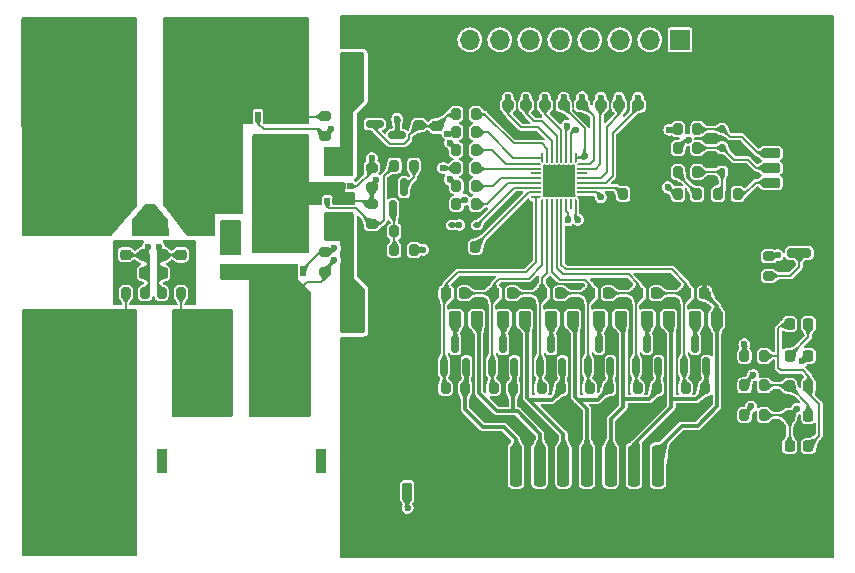
<source format=gbr>
%TF.GenerationSoftware,KiCad,Pcbnew,7.0.5*%
%TF.CreationDate,2023-06-27T23:48:28+08:00*%
%TF.ProjectId,BQ40Z80,42513430-5a38-4302-9e6b-696361645f70,rev?*%
%TF.SameCoordinates,Original*%
%TF.FileFunction,Copper,L1,Top*%
%TF.FilePolarity,Positive*%
%FSLAX46Y46*%
G04 Gerber Fmt 4.6, Leading zero omitted, Abs format (unit mm)*
G04 Created by KiCad (PCBNEW 7.0.5) date 2023-06-27 23:48:28*
%MOMM*%
%LPD*%
G01*
G04 APERTURE LIST*
G04 Aperture macros list*
%AMRoundRect*
0 Rectangle with rounded corners*
0 $1 Rounding radius*
0 $2 $3 $4 $5 $6 $7 $8 $9 X,Y pos of 4 corners*
0 Add a 4 corners polygon primitive as box body*
4,1,4,$2,$3,$4,$5,$6,$7,$8,$9,$2,$3,0*
0 Add four circle primitives for the rounded corners*
1,1,$1+$1,$2,$3*
1,1,$1+$1,$4,$5*
1,1,$1+$1,$6,$7*
1,1,$1+$1,$8,$9*
0 Add four rect primitives between the rounded corners*
20,1,$1+$1,$2,$3,$4,$5,0*
20,1,$1+$1,$4,$5,$6,$7,0*
20,1,$1+$1,$6,$7,$8,$9,0*
20,1,$1+$1,$8,$9,$2,$3,0*%
%AMFreePoly0*
4,1,14,0.314644,0.085355,0.385355,0.014644,0.400000,-0.020711,0.400000,-0.050000,0.385355,-0.085355,0.350000,-0.100000,-0.350000,-0.100000,-0.385355,-0.085355,-0.400000,-0.050000,-0.400000,0.050000,-0.385355,0.085355,-0.350000,0.100000,0.279289,0.100000,0.314644,0.085355,0.314644,0.085355,$1*%
%AMFreePoly1*
4,1,14,0.385355,0.085355,0.400000,0.050000,0.400000,0.020711,0.385355,-0.014645,0.314644,-0.085355,0.279289,-0.100000,-0.350000,-0.100000,-0.385355,-0.085355,-0.400000,-0.050000,-0.400000,0.050000,-0.385355,0.085355,-0.350000,0.100000,0.350000,0.100000,0.385355,0.085355,0.385355,0.085355,$1*%
%AMFreePoly2*
4,1,14,0.085355,0.385355,0.100000,0.350000,0.100000,-0.350000,0.085355,-0.385355,0.050000,-0.400000,-0.050000,-0.400000,-0.085355,-0.385355,-0.100000,-0.350000,-0.100000,0.279289,-0.085355,0.314644,-0.014645,0.385355,0.020711,0.400000,0.050000,0.400000,0.085355,0.385355,0.085355,0.385355,$1*%
%AMFreePoly3*
4,1,14,0.014644,0.385355,0.085355,0.314644,0.100000,0.279289,0.100000,-0.350000,0.085355,-0.385355,0.050000,-0.400000,-0.050000,-0.400000,-0.085355,-0.385355,-0.100000,-0.350000,-0.100000,0.350000,-0.085355,0.385355,-0.050000,0.400000,-0.020711,0.400000,0.014644,0.385355,0.014644,0.385355,$1*%
%AMFreePoly4*
4,1,14,0.385355,0.085355,0.400000,0.050000,0.400000,-0.050000,0.385355,-0.085355,0.350000,-0.100000,-0.279289,-0.100000,-0.314645,-0.085355,-0.385355,-0.014644,-0.400000,0.020711,-0.400000,0.050000,-0.385355,0.085355,-0.350000,0.100000,0.350000,0.100000,0.385355,0.085355,0.385355,0.085355,$1*%
%AMFreePoly5*
4,1,14,0.385355,0.085355,0.400000,0.050000,0.400000,-0.050000,0.385355,-0.085355,0.350000,-0.100000,-0.350000,-0.100000,-0.385355,-0.085355,-0.400000,-0.050000,-0.400000,-0.020711,-0.385355,0.014644,-0.314645,0.085355,-0.279289,0.100000,0.350000,0.100000,0.385355,0.085355,0.385355,0.085355,$1*%
%AMFreePoly6*
4,1,14,0.085355,0.385355,0.100000,0.350000,0.100000,-0.279289,0.085355,-0.314645,0.014644,-0.385355,-0.020711,-0.400000,-0.050000,-0.400000,-0.085355,-0.385355,-0.100000,-0.350000,-0.100000,0.350000,-0.085355,0.385355,-0.050000,0.400000,0.050000,0.400000,0.085355,0.385355,0.085355,0.385355,$1*%
%AMFreePoly7*
4,1,14,0.085355,0.385355,0.100000,0.350000,0.100000,-0.350000,0.085355,-0.385355,0.050000,-0.400000,0.020711,-0.400000,-0.014645,-0.385355,-0.085355,-0.314644,-0.100000,-0.279289,-0.100000,0.350000,-0.085355,0.385355,-0.050000,0.400000,0.050000,0.400000,0.085355,0.385355,0.085355,0.385355,$1*%
%AMFreePoly8*
4,1,17,1.371000,0.720000,0.950000,0.720000,0.950000,0.580000,1.370000,0.580000,1.370000,0.080000,0.950000,0.080000,0.950000,-0.080000,1.370000,-0.080000,1.370000,-0.580000,0.950000,-0.580000,0.950000,-0.720000,1.370000,-0.720000,1.370000,-1.225000,-0.950000,-1.225000,-0.950000,1.225000,1.371000,1.225000,1.371000,0.720000,1.371000,0.720000,$1*%
%AMFreePoly9*
4,1,13,3.742426,0.742426,3.760000,0.700000,3.760000,-0.700000,3.742426,-0.742426,3.700000,-0.760000,-3.700000,-0.760000,-3.742426,-0.742426,-3.760000,-0.700000,-3.760000,0.700000,-3.742426,0.742426,-3.700000,0.760000,3.700000,0.760000,3.742426,0.742426,3.742426,0.742426,$1*%
%AMFreePoly10*
4,1,27,-0.306292,1.552250,-0.286916,1.546364,1.113084,0.396364,1.114550,0.393617,1.117426,0.392426,1.125176,0.373715,1.134713,0.355854,1.133808,0.352876,1.135000,0.350000,1.135000,-0.350000,1.133808,-0.352876,1.134713,-0.355854,1.125176,-0.373715,1.117426,-0.392426,1.114550,-0.393617,1.113084,-0.396364,-0.286916,-1.546364,-0.306292,-1.552250,-0.325000,-1.560000,-1.075000,-1.560000,
-1.117426,-1.542426,-1.135000,-1.500000,-1.135000,1.500000,-1.117426,1.542426,-1.075000,1.560000,-0.325000,1.560000,-0.306292,1.552250,-0.306292,1.552250,$1*%
G04 Aperture macros list end*
%TA.AperFunction,SMDPad,CuDef*%
%ADD10RoundRect,0.200000X0.275000X-0.200000X0.275000X0.200000X-0.275000X0.200000X-0.275000X-0.200000X0*%
%TD*%
%TA.AperFunction,SMDPad,CuDef*%
%ADD11C,0.500000*%
%TD*%
%TA.AperFunction,SMDPad,CuDef*%
%ADD12R,6.000000X14.000000*%
%TD*%
%TA.AperFunction,SMDPad,CuDef*%
%ADD13RoundRect,0.200000X0.200000X0.275000X-0.200000X0.275000X-0.200000X-0.275000X0.200000X-0.275000X0*%
%TD*%
%TA.AperFunction,SMDPad,CuDef*%
%ADD14RoundRect,0.250000X-0.362500X-1.425000X0.362500X-1.425000X0.362500X1.425000X-0.362500X1.425000X0*%
%TD*%
%TA.AperFunction,SMDPad,CuDef*%
%ADD15RoundRect,0.200000X-0.275000X0.200000X-0.275000X-0.200000X0.275000X-0.200000X0.275000X0.200000X0*%
%TD*%
%TA.AperFunction,SMDPad,CuDef*%
%ADD16RoundRect,0.250000X-0.262500X-0.450000X0.262500X-0.450000X0.262500X0.450000X-0.262500X0.450000X0*%
%TD*%
%TA.AperFunction,SMDPad,CuDef*%
%ADD17RoundRect,0.218750X-0.218750X-0.256250X0.218750X-0.256250X0.218750X0.256250X-0.218750X0.256250X0*%
%TD*%
%TA.AperFunction,SMDPad,CuDef*%
%ADD18RoundRect,0.225000X-0.225000X-0.250000X0.225000X-0.250000X0.225000X0.250000X-0.225000X0.250000X0*%
%TD*%
%TA.AperFunction,SMDPad,CuDef*%
%ADD19RoundRect,0.200000X0.600000X-0.200000X0.600000X0.200000X-0.600000X0.200000X-0.600000X-0.200000X0*%
%TD*%
%TA.AperFunction,SMDPad,CuDef*%
%ADD20RoundRect,0.250001X1.249999X-0.799999X1.249999X0.799999X-1.249999X0.799999X-1.249999X-0.799999X0*%
%TD*%
%TA.AperFunction,SMDPad,CuDef*%
%ADD21RoundRect,0.200000X-0.200000X-0.275000X0.200000X-0.275000X0.200000X0.275000X-0.200000X0.275000X0*%
%TD*%
%TA.AperFunction,ComponentPad*%
%ADD22R,0.900000X2.000000*%
%TD*%
%TA.AperFunction,ComponentPad*%
%ADD23RoundRect,1.025000X1.025000X1.025000X-1.025000X1.025000X-1.025000X-1.025000X1.025000X-1.025000X0*%
%TD*%
%TA.AperFunction,ComponentPad*%
%ADD24C,4.100000*%
%TD*%
%TA.AperFunction,SMDPad,CuDef*%
%ADD25RoundRect,0.147500X0.147500X0.172500X-0.147500X0.172500X-0.147500X-0.172500X0.147500X-0.172500X0*%
%TD*%
%TA.AperFunction,SMDPad,CuDef*%
%ADD26RoundRect,0.225000X0.225000X0.250000X-0.225000X0.250000X-0.225000X-0.250000X0.225000X-0.250000X0*%
%TD*%
%TA.AperFunction,SMDPad,CuDef*%
%ADD27RoundRect,0.150000X0.150000X-0.587500X0.150000X0.587500X-0.150000X0.587500X-0.150000X-0.587500X0*%
%TD*%
%TA.AperFunction,SMDPad,CuDef*%
%ADD28R,0.500000X0.850000*%
%TD*%
%TA.AperFunction,SMDPad,CuDef*%
%ADD29R,4.410000X4.550000*%
%TD*%
%TA.AperFunction,SMDPad,CuDef*%
%ADD30FreePoly0,90.000000*%
%TD*%
%TA.AperFunction,SMDPad,CuDef*%
%ADD31RoundRect,0.050000X0.050000X-0.350000X0.050000X0.350000X-0.050000X0.350000X-0.050000X-0.350000X0*%
%TD*%
%TA.AperFunction,SMDPad,CuDef*%
%ADD32FreePoly1,90.000000*%
%TD*%
%TA.AperFunction,SMDPad,CuDef*%
%ADD33FreePoly2,90.000000*%
%TD*%
%TA.AperFunction,SMDPad,CuDef*%
%ADD34RoundRect,0.050000X0.350000X-0.050000X0.350000X0.050000X-0.350000X0.050000X-0.350000X-0.050000X0*%
%TD*%
%TA.AperFunction,SMDPad,CuDef*%
%ADD35FreePoly3,90.000000*%
%TD*%
%TA.AperFunction,SMDPad,CuDef*%
%ADD36FreePoly4,90.000000*%
%TD*%
%TA.AperFunction,SMDPad,CuDef*%
%ADD37FreePoly5,90.000000*%
%TD*%
%TA.AperFunction,SMDPad,CuDef*%
%ADD38FreePoly6,90.000000*%
%TD*%
%TA.AperFunction,SMDPad,CuDef*%
%ADD39FreePoly7,90.000000*%
%TD*%
%TA.AperFunction,SMDPad,CuDef*%
%ADD40R,2.650000X2.650000*%
%TD*%
%TA.AperFunction,SMDPad,CuDef*%
%ADD41RoundRect,0.200000X-0.800000X0.200000X-0.800000X-0.200000X0.800000X-0.200000X0.800000X0.200000X0*%
%TD*%
%TA.AperFunction,SMDPad,CuDef*%
%ADD42R,0.500000X0.630000*%
%TD*%
%TA.AperFunction,SMDPad,CuDef*%
%ADD43FreePoly8,90.000000*%
%TD*%
%TA.AperFunction,SMDPad,CuDef*%
%ADD44RoundRect,0.200000X-0.200000X-0.600000X0.200000X-0.600000X0.200000X0.600000X-0.200000X0.600000X0*%
%TD*%
%TA.AperFunction,SMDPad,CuDef*%
%ADD45RoundRect,0.250001X-0.799999X-1.249999X0.799999X-1.249999X0.799999X1.249999X-0.799999X1.249999X0*%
%TD*%
%TA.AperFunction,ComponentPad*%
%ADD46R,1.700000X1.700000*%
%TD*%
%TA.AperFunction,ComponentPad*%
%ADD47O,1.700000X1.700000*%
%TD*%
%TA.AperFunction,SMDPad,CuDef*%
%ADD48FreePoly9,90.000000*%
%TD*%
%TA.AperFunction,SMDPad,CuDef*%
%ADD49FreePoly10,90.000000*%
%TD*%
%TA.AperFunction,SMDPad,CuDef*%
%ADD50RoundRect,0.112500X0.187500X0.112500X-0.187500X0.112500X-0.187500X-0.112500X0.187500X-0.112500X0*%
%TD*%
%TA.AperFunction,SMDPad,CuDef*%
%ADD51RoundRect,0.225000X0.250000X-0.225000X0.250000X0.225000X-0.250000X0.225000X-0.250000X-0.225000X0*%
%TD*%
%TA.AperFunction,SMDPad,CuDef*%
%ADD52RoundRect,0.250000X-0.475000X0.250000X-0.475000X-0.250000X0.475000X-0.250000X0.475000X0.250000X0*%
%TD*%
%TA.AperFunction,SMDPad,CuDef*%
%ADD53FreePoly8,270.000000*%
%TD*%
%TA.AperFunction,SMDPad,CuDef*%
%ADD54RoundRect,0.250000X-0.250000X-1.500000X0.250000X-1.500000X0.250000X1.500000X-0.250000X1.500000X0*%
%TD*%
%TA.AperFunction,SMDPad,CuDef*%
%ADD55RoundRect,0.250001X-0.499999X-1.449999X0.499999X-1.449999X0.499999X1.449999X-0.499999X1.449999X0*%
%TD*%
%TA.AperFunction,SMDPad,CuDef*%
%ADD56RoundRect,0.150000X-0.587500X-0.150000X0.587500X-0.150000X0.587500X0.150000X-0.587500X0.150000X0*%
%TD*%
%TA.AperFunction,SMDPad,CuDef*%
%ADD57RoundRect,0.225000X-0.250000X0.225000X-0.250000X-0.225000X0.250000X-0.225000X0.250000X0.225000X0*%
%TD*%
%TA.AperFunction,SMDPad,CuDef*%
%ADD58RoundRect,0.250000X0.362500X1.425000X-0.362500X1.425000X-0.362500X-1.425000X0.362500X-1.425000X0*%
%TD*%
%TA.AperFunction,ViaPad*%
%ADD59C,0.600000*%
%TD*%
%TA.AperFunction,Conductor*%
%ADD60C,0.180000*%
%TD*%
%TA.AperFunction,Conductor*%
%ADD61C,0.200000*%
%TD*%
%TA.AperFunction,Conductor*%
%ADD62C,0.400000*%
%TD*%
%TA.AperFunction,Conductor*%
%ADD63C,0.300000*%
%TD*%
G04 APERTURE END LIST*
%TA.AperFunction,EtchedComponent*%
%TO.C,NT1*%
G36*
X158314200Y-123410600D02*
G01*
X157814200Y-123410600D01*
X157814200Y-122410600D01*
X158314200Y-122410600D01*
X158314200Y-123410600D01*
G37*
%TD.AperFunction*%
%TD*%
D10*
%TO.P,R31,1*%
%TO.N,/PIN22*%
X141401800Y-107632000D03*
%TO.P,R31,2*%
%TO.N,GND*%
X141401800Y-105982000D03*
%TD*%
D11*
%TO.P,NT1,1,1*%
%TO.N,/0.0V*%
X158064200Y-123410600D03*
%TO.P,NT1,2,2*%
%TO.N,GND*%
X158064200Y-122410600D03*
%TD*%
D12*
%TO.P,TP11,1,1*%
%TO.N,GNDPWR*%
X103500000Y-134500000D03*
%TD*%
D13*
%TO.P,R28,1*%
%TO.N,GND*%
X133453600Y-118317800D03*
%TO.P,R28,2*%
%TO.N,/PDSG*%
X131803600Y-118317800D03*
%TD*%
D14*
%TO.P,R24,1*%
%TO.N,GNDPWR*%
X108432600Y-126644400D03*
%TO.P,R24,2*%
%TO.N,/PACK-*%
X114357600Y-126644400D03*
%TD*%
D15*
%TO.P,R14,1*%
%TO.N,Net-(Q7-G)*%
X133858000Y-109347000D03*
%TO.P,R14,2*%
%TO.N,GND*%
X133858000Y-110997000D03*
%TD*%
D14*
%TO.P,R13,1*%
%TO.N,/BAT+*%
X108162500Y-105181400D03*
%TO.P,R13,2*%
%TO.N,Net-(C9-Pad1)*%
X114087500Y-105181400D03*
%TD*%
D16*
%TO.P,R2,1*%
%TO.N,Net-(Q2-D)*%
X141024600Y-125751600D03*
%TO.P,R2,2*%
%TO.N,/16.8V*%
X142849600Y-125751600D03*
%TD*%
D17*
%TO.P,D9,1,K*%
%TO.N,/LEDCNTLA*%
X165277800Y-136524200D03*
%TO.P,D9,2,A*%
%TO.N,/LEDCNTLC*%
X166852800Y-136524200D03*
%TD*%
D18*
%TO.P,C12,1*%
%TO.N,/SR_P*%
X110629400Y-120319800D03*
%TO.P,C12,2*%
%TO.N,/SR_N*%
X112179400Y-120319800D03*
%TD*%
D19*
%TO.P,J2,1,Pin_1*%
%TO.N,Net-(J2-Pin_1)*%
X163690600Y-114193800D03*
%TO.P,J2,2,Pin_2*%
%TO.N,Net-(D3-A2)*%
X163690600Y-112943800D03*
%TO.P,J2,3,Pin_3*%
%TO.N,Net-(D4-A2)*%
X163690600Y-111693800D03*
%TO.P,J2,4,Pin_4*%
%TO.N,GND*%
X163690600Y-110443800D03*
D20*
%TO.P,J2,MP,MountPin*%
X166590600Y-116743800D03*
X166590600Y-107893800D03*
%TD*%
D21*
%TO.P,TH1,1*%
%TO.N,/TS2*%
X151194000Y-115163600D03*
%TO.P,TH1,2*%
%TO.N,GND*%
X152844000Y-115163600D03*
%TD*%
D18*
%TO.P,C4,1*%
%TO.N,/VC3*%
X148377600Y-123567200D03*
%TO.P,C4,2*%
%TO.N,/VC2*%
X149927600Y-123567200D03*
%TD*%
D21*
%TO.P,R21,1*%
%TO.N,Net-(Q12-D)*%
X137046200Y-109905800D03*
%TO.P,R21,2*%
%TO.N,/VCC*%
X138696200Y-109905800D03*
%TD*%
D15*
%TO.P,R46,1*%
%TO.N,/PIN15*%
X163499800Y-120434600D03*
%TO.P,R46,2*%
%TO.N,/DISP*%
X163499800Y-122084600D03*
%TD*%
D22*
%TO.P,J5,*%
%TO.N,*%
X125596600Y-137729200D03*
X112096600Y-137729200D03*
D23*
%TO.P,J5,1,Pin_1*%
%TO.N,/PACK-*%
X115246600Y-131729200D03*
D24*
%TO.P,J5,2,Pin_2*%
%TO.N,/PACK+*%
X122446600Y-131729200D03*
%TD*%
D25*
%TO.P,D3,1,A1*%
%TO.N,GND*%
X160530400Y-111226600D03*
%TO.P,D3,2,A2*%
%TO.N,Net-(D3-A2)*%
X159560400Y-111226600D03*
%TD*%
D15*
%TO.P,R16,1*%
%TO.N,Net-(C9-Pad1)*%
X125933200Y-108572800D03*
%TO.P,R16,2*%
%TO.N,Net-(Q8-G)*%
X125933200Y-110222800D03*
%TD*%
%TO.P,R23,1*%
%TO.N,Net-(Q12-D)*%
X129895600Y-116038000D03*
%TO.P,R23,2*%
%TO.N,Net-(Q10-G)*%
X129895600Y-117688000D03*
%TD*%
D18*
%TO.P,C6,1*%
%TO.N,/VC1*%
X156505600Y-123567200D03*
%TO.P,C6,2*%
%TO.N,/0.0V*%
X158055600Y-123567200D03*
%TD*%
%TO.P,C3,1*%
%TO.N,/VC4*%
X144313600Y-123567200D03*
%TO.P,C3,2*%
%TO.N,/VC3*%
X145863600Y-123567200D03*
%TD*%
D16*
%TO.P,R1,1*%
%TO.N,Net-(Q1-D)*%
X136962500Y-125751600D03*
%TO.P,R1,2*%
%TO.N,/21.0V*%
X138787500Y-125751600D03*
%TD*%
D25*
%TO.P,D2,1,A1*%
%TO.N,GND*%
X160530400Y-113284000D03*
%TO.P,D2,2,A2*%
%TO.N,Net-(D2-A2)*%
X159560400Y-113284000D03*
%TD*%
D18*
%TO.P,C13,1*%
%TO.N,/SR_P*%
X110629400Y-121843800D03*
%TO.P,C13,2*%
%TO.N,/SR_N*%
X112179400Y-121843800D03*
%TD*%
D26*
%TO.P,C8,1*%
%TO.N,Net-(U1-PBI)*%
X138659200Y-119608600D03*
%TO.P,C8,2*%
%TO.N,GND*%
X137109200Y-119608600D03*
%TD*%
D27*
%TO.P,Q11,1,G*%
%TO.N,/PDSG*%
X131678600Y-116459000D03*
%TO.P,Q11,2,S*%
%TO.N,GND*%
X133578600Y-116459000D03*
%TO.P,Q11,3,D*%
%TO.N,Net-(Q11-D)*%
X132628600Y-114584000D03*
%TD*%
D25*
%TO.P,D4,1,A1*%
%TO.N,GND*%
X160530400Y-109651800D03*
%TO.P,D4,2,A2*%
%TO.N,Net-(D4-A2)*%
X159560400Y-109651800D03*
%TD*%
D21*
%TO.P,R42,1*%
%TO.N,/SMBD*%
X155816800Y-109677200D03*
%TO.P,R42,2*%
%TO.N,Net-(D4-A2)*%
X157466800Y-109677200D03*
%TD*%
D27*
%TO.P,Q2,1,G*%
%TO.N,/VC5*%
X140074600Y-129762500D03*
%TO.P,Q2,2,S*%
%TO.N,/21.0V*%
X141974600Y-129762500D03*
%TO.P,Q2,3,D*%
%TO.N,Net-(Q2-D)*%
X141024600Y-127887500D03*
%TD*%
D16*
%TO.P,R5,1*%
%TO.N,Net-(Q5-D)*%
X153218500Y-125751600D03*
%TO.P,R5,2*%
%TO.N,/4.2V*%
X155043500Y-125751600D03*
%TD*%
D28*
%TO.P,Q12,1,S*%
%TO.N,/PACK+*%
X120269000Y-121679800D03*
%TO.P,Q12,2,S*%
X121539000Y-121679800D03*
%TO.P,Q12,3,S*%
X122809000Y-121679800D03*
%TO.P,Q12,4,G*%
%TO.N,Net-(Q12-G)*%
X124079000Y-121679800D03*
D29*
%TO.P,Q12,5,D*%
%TO.N,Net-(Q12-D)*%
X122174000Y-117729800D03*
%TD*%
D27*
%TO.P,Q4,1,G*%
%TO.N,/VC3*%
X148202600Y-129737100D03*
%TO.P,Q4,2,S*%
%TO.N,/12.6V*%
X150102600Y-129737100D03*
%TO.P,Q4,3,D*%
%TO.N,Net-(Q4-D)*%
X149152600Y-127862100D03*
%TD*%
D30*
%TO.P,U1,1,VC5*%
%TO.N,/VC5*%
X144344800Y-115970200D03*
D31*
%TO.P,U1,2,VC4*%
%TO.N,/VC4*%
X144744800Y-115970200D03*
%TO.P,U1,3,VC3*%
%TO.N,/VC3*%
X145144800Y-115970200D03*
%TO.P,U1,4,VC2*%
%TO.N,/VC2*%
X145544800Y-115970200D03*
%TO.P,U1,5,VC1*%
%TO.N,/VC1*%
X145944800Y-115970200D03*
%TO.P,U1,6,SRN*%
%TO.N,/SR_N*%
X146344800Y-115970200D03*
%TO.P,U1,7,NC*%
%TO.N,unconnected-(U1-NC-Pad7)*%
X146744800Y-115970200D03*
D32*
%TO.P,U1,8,SRP*%
%TO.N,/SR_P*%
X147144800Y-115970200D03*
D33*
%TO.P,U1,9,VSS*%
%TO.N,GND*%
X147694800Y-115420200D03*
D34*
%TO.P,U1,10,TS1*%
%TO.N,/TS1*%
X147694800Y-115020200D03*
%TO.P,U1,11,TS2*%
%TO.N,/TS2*%
X147694800Y-114620200D03*
%TO.P,U1,12,TS3/ADCIN1/GPIO*%
%TO.N,/PIN12*%
X147694800Y-114220200D03*
%TO.P,U1,13,~{DISP}/TS4/ADCIN2/GPIO*%
%TO.N,/PIN13*%
X147694800Y-113820200D03*
%TO.P,U1,14,NC*%
%TO.N,unconnected-(U1-NC-Pad14)*%
X147694800Y-113420200D03*
%TO.P,U1,15,DISP/GPIO*%
%TO.N,/PIN15*%
X147694800Y-113020200D03*
D35*
%TO.P,U1,16,PDSG/GPIO*%
%TO.N,/PIN16*%
X147694800Y-112620200D03*
D36*
%TO.P,U1,17,~{PRES}/~{SHUTDN}/~{DISP}/PDSG/GPIO*%
%TO.N,/PIN17*%
X147144800Y-112070200D03*
D31*
%TO.P,U1,18,SMBD*%
%TO.N,/SMBD*%
X146744800Y-112070200D03*
%TO.P,U1,19,SMBC*%
%TO.N,/SMBC*%
X146344800Y-112070200D03*
%TO.P,U1,20,LEDCNTLA/PDSG/GPIO*%
%TO.N,/PIN20*%
X145944800Y-112070200D03*
%TO.P,U1,21,LEDCNTLB/GPIO*%
%TO.N,/PIN21*%
X145544800Y-112070200D03*
%TO.P,U1,22,LEDCNTLC/GPIO*%
%TO.N,/PIN22*%
X145144800Y-112070200D03*
%TO.P,U1,23,FUSE*%
%TO.N,/FUSE*%
X144744800Y-112070200D03*
D37*
%TO.P,U1,24,VCC*%
%TO.N,/VCC*%
X144344800Y-112070200D03*
D38*
%TO.P,U1,25,PACK*%
%TO.N,/PACK*%
X143794800Y-112620200D03*
D34*
%TO.P,U1,26,DSG*%
%TO.N,/DSG*%
X143794800Y-113020200D03*
%TO.P,U1,27,NC*%
%TO.N,unconnected-(U1-NC-Pad27)*%
X143794800Y-113420200D03*
%TO.P,U1,28,PCHG*%
%TO.N,/PCHG*%
X143794800Y-113820200D03*
%TO.P,U1,29,CHG*%
%TO.N,/CHG*%
X143794800Y-114220200D03*
%TO.P,U1,30,BAT*%
%TO.N,Net-(D1-K)*%
X143794800Y-114620200D03*
%TO.P,U1,31,PBI*%
%TO.N,Net-(U1-PBI)*%
X143794800Y-115020200D03*
D39*
%TO.P,U1,32,VC6*%
%TO.N,/VC6*%
X143794800Y-115420200D03*
D40*
%TO.P,U1,33,EP*%
%TO.N,GND*%
X145744800Y-114020200D03*
%TD*%
D13*
%TO.P,R47,1*%
%TO.N,/PIN16*%
X133453600Y-119892600D03*
%TO.P,R47,2*%
%TO.N,/PDSG*%
X131803600Y-119892600D03*
%TD*%
D21*
%TO.P,R26,1*%
%TO.N,/SR_N*%
X112090200Y-123520200D03*
%TO.P,R26,2*%
%TO.N,/PACK-*%
X113740200Y-123520200D03*
%TD*%
D28*
%TO.P,Q8,1,S*%
%TO.N,Net-(C9-Pad1)*%
X124079000Y-108606000D03*
%TO.P,Q8,2,S*%
X122809000Y-108606000D03*
%TO.P,Q8,3,S*%
X121539000Y-108606000D03*
%TO.P,Q8,4,G*%
%TO.N,Net-(Q8-G)*%
X120269000Y-108606000D03*
D29*
%TO.P,Q8,5,D*%
%TO.N,Net-(Q12-D)*%
X122174000Y-112556000D03*
%TD*%
D17*
%TO.P,D8,1,K*%
%TO.N,/LEDCNTLA*%
X165277800Y-133934200D03*
%TO.P,D8,2,A*%
%TO.N,/LEDCNTLB*%
X166852800Y-133934200D03*
%TD*%
D27*
%TO.P,Q1,1,G*%
%TO.N,/VC6*%
X136010600Y-129762500D03*
%TO.P,Q1,2,S*%
%TO.N,/25.2V*%
X137910600Y-129762500D03*
%TO.P,Q1,3,D*%
%TO.N,Net-(Q1-D)*%
X136960600Y-127887500D03*
%TD*%
D21*
%TO.P,R15,1*%
%TO.N,Net-(Q7-G)*%
X137046200Y-108381800D03*
%TO.P,R15,2*%
%TO.N,/FUSE*%
X138696200Y-108381800D03*
%TD*%
D41*
%TO.P,SW1,1,1*%
%TO.N,/DISP*%
X166090600Y-120150200D03*
%TO.P,SW1,2,2*%
%TO.N,GND*%
X166090600Y-124350200D03*
%TD*%
D10*
%TO.P,R30,1*%
%TO.N,/PACK+*%
X125958600Y-121729000D03*
%TO.P,R30,2*%
%TO.N,Net-(Q12-G)*%
X125958600Y-120079000D03*
%TD*%
D21*
%TO.P,R38,1*%
%TO.N,Net-(D2-A2)*%
X159220400Y-115163600D03*
%TO.P,R38,2*%
%TO.N,Net-(J2-Pin_1)*%
X160870400Y-115163600D03*
%TD*%
D42*
%TO.P,Q9,1,S*%
%TO.N,Net-(Q12-D)*%
X126132000Y-114507000D03*
%TO.P,Q9,2,S*%
X126772000Y-114507000D03*
%TO.P,Q9,3,S*%
X127432000Y-114507000D03*
%TO.P,Q9,4,G*%
%TO.N,Net-(Q9-G)*%
X128072000Y-114507000D03*
D43*
%TO.P,Q9,5,D*%
%TO.N,Net-(Q9-D)*%
X127102000Y-112682000D03*
%TD*%
D44*
%TO.P,J1,1,Pin_1*%
%TO.N,/TS1*%
X132902800Y-140373400D03*
%TO.P,J1,2,Pin_2*%
%TO.N,GND*%
X134152800Y-140373400D03*
D45*
%TO.P,J1,MP,MountPin*%
X130352800Y-143273400D03*
X136702800Y-143273400D03*
%TD*%
D18*
%TO.P,C5,1*%
%TO.N,/VC2*%
X152441600Y-123567200D03*
%TO.P,C5,2*%
%TO.N,/VC1*%
X153991600Y-123567200D03*
%TD*%
D21*
%TO.P,R41,1*%
%TO.N,/SMBC*%
X155816800Y-111252000D03*
%TO.P,R41,2*%
%TO.N,Net-(D3-A2)*%
X157466800Y-111252000D03*
%TD*%
D10*
%TO.P,R40,1*%
%TO.N,/PIN12*%
X152425400Y-107658400D03*
%TO.P,R40,2*%
%TO.N,GND*%
X152425400Y-106008400D03*
%TD*%
D13*
%TO.P,R10,1*%
%TO.N,/12.6V*%
X149977600Y-131593600D03*
%TO.P,R10,2*%
%TO.N,/VC3*%
X148327600Y-131593600D03*
%TD*%
D12*
%TO.P,TP1,1,1*%
%TO.N,/BAT+*%
X103500000Y-111500000D03*
%TD*%
D13*
%TO.P,R8,1*%
%TO.N,/21.0V*%
X141849600Y-131593600D03*
%TO.P,R8,2*%
%TO.N,/VC5*%
X140199600Y-131593600D03*
%TD*%
D21*
%TO.P,R49,1*%
%TO.N,/PACK+*%
X137046200Y-111429800D03*
%TO.P,R49,2*%
%TO.N,/PACK*%
X138696200Y-111429800D03*
%TD*%
D17*
%TO.P,D7,1,K*%
%TO.N,/LEDCNTLB*%
X165277700Y-131419600D03*
%TO.P,D7,2,A*%
%TO.N,/LEDCNTLC*%
X166852700Y-131419600D03*
%TD*%
D13*
%TO.P,R25,1*%
%TO.N,Net-(Q11-D)*%
X133463800Y-112750600D03*
%TO.P,R25,2*%
%TO.N,Net-(Q10-G)*%
X131813800Y-112750600D03*
%TD*%
D46*
%TO.P,J4,1,Pin_1*%
%TO.N,/PIN12*%
X155981400Y-102108000D03*
D47*
%TO.P,J4,2,Pin_2*%
%TO.N,/PIN13*%
X153441400Y-102108000D03*
%TO.P,J4,3,Pin_3*%
%TO.N,/PIN15*%
X150901400Y-102108000D03*
%TO.P,J4,4,Pin_4*%
%TO.N,/PIN16*%
X148361400Y-102108000D03*
%TO.P,J4,5,Pin_5*%
%TO.N,/PIN17*%
X145821400Y-102108000D03*
%TO.P,J4,6,Pin_6*%
%TO.N,/PIN20*%
X143281400Y-102108000D03*
%TO.P,J4,7,Pin_7*%
%TO.N,/PIN21*%
X140741400Y-102108000D03*
%TO.P,J4,8,Pin_8*%
%TO.N,/PIN22*%
X138201400Y-102108000D03*
%TD*%
D48*
%TO.P,F1,1,1*%
%TO.N,/BAT+*%
X109082400Y-112268400D03*
D49*
%TO.P,F1,2,2*%
%TO.N,Net-(Q7-D)*%
X111132400Y-117144400D03*
D48*
%TO.P,F1,3,3*%
%TO.N,Net-(C9-Pad1)*%
X113182400Y-112268400D03*
%TD*%
D10*
%TO.P,R36,1*%
%TO.N,/PIN16*%
X147701000Y-107619800D03*
%TO.P,R36,2*%
%TO.N,GND*%
X147701000Y-105969800D03*
%TD*%
D50*
%TO.P,D1,1,K*%
%TO.N,Net-(D1-K)*%
X138811000Y-117779800D03*
%TO.P,D1,2,A*%
%TO.N,/BAT+*%
X136711000Y-117779800D03*
%TD*%
D10*
%TO.P,R33,1*%
%TO.N,/PIN20*%
X144551400Y-107632000D03*
%TO.P,R33,2*%
%TO.N,GND*%
X144551400Y-105982000D03*
%TD*%
D21*
%TO.P,R45,1*%
%TO.N,/PIN20*%
X161443400Y-133878800D03*
%TO.P,R45,2*%
%TO.N,/LEDCNTLA*%
X163093400Y-133878800D03*
%TD*%
D18*
%TO.P,C2,1*%
%TO.N,/VC5*%
X140249600Y-123567200D03*
%TO.P,C2,2*%
%TO.N,/VC4*%
X141799600Y-123567200D03*
%TD*%
D13*
%TO.P,R11,1*%
%TO.N,/8.4V*%
X154041600Y-131593600D03*
%TO.P,R11,2*%
%TO.N,/VC2*%
X152391600Y-131593600D03*
%TD*%
D51*
%TO.P,C10,1*%
%TO.N,GND*%
X109041200Y-121831400D03*
%TO.P,C10,2*%
%TO.N,/SR_P*%
X109041200Y-120281400D03*
%TD*%
D10*
%TO.P,R39,1*%
%TO.N,/PIN15*%
X149275800Y-107645200D03*
%TO.P,R39,2*%
%TO.N,GND*%
X149275800Y-105995200D03*
%TD*%
D18*
%TO.P,C1,1*%
%TO.N,/VC6*%
X136185600Y-123567200D03*
%TO.P,C1,2*%
%TO.N,/VC5*%
X137735600Y-123567200D03*
%TD*%
D21*
%TO.P,R35,1*%
%TO.N,/PRES*%
X155816800Y-113309400D03*
%TO.P,R35,2*%
%TO.N,Net-(D2-A2)*%
X157466800Y-113309400D03*
%TD*%
D17*
%TO.P,D5,1,K*%
%TO.N,/LEDCNTLC*%
X165277800Y-126164200D03*
%TO.P,D5,2,A*%
%TO.N,Net-(D5-A)*%
X166852800Y-126164200D03*
%TD*%
D13*
%TO.P,R12,1*%
%TO.N,/4.2V*%
X158105600Y-131593600D03*
%TO.P,R12,2*%
%TO.N,/VC1*%
X156455600Y-131593600D03*
%TD*%
D17*
%TO.P,D6,1,K*%
%TO.N,Net-(D5-A)*%
X165277700Y-128855800D03*
%TO.P,D6,2,A*%
%TO.N,/LEDCNTLA*%
X166852700Y-128855800D03*
%TD*%
D13*
%TO.P,R7,1*%
%TO.N,/25.2V*%
X137785600Y-131593600D03*
%TO.P,R7,2*%
%TO.N,/VC6*%
X136135600Y-131593600D03*
%TD*%
D51*
%TO.P,C14,1*%
%TO.N,GND*%
X113740200Y-121856800D03*
%TO.P,C14,2*%
%TO.N,/SR_N*%
X113740200Y-120306800D03*
%TD*%
D13*
%TO.P,R22,1*%
%TO.N,/SR_P*%
X110718600Y-123520200D03*
%TO.P,R22,2*%
%TO.N,GNDPWR*%
X109068600Y-123520200D03*
%TD*%
D27*
%TO.P,Q6,1,G*%
%TO.N,/VC1*%
X156330600Y-129737100D03*
%TO.P,Q6,2,S*%
%TO.N,/4.2V*%
X158230600Y-129737100D03*
%TO.P,Q6,3,D*%
%TO.N,Net-(Q6-D)*%
X157280600Y-127862100D03*
%TD*%
D14*
%TO.P,R17,1*%
%TO.N,Net-(C9-Pad1)*%
X122538900Y-105333800D03*
%TO.P,R17,2*%
%TO.N,Net-(Q9-D)*%
X128463900Y-105333800D03*
%TD*%
D10*
%TO.P,R37,1*%
%TO.N,/PIN17*%
X146126200Y-107632000D03*
%TO.P,R37,2*%
%TO.N,GND*%
X146126200Y-105982000D03*
%TD*%
D21*
%TO.P,R19,1*%
%TO.N,Net-(Q9-G)*%
X137059200Y-114477800D03*
%TO.P,R19,2*%
%TO.N,/PCHG*%
X138709200Y-114477800D03*
%TD*%
%TO.P,R18,1*%
%TO.N,Net-(Q8-G)*%
X137059200Y-116001800D03*
%TO.P,R18,2*%
%TO.N,/CHG*%
X138709200Y-116001800D03*
%TD*%
%TO.P,R48,1*%
%TO.N,/PIN17*%
X155803600Y-115163600D03*
%TO.P,R48,2*%
%TO.N,/PRES*%
X157453600Y-115163600D03*
%TD*%
D10*
%TO.P,R34,1*%
%TO.N,/PIN13*%
X150850600Y-107658400D03*
%TO.P,R34,2*%
%TO.N,GND*%
X150850600Y-106008400D03*
%TD*%
D16*
%TO.P,R3,1*%
%TO.N,Net-(Q3-D)*%
X145090500Y-125751600D03*
%TO.P,R3,2*%
%TO.N,/12.6V*%
X146915500Y-125751600D03*
%TD*%
D21*
%TO.P,R27,1*%
%TO.N,Net-(Q12-G)*%
X137046200Y-112953800D03*
%TO.P,R27,2*%
%TO.N,/DSG*%
X138696200Y-112953800D03*
%TD*%
D27*
%TO.P,Q5,1,G*%
%TO.N,/VC2*%
X152266600Y-129737100D03*
%TO.P,Q5,2,S*%
%TO.N,/8.4V*%
X154166600Y-129737100D03*
%TO.P,Q5,3,D*%
%TO.N,Net-(Q5-D)*%
X153216600Y-127862100D03*
%TD*%
D13*
%TO.P,R9,1*%
%TO.N,/16.8V*%
X145913600Y-131593600D03*
%TO.P,R9,2*%
%TO.N,/VC4*%
X144263600Y-131593600D03*
%TD*%
D52*
%TO.P,C11,1*%
%TO.N,Net-(C11-Pad1)*%
X117932200Y-119659400D03*
%TO.P,C11,2*%
%TO.N,/PACK+*%
X117932200Y-121559400D03*
%TD*%
D42*
%TO.P,Q10,1,S*%
%TO.N,Net-(Q12-D)*%
X128076400Y-115773200D03*
%TO.P,Q10,2,S*%
X127436400Y-115773200D03*
%TO.P,Q10,3,S*%
X126776400Y-115773200D03*
%TO.P,Q10,4,G*%
%TO.N,Net-(Q10-G)*%
X126136400Y-115773200D03*
D53*
%TO.P,Q10,5,D*%
%TO.N,Net-(Q10-D)*%
X127106400Y-117598200D03*
%TD*%
D52*
%TO.P,C9,1*%
%TO.N,Net-(C9-Pad1)*%
X117932200Y-116194800D03*
%TO.P,C9,2*%
%TO.N,Net-(C11-Pad1)*%
X117932200Y-118094800D03*
%TD*%
D54*
%TO.P,J3,1,Pin_1*%
%TO.N,/25.2V*%
X142107400Y-138145400D03*
%TO.P,J3,2,Pin_2*%
%TO.N,/21.0V*%
X144107400Y-138145400D03*
%TO.P,J3,3,Pin_3*%
%TO.N,/16.8V*%
X146107400Y-138145400D03*
%TO.P,J3,4,Pin_4*%
%TO.N,/12.6V*%
X148107400Y-138145400D03*
%TO.P,J3,5,Pin_5*%
%TO.N,/8.4V*%
X150107400Y-138145400D03*
%TO.P,J3,6,Pin_6*%
%TO.N,/4.2V*%
X152107400Y-138145400D03*
%TO.P,J3,7,Pin_7*%
%TO.N,/0.0V*%
X154107400Y-138145400D03*
D55*
%TO.P,J3,MP,MountPin*%
%TO.N,GND*%
X139757400Y-143895400D03*
X156457400Y-143895400D03*
%TD*%
D27*
%TO.P,Q3,1,G*%
%TO.N,/VC4*%
X144138600Y-129762500D03*
%TO.P,Q3,2,S*%
%TO.N,/16.8V*%
X146038600Y-129762500D03*
%TO.P,Q3,3,D*%
%TO.N,Net-(Q3-D)*%
X145088600Y-127887500D03*
%TD*%
D56*
%TO.P,Q7,1,G*%
%TO.N,Net-(Q7-G)*%
X130149600Y-109237200D03*
%TO.P,Q7,2,S*%
%TO.N,GND*%
X130149600Y-111137200D03*
%TO.P,Q7,3,D*%
%TO.N,Net-(Q7-D)*%
X132024600Y-110187200D03*
%TD*%
D15*
%TO.P,R20,1*%
%TO.N,Net-(Q9-G)*%
X129895600Y-112914800D03*
%TO.P,R20,2*%
%TO.N,Net-(Q12-D)*%
X129895600Y-114564800D03*
%TD*%
D21*
%TO.P,R43,1*%
%TO.N,/PIN22*%
X161443400Y-128858800D03*
%TO.P,R43,2*%
%TO.N,/LEDCNTLC*%
X163093400Y-128858800D03*
%TD*%
D16*
%TO.P,R6,1*%
%TO.N,Net-(Q6-D)*%
X157282500Y-125751600D03*
%TO.P,R6,2*%
%TO.N,/0.0V*%
X159107500Y-125751600D03*
%TD*%
%TO.P,R4,1*%
%TO.N,Net-(Q4-D)*%
X149154500Y-125751600D03*
%TO.P,R4,2*%
%TO.N,/8.4V*%
X150979500Y-125751600D03*
%TD*%
D21*
%TO.P,R44,1*%
%TO.N,/PIN21*%
X161443400Y-131368800D03*
%TO.P,R44,2*%
%TO.N,/LEDCNTLB*%
X163093400Y-131368800D03*
%TD*%
D10*
%TO.P,R32,1*%
%TO.N,/PIN21*%
X142976600Y-107632000D03*
%TO.P,R32,2*%
%TO.N,GND*%
X142976600Y-105982000D03*
%TD*%
D57*
%TO.P,C7,1*%
%TO.N,Net-(Q7-G)*%
X135435100Y-109407200D03*
%TO.P,C7,2*%
%TO.N,GND*%
X135435100Y-110957200D03*
%TD*%
D58*
%TO.P,R29,1*%
%TO.N,Net-(Q10-D)*%
X128463900Y-125044200D03*
%TO.P,R29,2*%
%TO.N,/PACK+*%
X122538900Y-125044200D03*
%TD*%
D59*
%TO.N,GND*%
X134467600Y-134975600D03*
X151815800Y-144373600D03*
X146633800Y-113131200D03*
X135813800Y-101498400D03*
X160274000Y-125069600D03*
X145744800Y-113131200D03*
X167792400Y-111683800D03*
X146633800Y-114020200D03*
X114604800Y-122402600D03*
X135813800Y-103632000D03*
X166827200Y-122428000D03*
X144855800Y-114909200D03*
X108331000Y-122631200D03*
X135813800Y-102920800D03*
X144855800Y-113131200D03*
X150393400Y-144373600D03*
X167792400Y-114528600D03*
X167792400Y-113817400D03*
X158419800Y-100685600D03*
X158419800Y-102819200D03*
X152501600Y-117500400D03*
X144855800Y-114020200D03*
X131419600Y-124282200D03*
X135813800Y-100787200D03*
X136601200Y-134975600D03*
X135890000Y-134975600D03*
X160274000Y-126492000D03*
X166827200Y-123139200D03*
X158419800Y-102108000D03*
X160274000Y-125780800D03*
X162052000Y-113487200D03*
X166827200Y-121716800D03*
X152527000Y-144373600D03*
X149682200Y-144373600D03*
X158419800Y-101396800D03*
X133527800Y-143865600D03*
X134239000Y-143865600D03*
X161366200Y-109626400D03*
X135178800Y-134975600D03*
X151104600Y-144373600D03*
X109778800Y-122605800D03*
X153924000Y-117500400D03*
X167792400Y-112395000D03*
X145744800Y-114909200D03*
X153212800Y-117500400D03*
X151079200Y-117500400D03*
X151790400Y-117500400D03*
X132816600Y-143865600D03*
X130632200Y-124282200D03*
X135813800Y-102209600D03*
X137312400Y-134975600D03*
X158419800Y-103530400D03*
X145744800Y-114020200D03*
X130632200Y-122351800D03*
X167792400Y-113106200D03*
X131419600Y-122351800D03*
X161391600Y-111556800D03*
X160477200Y-114020600D03*
X146633800Y-114909200D03*
%TO.N,/SR_P*%
X147352100Y-117341300D03*
X110921800Y-119634000D03*
%TO.N,/PACK+*%
X122783600Y-129082800D03*
X120243600Y-129082800D03*
X122783600Y-127812800D03*
X124053600Y-126542800D03*
X122783600Y-126542800D03*
X124053600Y-127812800D03*
X120243600Y-127812800D03*
X136525000Y-110820200D03*
X124053600Y-125272800D03*
X126691947Y-120780637D03*
X121513600Y-127812800D03*
X122783600Y-125272800D03*
X124053600Y-129082800D03*
X121513600Y-129082800D03*
X121513600Y-125272800D03*
X121513600Y-126542800D03*
X120243600Y-126542800D03*
X120243600Y-125272800D03*
%TO.N,/SR_N*%
X111887000Y-119634000D03*
X146514300Y-117373400D03*
%TO.N,/BAT+*%
X102565200Y-113741200D03*
X105105200Y-115011200D03*
X108915200Y-109931200D03*
X105105200Y-109931200D03*
X108915200Y-115011200D03*
X102565200Y-104851200D03*
X107645200Y-113741200D03*
X101295200Y-102311200D03*
X106375200Y-108661200D03*
X103835200Y-104851200D03*
X106375200Y-112471200D03*
X137312400Y-117779800D03*
X101295200Y-109931200D03*
X107645200Y-101041200D03*
X108915200Y-111201200D03*
X108915200Y-103581200D03*
X105105200Y-102311200D03*
X107645200Y-104851200D03*
X103835200Y-117551200D03*
X107645200Y-117551200D03*
X107645200Y-103581200D03*
X101295200Y-115011200D03*
X105105200Y-107391200D03*
X101295200Y-108661200D03*
X106375200Y-106121200D03*
X108915200Y-107391200D03*
X102565200Y-112471200D03*
X103835200Y-111201200D03*
X105105200Y-117551200D03*
X107645200Y-102311200D03*
X102565200Y-111201200D03*
X102565200Y-115011200D03*
X107645200Y-107391200D03*
X102565200Y-102311200D03*
X106375200Y-104851200D03*
X106375200Y-111201200D03*
X102565200Y-116281200D03*
X102565200Y-109931200D03*
X108915200Y-108661200D03*
X106375200Y-101041200D03*
X103835200Y-102311200D03*
X108915200Y-106121200D03*
X102565200Y-103581200D03*
X101295200Y-112471200D03*
X107645200Y-116281200D03*
X103835200Y-109931200D03*
X106375200Y-102311200D03*
X105105200Y-103581200D03*
X106375200Y-117551200D03*
X103835200Y-107391200D03*
X106375200Y-103581200D03*
X101295200Y-117551200D03*
X107645200Y-111201200D03*
X106375200Y-115011200D03*
X106375200Y-107391200D03*
X108915200Y-101041200D03*
X105105200Y-113741200D03*
X103835200Y-103581200D03*
X105105200Y-116281200D03*
X101295200Y-104851200D03*
X101295200Y-101041200D03*
X107645200Y-109931200D03*
X106375200Y-113741200D03*
X101295200Y-111201200D03*
X103835200Y-113741200D03*
X102565200Y-106121200D03*
X102565200Y-117551200D03*
X108915200Y-116281200D03*
X101295200Y-116281200D03*
X101295200Y-113741200D03*
X106375200Y-109931200D03*
X108915200Y-113741200D03*
X103835200Y-108661200D03*
X107645200Y-106121200D03*
X108915200Y-102311200D03*
X103835200Y-112471200D03*
X102565200Y-108661200D03*
X101295200Y-103581200D03*
X105105200Y-111201200D03*
X105105200Y-101041200D03*
X105105200Y-112471200D03*
X105105200Y-106121200D03*
X107645200Y-112471200D03*
X106375200Y-116281200D03*
X103835200Y-115011200D03*
X101295200Y-107391200D03*
X108915200Y-104851200D03*
X103835200Y-116281200D03*
X103835200Y-101041200D03*
X103835200Y-106121200D03*
X101295200Y-106121200D03*
X105105200Y-104851200D03*
X108915200Y-112471200D03*
X102565200Y-107391200D03*
X107645200Y-115011200D03*
X102565200Y-101041200D03*
X105105200Y-108661200D03*
X107645200Y-108661200D03*
%TO.N,/LEDCNTLA*%
X165912800Y-133324600D03*
X166319200Y-129336800D03*
%TO.N,Net-(Q7-D)*%
X112115600Y-118414800D03*
X132054600Y-108788200D03*
X111150400Y-118414800D03*
X110159800Y-118414800D03*
%TO.N,/TS1*%
X132918200Y-141732000D03*
X149275800Y-115417600D03*
%TO.N,Net-(Q12-D)*%
X124053600Y-114452400D03*
X122783600Y-113182400D03*
X121513600Y-114452400D03*
X122783600Y-115722400D03*
X122783600Y-111912400D03*
X120243600Y-114452400D03*
X120243600Y-115722400D03*
X121513600Y-110642400D03*
X124053600Y-116992400D03*
X120243600Y-119532400D03*
X124053600Y-115722400D03*
X122783600Y-119532400D03*
X130276600Y-113969800D03*
X122783600Y-118262400D03*
X121513600Y-116992400D03*
X120243600Y-118262400D03*
X121513600Y-111912400D03*
X122783600Y-116992400D03*
X121513600Y-113182400D03*
X124053600Y-111912400D03*
X136296400Y-110068900D03*
X122783600Y-110642400D03*
X120243600Y-113182400D03*
X121513600Y-118262400D03*
X124053600Y-110642400D03*
X120243600Y-111912400D03*
X121513600Y-115722400D03*
X124053600Y-113182400D03*
X124053600Y-119532400D03*
X122783600Y-114452400D03*
X120243600Y-116992400D03*
X121513600Y-119532400D03*
X124053600Y-118262400D03*
X120243600Y-110642400D03*
%TO.N,Net-(Q8-G)*%
X126441200Y-109651800D03*
X137744200Y-115646200D03*
%TO.N,Net-(Q9-G)*%
X129895600Y-112115600D03*
X136499600Y-113919000D03*
%TO.N,Net-(Q12-G)*%
X135930100Y-112953800D03*
X126695200Y-119735600D03*
%TO.N,/PACK-*%
X113588800Y-127812800D03*
X117398800Y-126542800D03*
X113588800Y-126542800D03*
X114858800Y-127812800D03*
X116128800Y-129082800D03*
X114858800Y-126542800D03*
X117398800Y-125272800D03*
X116128800Y-125272800D03*
X114858800Y-125272800D03*
X113588800Y-125272800D03*
X117398800Y-129082800D03*
X117398800Y-127812800D03*
X116128800Y-126542800D03*
X114858800Y-129082800D03*
X113588800Y-129082800D03*
X116128800Y-127812800D03*
%TO.N,/PIN22*%
X161442400Y-127889000D03*
X141401800Y-106981500D03*
%TO.N,/PIN21*%
X142976600Y-106981500D03*
X162179000Y-130479800D03*
%TO.N,/PIN20*%
X144551400Y-106981500D03*
X162001200Y-133146800D03*
%TO.N,/PIN13*%
X150850600Y-107007900D03*
%TO.N,/PIN16*%
X147701000Y-106969300D03*
X134213600Y-119862600D03*
%TO.N,/PIN17*%
X146126200Y-106981500D03*
X147904200Y-111963200D03*
X154965400Y-114579400D03*
%TO.N,/PIN15*%
X164261800Y-120345200D03*
X149275800Y-106994700D03*
%TO.N,/PIN12*%
X152425400Y-107007900D03*
%TO.N,/SMBC*%
X156712223Y-110584360D03*
X146431596Y-109382184D03*
%TO.N,/SMBD*%
X155092400Y-109702600D03*
X147142200Y-109702600D03*
%TO.N,Net-(C9-Pad1)*%
X115214400Y-109931200D03*
X121564400Y-101041200D03*
X121564400Y-103581200D03*
X124104400Y-102311200D03*
X121564400Y-104851200D03*
X119024400Y-104851200D03*
X116484400Y-112471200D03*
X115214400Y-104851200D03*
X116484400Y-113741200D03*
X112674400Y-111201200D03*
X120294400Y-103581200D03*
X124104400Y-101041200D03*
X119024400Y-106121200D03*
X117754400Y-107391200D03*
X112674400Y-106121200D03*
X117754400Y-103581200D03*
X124104400Y-103581200D03*
X117754400Y-104851200D03*
X112674400Y-101041200D03*
X120294400Y-102311200D03*
X122834400Y-103581200D03*
X113944400Y-106121200D03*
X112674400Y-113741200D03*
X122834400Y-104851200D03*
X112674400Y-115011200D03*
X122834400Y-107391200D03*
X112674400Y-109931200D03*
X117754400Y-115011200D03*
X115214400Y-108661200D03*
X113944400Y-102311200D03*
X112674400Y-104851200D03*
X122834400Y-106121200D03*
X115214400Y-117551200D03*
X116484400Y-108661200D03*
X120294400Y-101041200D03*
X119024400Y-101041200D03*
X124104400Y-107391200D03*
X113944400Y-107391200D03*
X115214400Y-103581200D03*
X113944400Y-101041200D03*
X113944400Y-104851200D03*
X116484400Y-101041200D03*
X113944400Y-117551200D03*
X116484400Y-106121200D03*
X120294400Y-106121200D03*
X117754400Y-108661200D03*
X115214400Y-116281200D03*
X112674400Y-112471200D03*
X115214400Y-107391200D03*
X117754400Y-111201200D03*
X116484400Y-102311200D03*
X116484400Y-104851200D03*
X122834400Y-101041200D03*
X117754400Y-112471200D03*
X112674400Y-103581200D03*
X115214400Y-113741200D03*
X117754400Y-106121200D03*
X113944400Y-103581200D03*
X120294400Y-107391200D03*
X122834400Y-102311200D03*
X121564400Y-106121200D03*
X113944400Y-113741200D03*
X117754400Y-116281200D03*
X119024400Y-107391200D03*
X113944400Y-108661200D03*
X115214400Y-102311200D03*
X124104400Y-106121200D03*
X112674400Y-102311200D03*
X117754400Y-109931200D03*
X113944400Y-116281200D03*
X120294400Y-104851200D03*
X119024400Y-102311200D03*
X115214400Y-106121200D03*
X116484400Y-116281200D03*
X115214400Y-115011200D03*
X113944400Y-112471200D03*
X116484400Y-107391200D03*
X116484400Y-111201200D03*
X113944400Y-111201200D03*
X113944400Y-109931200D03*
X115214400Y-112471200D03*
X112674400Y-107391200D03*
X112674400Y-108661200D03*
X117754400Y-101041200D03*
X117754400Y-102311200D03*
X116484400Y-103581200D03*
X119024400Y-103581200D03*
X115214400Y-111201200D03*
X116484400Y-109931200D03*
X121564400Y-107391200D03*
X113944400Y-115011200D03*
X115214400Y-101041200D03*
X117754400Y-113741200D03*
X116484400Y-115011200D03*
X121564400Y-102311200D03*
X124104400Y-104851200D03*
%TO.N,GNDPWR*%
X108839000Y-127127000D03*
X103759000Y-142367000D03*
X101219000Y-130937000D03*
X108839000Y-134747000D03*
X102489000Y-139827000D03*
X107569000Y-137287000D03*
X108839000Y-144907000D03*
X101219000Y-139827000D03*
X107569000Y-128397000D03*
X108839000Y-138557000D03*
X102489000Y-141097000D03*
X103759000Y-130937000D03*
X105029000Y-136017000D03*
X105029000Y-134747000D03*
X105029000Y-127127000D03*
X107569000Y-134747000D03*
X108839000Y-129667000D03*
X105029000Y-137287000D03*
X108839000Y-130937000D03*
X102489000Y-125857000D03*
X106299000Y-127127000D03*
X102489000Y-138557000D03*
X103759000Y-137287000D03*
X101219000Y-141097000D03*
X105029000Y-144907000D03*
X102489000Y-143637000D03*
X108839000Y-141097000D03*
X105029000Y-129667000D03*
X101219000Y-133477000D03*
X107569000Y-142367000D03*
X106299000Y-132207000D03*
X108839000Y-132207000D03*
X103759000Y-139827000D03*
X107569000Y-139827000D03*
X105029000Y-138557000D03*
X107569000Y-141097000D03*
X106299000Y-142367000D03*
X102489000Y-144907000D03*
X103759000Y-129667000D03*
X108839000Y-142367000D03*
X103759000Y-132207000D03*
X101219000Y-138557000D03*
X108839000Y-143637000D03*
X103759000Y-133477000D03*
X107569000Y-138557000D03*
X107569000Y-133477000D03*
X105029000Y-130937000D03*
X101219000Y-129667000D03*
X106299000Y-144907000D03*
X106299000Y-134747000D03*
X107569000Y-144907000D03*
X103759000Y-125857000D03*
X106299000Y-130937000D03*
X108839000Y-136017000D03*
X101219000Y-142367000D03*
X107569000Y-132207000D03*
X102489000Y-134747000D03*
X103759000Y-138557000D03*
X102489000Y-127127000D03*
X101219000Y-132207000D03*
X102489000Y-129667000D03*
X107569000Y-130937000D03*
X105029000Y-143637000D03*
X105029000Y-142367000D03*
X105029000Y-128397000D03*
X107569000Y-136017000D03*
X106299000Y-129667000D03*
X106299000Y-138557000D03*
X101219000Y-134747000D03*
X106299000Y-137287000D03*
X102489000Y-130937000D03*
X106299000Y-136017000D03*
X101219000Y-127127000D03*
X108839000Y-137287000D03*
X102489000Y-128397000D03*
X108839000Y-139827000D03*
X102489000Y-132207000D03*
X105029000Y-141097000D03*
X103759000Y-134747000D03*
X106299000Y-141097000D03*
X103759000Y-136017000D03*
X107569000Y-143637000D03*
X105029000Y-132207000D03*
X107569000Y-129667000D03*
X106299000Y-139827000D03*
X101219000Y-137287000D03*
X103759000Y-143637000D03*
X106299000Y-128397000D03*
X101219000Y-144907000D03*
X103759000Y-144907000D03*
X102489000Y-136017000D03*
X107569000Y-125857000D03*
X106299000Y-125857000D03*
X108839000Y-125857000D03*
X101219000Y-136017000D03*
X101219000Y-143637000D03*
X106299000Y-133477000D03*
X108839000Y-133477000D03*
X108839000Y-128397000D03*
X103759000Y-127127000D03*
X107569000Y-127127000D03*
X101219000Y-125857000D03*
X105029000Y-139827000D03*
X101219000Y-128397000D03*
X103759000Y-128397000D03*
X102489000Y-142367000D03*
X102489000Y-137287000D03*
X105029000Y-133477000D03*
X106299000Y-143637000D03*
X105029000Y-125857000D03*
X102489000Y-133477000D03*
X103759000Y-141097000D03*
%TD*%
D60*
%TO.N,/VC6*%
X143794800Y-115420200D02*
X143794800Y-120949400D01*
X143794800Y-120949400D02*
X142976600Y-121767600D01*
X136185600Y-122767400D02*
X136185600Y-123567200D01*
X137185400Y-121767600D02*
X136185600Y-122767400D01*
X136010600Y-129762500D02*
X136010600Y-131468600D01*
X142976600Y-121767600D02*
X137185400Y-121767600D01*
X136010600Y-129762500D02*
X136010600Y-123742200D01*
%TO.N,/VC5*%
X140249600Y-122767400D02*
X140665200Y-122351800D01*
X140665200Y-122351800D02*
X143179800Y-122351800D01*
X140249600Y-123567200D02*
X140249600Y-122767400D01*
X143179800Y-122351800D02*
X144344800Y-121186800D01*
X140249600Y-123567200D02*
X137735600Y-123567200D01*
X140074600Y-129762500D02*
X140074600Y-123742200D01*
X140074600Y-129762500D02*
X140074600Y-131468600D01*
X144344800Y-121186800D02*
X144344800Y-115970200D01*
%TO.N,/VC4*%
X141799600Y-123567200D02*
X144313600Y-123567200D01*
X144744800Y-121853600D02*
X144313600Y-122284800D01*
X144138600Y-129762500D02*
X144138600Y-123742200D01*
X144744800Y-115970200D02*
X144744800Y-121853600D01*
X144313600Y-122284800D02*
X144313600Y-123567200D01*
X144138600Y-129762500D02*
X144138600Y-131468600D01*
%TO.N,/VC3*%
X145144800Y-115970200D02*
X145144800Y-121751400D01*
X145863600Y-123567200D02*
X148377600Y-123567200D01*
X148202600Y-129737100D02*
X148202600Y-123742200D01*
X148202600Y-129737100D02*
X148202600Y-131468600D01*
X145144800Y-121751400D02*
X145796000Y-122402600D01*
X147955000Y-122402600D02*
X148377600Y-122825200D01*
X148377600Y-122825200D02*
X148377600Y-123567200D01*
X145796000Y-122402600D02*
X147955000Y-122402600D01*
%TO.N,/VC2*%
X152266600Y-129737100D02*
X152266600Y-131468600D01*
X145544800Y-121440200D02*
X146075400Y-121970800D01*
X151638000Y-121970800D02*
X152441600Y-122774400D01*
X152266600Y-129737100D02*
X152266600Y-123742200D01*
X152441600Y-122774400D02*
X152441600Y-123567200D01*
X146075400Y-121970800D02*
X151638000Y-121970800D01*
X149927600Y-123567200D02*
X152441600Y-123567200D01*
X145544800Y-115970200D02*
X145544800Y-121440200D01*
%TO.N,/VC1*%
X145944800Y-121129000D02*
X146354800Y-121539000D01*
X156330600Y-129737100D02*
X156330600Y-123742200D01*
X156330600Y-129737100D02*
X156330600Y-131468600D01*
X146354800Y-121539000D02*
X155282900Y-121539000D01*
X156505600Y-122761700D02*
X156505600Y-123567200D01*
X153991600Y-123567200D02*
X156505600Y-123567200D01*
X145944800Y-115970200D02*
X145944800Y-121129000D01*
X155282900Y-121539000D02*
X156505600Y-122761700D01*
%TO.N,Net-(Q7-G)*%
X133797800Y-109407200D02*
X135435100Y-109407200D01*
X133032100Y-110172900D02*
X133797800Y-109407200D01*
X132646870Y-110896400D02*
X133032100Y-110511170D01*
X133032100Y-110511170D02*
X133032100Y-110172900D01*
X130149600Y-109643670D02*
X131402330Y-110896400D01*
X131402330Y-110896400D02*
X132646870Y-110896400D01*
X130149600Y-109237200D02*
X130149600Y-109643670D01*
X136460500Y-108381800D02*
X135435100Y-109407200D01*
X137046200Y-108381800D02*
X136460500Y-108381800D01*
%TO.N,Net-(U1-PBI)*%
X138659200Y-119531800D02*
X143170800Y-115020200D01*
X143170800Y-115020200D02*
X143794800Y-115020200D01*
%TO.N,/SR_P*%
X111048800Y-120739200D02*
X110629400Y-120319800D01*
X111048800Y-122263200D02*
X110629400Y-121843800D01*
X110718600Y-123520200D02*
X111048800Y-123190000D01*
D61*
X147144800Y-117134000D02*
X147144800Y-115970200D01*
D60*
X111048800Y-123190000D02*
X111048800Y-122263200D01*
D61*
X147352100Y-117341300D02*
X147144800Y-117134000D01*
D60*
X111048800Y-121424400D02*
X111048800Y-120739200D01*
X110921800Y-119634000D02*
X110921800Y-120027400D01*
X110629400Y-120319800D02*
X109079600Y-120319800D01*
X110629400Y-121843800D02*
X111048800Y-121424400D01*
D61*
%TO.N,/PACK+*%
X126691947Y-120780637D02*
X125958600Y-121513984D01*
X125958600Y-121729000D02*
X125958600Y-122275600D01*
X125958600Y-122275600D02*
X125628400Y-122605800D01*
X124434600Y-122605800D02*
X124053600Y-122986800D01*
X125958600Y-121513984D02*
X125958600Y-121729000D01*
X125628400Y-122605800D02*
X124434600Y-122605800D01*
X137046200Y-111341400D02*
X136525000Y-110820200D01*
%TO.N,/SR_N*%
X146514300Y-117373400D02*
X146514300Y-117150899D01*
D60*
X111760000Y-120739200D02*
X112179400Y-120319800D01*
X111760000Y-122263200D02*
X112179400Y-121843800D01*
X112179400Y-121843800D02*
X111760000Y-121424400D01*
X112090200Y-123520200D02*
X111760000Y-123190000D01*
X111760000Y-119900400D02*
X112179400Y-120319800D01*
X111760000Y-119761000D02*
X111760000Y-119900400D01*
X111760000Y-121424400D02*
X111760000Y-120739200D01*
X112179400Y-120319800D02*
X113727200Y-120319800D01*
X111760000Y-123190000D02*
X111760000Y-122263200D01*
D61*
X146519800Y-117145399D02*
X146519800Y-116745201D01*
X146514300Y-117150899D02*
X146519800Y-117145399D01*
X146519800Y-116745201D02*
X146344800Y-116570201D01*
D60*
X111887000Y-119634000D02*
X111760000Y-119761000D01*
D61*
X146344800Y-116570201D02*
X146344800Y-115970200D01*
D60*
%TO.N,Net-(D1-K)*%
X141970600Y-114620200D02*
X143794800Y-114620200D01*
X138811000Y-117779800D02*
X141970600Y-114620200D01*
%TO.N,/BAT+*%
X136711000Y-117779800D02*
X137312400Y-117779800D01*
%TO.N,Net-(D2-A2)*%
X159562800Y-113286400D02*
X159560400Y-113284000D01*
X159560400Y-113284000D02*
X157492200Y-113284000D01*
X159562800Y-114821200D02*
X159562800Y-113286400D01*
X159220400Y-115163600D02*
X159562800Y-114821200D01*
%TO.N,Net-(D3-A2)*%
X160576400Y-112242600D02*
X161721800Y-112242600D01*
X159560400Y-111226600D02*
X160576400Y-112242600D01*
X162423000Y-112943800D02*
X163690600Y-112943800D01*
X157466800Y-111252000D02*
X159535000Y-111252000D01*
X161721800Y-112242600D02*
X162423000Y-112943800D01*
%TO.N,Net-(D4-A2)*%
X160220800Y-110312200D02*
X161213800Y-110312200D01*
X159560400Y-109651800D02*
X160220800Y-110312200D01*
X161213800Y-110312200D02*
X162595400Y-111693800D01*
X157466800Y-109677200D02*
X159535000Y-109677200D01*
X162595400Y-111693800D02*
X163690600Y-111693800D01*
%TO.N,/LEDCNTLC*%
X164312600Y-128828800D02*
X164312600Y-129870200D01*
X165277800Y-126164200D02*
X164691200Y-126164200D01*
X166852700Y-132003900D02*
X167767000Y-132918200D01*
X166852700Y-130530700D02*
X166852700Y-131419600D01*
X164312600Y-126542800D02*
X164312600Y-128828800D01*
X167767000Y-132918200D02*
X167767000Y-135610000D01*
X167767000Y-135610000D02*
X166852800Y-136524200D01*
X164541200Y-130098800D02*
X166420800Y-130098800D01*
X164691200Y-126164200D02*
X164312600Y-126542800D01*
X166420800Y-130098800D02*
X166852700Y-130530700D01*
X164312600Y-129870200D02*
X164541200Y-130098800D01*
X164312600Y-128828800D02*
X164282600Y-128858800D01*
X166852700Y-131419600D02*
X166852700Y-132003900D01*
X164282600Y-128858800D02*
X163093400Y-128858800D01*
%TO.N,Net-(D5-A)*%
X166852800Y-127280700D02*
X165277700Y-128855800D01*
X166852800Y-126164200D02*
X166852800Y-127280700D01*
%TO.N,/LEDCNTLA*%
X166800200Y-128855800D02*
X166319200Y-129336800D01*
X165277800Y-136524200D02*
X165277800Y-133934200D01*
X163093400Y-133878800D02*
X165222400Y-133878800D01*
X165303200Y-133934200D02*
X165912800Y-133324600D01*
%TO.N,/LEDCNTLB*%
X163093400Y-131368800D02*
X165226900Y-131368800D01*
X166852800Y-132994700D02*
X165277700Y-131419600D01*
X166852800Y-133934200D02*
X166852800Y-132994700D01*
D62*
%TO.N,Net-(Q7-D)*%
X132054600Y-108788200D02*
X132054600Y-110157200D01*
X132054600Y-110157200D02*
X132024600Y-110187200D01*
D60*
%TO.N,/TS1*%
X132902800Y-140373400D02*
X132902800Y-141716600D01*
X147694800Y-115020200D02*
X148878400Y-115020200D01*
X148878400Y-115020200D02*
X149275800Y-115417600D01*
X132902800Y-141716600D02*
X132918200Y-141732000D01*
D63*
%TO.N,/25.2V*%
X137910600Y-129762500D02*
X137910600Y-131468600D01*
X137785600Y-133340600D02*
X139344400Y-134899400D01*
X142120600Y-135923000D02*
X142120600Y-138137200D01*
X141097000Y-134899400D02*
X142120600Y-135923000D01*
X139344400Y-134899400D02*
X141097000Y-134899400D01*
X137785600Y-131593600D02*
X137785600Y-133340600D01*
%TO.N,Net-(Q1-D)*%
X136960600Y-127887500D02*
X136960600Y-125753500D01*
%TO.N,/21.0V*%
X142240000Y-133553200D02*
X144120600Y-135433800D01*
X141859000Y-133553200D02*
X142240000Y-133553200D01*
X144120600Y-135433800D02*
X144120600Y-138137200D01*
X141974600Y-129762500D02*
X141974600Y-131468600D01*
X140512800Y-133553200D02*
X141859000Y-133553200D01*
X138992600Y-132033000D02*
X140512800Y-133553200D01*
X141849600Y-131593600D02*
X141849600Y-133543800D01*
X138992600Y-125956700D02*
X138992600Y-132033000D01*
%TO.N,Net-(Q2-D)*%
X141024600Y-127887500D02*
X141024600Y-125751600D01*
%TO.N,/16.8V*%
X143069800Y-125982100D02*
X143069800Y-132406400D01*
X143069800Y-132406400D02*
X146120600Y-135457200D01*
X145913600Y-131835400D02*
X145184100Y-132564900D01*
X146120600Y-135457200D02*
X146120600Y-138137200D01*
X146038600Y-129762500D02*
X146038600Y-131468600D01*
X145184100Y-132564900D02*
X143228300Y-132564900D01*
%TO.N,Net-(Q3-D)*%
X145088600Y-127887500D02*
X145088600Y-125753500D01*
%TO.N,/12.6V*%
X148120600Y-133367800D02*
X148120600Y-138137200D01*
X149977600Y-131593600D02*
X149008600Y-132562600D01*
X150102600Y-129737100D02*
X150102600Y-131468600D01*
X147133800Y-125956700D02*
X147133800Y-132381000D01*
X147133800Y-132381000D02*
X148120600Y-133367800D01*
X149008600Y-132562600D02*
X147315400Y-132562600D01*
%TO.N,Net-(Q4-D)*%
X149152600Y-127862100D02*
X149152600Y-125753500D01*
%TO.N,/8.4V*%
X151197800Y-133155200D02*
X150120600Y-134232400D01*
X151197800Y-125956700D02*
X151197800Y-133155200D01*
X154166600Y-129737100D02*
X154166600Y-131468600D01*
X153339800Y-132537200D02*
X151197800Y-132537200D01*
X150120600Y-134232400D02*
X150120600Y-138137200D01*
X154041600Y-131835400D02*
X153339800Y-132537200D01*
%TO.N,Net-(Q5-D)*%
X153216600Y-127862100D02*
X153216600Y-125753500D01*
%TO.N,/4.2V*%
X158230600Y-129737100D02*
X158230600Y-131468600D01*
X157378400Y-132537200D02*
X155261800Y-132537200D01*
X152120600Y-136347200D02*
X152120600Y-138137200D01*
X155261800Y-133206000D02*
X152120600Y-136347200D01*
X158105600Y-131810000D02*
X157378400Y-132537200D01*
X155261800Y-125956700D02*
X155261800Y-133206000D01*
%TO.N,Net-(Q6-D)*%
X157282500Y-125751600D02*
X157282500Y-127860200D01*
D60*
%TO.N,Net-(Q12-D)*%
X128076400Y-115773200D02*
X129630800Y-115773200D01*
X136311100Y-110083600D02*
X136868400Y-110083600D01*
X136296400Y-110068900D02*
X136311100Y-110083600D01*
X129895600Y-114564800D02*
X129895600Y-116038000D01*
X136868400Y-110083600D02*
X137046200Y-109905800D01*
X129895600Y-114350800D02*
X130276600Y-113969800D01*
%TO.N,Net-(Q8-G)*%
X120269000Y-108606000D02*
X120269000Y-109220000D01*
X137744200Y-115646200D02*
X137414800Y-115646200D01*
X125933200Y-110159800D02*
X126441200Y-109651800D01*
X137414800Y-115646200D02*
X137059200Y-116001800D01*
X125387600Y-109677200D02*
X125933200Y-110222800D01*
X120726200Y-109677200D02*
X125387600Y-109677200D01*
X120269000Y-109220000D02*
X120726200Y-109677200D01*
%TO.N,Net-(Q9-G)*%
X128072000Y-114507000D02*
X128647200Y-114507000D01*
X136499600Y-113919000D02*
X136500400Y-113919000D01*
X129895600Y-112914800D02*
X129895600Y-112115600D01*
X128647200Y-114507000D02*
X129895600Y-113258600D01*
X129895600Y-113258600D02*
X129895600Y-112914800D01*
X136500400Y-113919000D02*
X137059200Y-114477800D01*
%TO.N,Net-(Q10-G)*%
X130597000Y-117688000D02*
X130911600Y-117373400D01*
X126136400Y-115773200D02*
X126136400Y-116230400D01*
X128565800Y-116358200D02*
X129895600Y-117688000D01*
X130911600Y-117373400D02*
X130911600Y-113652800D01*
X126136400Y-116230400D02*
X126264200Y-116358200D01*
X126264200Y-116358200D02*
X128565800Y-116358200D01*
X130911600Y-113652800D02*
X131813800Y-112750600D01*
X129895600Y-117688000D02*
X130597000Y-117688000D01*
%TO.N,/PDSG*%
X131803600Y-119892600D02*
X131803600Y-116584000D01*
%TO.N,Net-(Q11-D)*%
X133463800Y-112750600D02*
X133463800Y-113748800D01*
X133463800Y-113748800D02*
X132628600Y-114584000D01*
%TO.N,Net-(Q12-G)*%
X126695200Y-119735600D02*
X126351800Y-120079000D01*
X125513600Y-120079000D02*
X125958600Y-120079000D01*
X124079000Y-121513600D02*
X125513600Y-120079000D01*
X135930100Y-112953800D02*
X137046200Y-112953800D01*
X126351800Y-120079000D02*
X125958600Y-120079000D01*
%TO.N,/FUSE*%
X144744800Y-111343800D02*
X144272000Y-110871000D01*
X144272000Y-110871000D02*
X141909800Y-110871000D01*
X144744800Y-112070200D02*
X144744800Y-111343800D01*
X141909800Y-110871000D02*
X139420600Y-108381800D01*
X139420600Y-108381800D02*
X138696200Y-108381800D01*
%TO.N,/CHG*%
X141405400Y-114220200D02*
X143794800Y-114220200D01*
X138709200Y-116001800D02*
X139623800Y-116001800D01*
X139623800Y-116001800D02*
X141405400Y-114220200D01*
%TO.N,/PCHG*%
X140131800Y-114477800D02*
X140792200Y-113817400D01*
X138709200Y-114477800D02*
X140131800Y-114477800D01*
X140792200Y-113817400D02*
X143792000Y-113817400D01*
%TO.N,/VCC*%
X141889800Y-112070200D02*
X144344800Y-112070200D01*
X139725400Y-109905800D02*
X141889800Y-112070200D01*
X138696200Y-109905800D02*
X139725400Y-109905800D01*
%TO.N,/PACK-*%
X113740200Y-123520200D02*
X113740200Y-126027000D01*
X113740200Y-126027000D02*
X114357600Y-126644400D01*
%TO.N,/DSG*%
X138762600Y-113020200D02*
X143794800Y-113020200D01*
%TO.N,/PIN22*%
X141401800Y-108356400D02*
X141401800Y-107632000D01*
X142544800Y-109499400D02*
X141401800Y-108356400D01*
X141401800Y-107632000D02*
X141401800Y-106981500D01*
X145144800Y-110677000D02*
X143967200Y-109499400D01*
X161442400Y-127889000D02*
X161442400Y-128857800D01*
X143967200Y-109499400D02*
X142544800Y-109499400D01*
X145144800Y-112070200D02*
X145144800Y-110677000D01*
%TO.N,/PIN21*%
X143637000Y-108991400D02*
X144272000Y-108991400D01*
X142976600Y-108331000D02*
X143637000Y-108991400D01*
X145544800Y-110264200D02*
X145544800Y-112070200D01*
X161443400Y-131215400D02*
X162179000Y-130479800D01*
X142976600Y-107632000D02*
X142976600Y-108331000D01*
X144272000Y-108991400D02*
X145544800Y-110264200D01*
X142976600Y-107632000D02*
X142976600Y-106981500D01*
%TO.N,/PIN20*%
X144551400Y-107632000D02*
X144551400Y-108356400D01*
X145944800Y-109749800D02*
X145944800Y-112070200D01*
X144551400Y-107632000D02*
X144551400Y-106981500D01*
X161443400Y-133704600D02*
X162001200Y-133146800D01*
X144551400Y-108356400D02*
X145944800Y-109749800D01*
%TO.N,/PIN13*%
X147694800Y-113820200D02*
X149273000Y-113820200D01*
X150850600Y-108407200D02*
X150850600Y-107658400D01*
X149273000Y-113820200D02*
X149783800Y-113309400D01*
X149783800Y-113309400D02*
X149783800Y-109474000D01*
X150850600Y-107658400D02*
X150850600Y-107007900D01*
X149783800Y-109474000D02*
X150850600Y-108407200D01*
%TO.N,/PRES*%
X155816800Y-113526800D02*
X157453600Y-115163600D01*
%TO.N,/PIN16*%
X133453600Y-119892600D02*
X134183600Y-119892600D01*
X148666200Y-112293400D02*
X148339400Y-112620200D01*
X148339400Y-112620200D02*
X147882200Y-112620200D01*
X148666200Y-108585000D02*
X148666200Y-112293400D01*
X134183600Y-119892600D02*
X134213600Y-119862600D01*
X147701000Y-107619800D02*
X148666200Y-108585000D01*
X147701000Y-107619800D02*
X147701000Y-106969300D01*
%TO.N,/PIN17*%
X146126200Y-107632000D02*
X146126200Y-106981500D01*
X155549600Y-115163600D02*
X155803600Y-115163600D01*
X147904200Y-109601000D02*
X146126200Y-107823000D01*
X147904200Y-111963200D02*
X147904200Y-109601000D01*
X147904200Y-111963200D02*
X147797200Y-112070200D01*
X154965400Y-114579400D02*
X155549600Y-115163600D01*
X147797200Y-112070200D02*
X147144800Y-112070200D01*
%TO.N,/PIN15*%
X164261800Y-120345200D02*
X163589200Y-120345200D01*
X163589200Y-120345200D02*
X163499800Y-120434600D01*
X149275800Y-107645200D02*
X149275800Y-106994700D01*
X149250400Y-112623600D02*
X149250400Y-107670600D01*
X149250400Y-107670600D02*
X149275800Y-107645200D01*
X147694800Y-113020200D02*
X148853800Y-113020200D01*
X148853800Y-113020200D02*
X149250400Y-112623600D01*
%TO.N,/PIN12*%
X152425400Y-107658400D02*
X152425400Y-107007900D01*
X147694800Y-114220200D02*
X149711200Y-114220200D01*
X150291800Y-113639600D02*
X150291800Y-110007400D01*
X149711200Y-114220200D02*
X150291800Y-113639600D01*
X150291800Y-110007400D02*
X152425400Y-107873800D01*
%TO.N,/SMBC*%
X146431596Y-109382184D02*
X146344800Y-109468980D01*
X146344800Y-109468980D02*
X146344800Y-112070200D01*
X156712223Y-110584360D02*
X156484440Y-110584360D01*
X156484440Y-110584360D02*
X155816800Y-111252000D01*
%TO.N,/SMBD*%
X147142200Y-109702600D02*
X146744800Y-110100000D01*
X155092400Y-109702600D02*
X155791400Y-109702600D01*
X146744800Y-110100000D02*
X146744800Y-112070200D01*
%TO.N,/DISP*%
X163499800Y-122084600D02*
X165341800Y-122084600D01*
X165341800Y-122084600D02*
X166090600Y-121335800D01*
X166090600Y-121335800D02*
X166090600Y-120150200D01*
%TO.N,/TS2*%
X147694800Y-114620200D02*
X150650600Y-114620200D01*
X150650600Y-114620200D02*
X151194000Y-115163600D01*
%TO.N,/PACK*%
X138696200Y-111429800D02*
X140055600Y-111429800D01*
X141246000Y-112620200D02*
X143794800Y-112620200D01*
X140055600Y-111429800D02*
X141246000Y-112620200D01*
%TO.N,Net-(C9-Pad1)*%
X125900000Y-108606000D02*
X124079000Y-108606000D01*
%TO.N,Net-(J2-Pin_1)*%
X162386800Y-114193800D02*
X163690600Y-114193800D01*
X161417000Y-115163600D02*
X162386800Y-114193800D01*
X160870400Y-115163600D02*
X161417000Y-115163600D01*
D63*
%TO.N,/0.0V*%
X154107400Y-136798800D02*
X156133800Y-134772400D01*
X158055600Y-123567200D02*
X159107500Y-124619100D01*
X154107400Y-138145400D02*
X154107400Y-136798800D01*
X159107500Y-133144900D02*
X159107500Y-125751600D01*
X157480000Y-134772400D02*
X159107500Y-133144900D01*
X159107500Y-124619100D02*
X159107500Y-125751600D01*
X156133800Y-134772400D02*
X157480000Y-134772400D01*
D60*
%TO.N,GNDPWR*%
X108432600Y-126644400D02*
X109068600Y-126008400D01*
X109068600Y-126008400D02*
X109068600Y-123520200D01*
%TD*%
%TA.AperFunction,Conductor*%
%TO.N,/SR_N*%
G36*
X111893543Y-119636307D02*
G01*
X112098972Y-119721704D01*
X112151604Y-119743584D01*
X112157928Y-119749924D01*
X112157917Y-119758879D01*
X112157125Y-119760443D01*
X112116686Y-119827312D01*
X112115354Y-119829102D01*
X112060735Y-119889528D01*
X112017337Y-119941854D01*
X112005211Y-119994513D01*
X112038790Y-120048898D01*
X112040221Y-120057738D01*
X112037108Y-120063318D01*
X111925239Y-120175187D01*
X111916966Y-120178614D01*
X111908693Y-120175187D01*
X111908149Y-120174604D01*
X111849588Y-120107333D01*
X111848463Y-120105806D01*
X111810341Y-120044158D01*
X111810103Y-120043733D01*
X111781023Y-119986226D01*
X111742276Y-119923567D01*
X111682011Y-119854338D01*
X111679165Y-119845849D01*
X111682534Y-119838414D01*
X111880757Y-119638865D01*
X111889018Y-119635412D01*
X111893543Y-119636307D01*
G37*
%TD.AperFunction*%
%TD*%
%TA.AperFunction,Conductor*%
%TO.N,/TS1*%
G36*
X132908578Y-140385918D02*
G01*
X132912972Y-140390312D01*
X133283511Y-141042779D01*
X133284617Y-141051666D01*
X133282213Y-141056180D01*
X133228624Y-141118578D01*
X133228622Y-141118580D01*
X133169668Y-141205249D01*
X133110706Y-141309954D01*
X133051746Y-141432679D01*
X132995807Y-141566220D01*
X132989450Y-141572527D01*
X132985016Y-141573400D01*
X132820584Y-141573400D01*
X132812311Y-141569973D01*
X132809793Y-141566221D01*
X132753849Y-141432672D01*
X132694892Y-141309954D01*
X132694889Y-141309947D01*
X132635934Y-141205254D01*
X132576979Y-141118584D01*
X132523385Y-141056180D01*
X132520596Y-141047672D01*
X132522088Y-141042780D01*
X132522089Y-141042779D01*
X132892627Y-140390313D01*
X132899691Y-140384812D01*
X132908578Y-140385918D01*
G37*
%TD.AperFunction*%
%TD*%
%TA.AperFunction,Conductor*%
%TO.N,Net-(Q12-D)*%
G36*
X129620985Y-115641518D02*
G01*
X129625799Y-115645535D01*
X129889529Y-116027752D01*
X129891407Y-116036508D01*
X129886544Y-116044027D01*
X129885934Y-116044421D01*
X129446026Y-116309276D01*
X129437171Y-116310607D01*
X129430118Y-116305530D01*
X129355692Y-116188450D01*
X129275141Y-116079895D01*
X129194591Y-115989502D01*
X129114040Y-115917270D01*
X129114036Y-115917267D01*
X129038668Y-115866676D01*
X129033709Y-115859220D01*
X129033489Y-115856962D01*
X129033489Y-115697808D01*
X129036916Y-115689535D01*
X129045189Y-115686108D01*
X129047737Y-115686390D01*
X129150911Y-115709490D01*
X129268333Y-115718116D01*
X129330165Y-115713355D01*
X129385738Y-115709078D01*
X129385744Y-115709076D01*
X129385755Y-115709076D01*
X129503177Y-115682370D01*
X129612035Y-115641236D01*
X129620985Y-115641518D01*
G37*
%TD.AperFunction*%
%TD*%
%TA.AperFunction,Conductor*%
%TO.N,/VC2*%
G36*
X152271373Y-129754099D02*
G01*
X152277282Y-129760008D01*
X152552384Y-130375740D01*
X152552630Y-130384692D01*
X152551085Y-130387502D01*
X152515469Y-130435316D01*
X152515462Y-130435326D01*
X152475745Y-130501247D01*
X152475740Y-130501257D01*
X152436033Y-130579757D01*
X152436028Y-130579766D01*
X152396317Y-130670876D01*
X152396305Y-130670904D01*
X152359478Y-130767084D01*
X152353320Y-130773585D01*
X152348552Y-130774600D01*
X152184648Y-130774600D01*
X152176375Y-130771173D01*
X152173722Y-130767084D01*
X152136893Y-130670904D01*
X152136881Y-130670876D01*
X152097170Y-130579766D01*
X152097165Y-130579757D01*
X152057458Y-130501257D01*
X152057453Y-130501247D01*
X152057450Y-130501241D01*
X152017734Y-130435322D01*
X151982113Y-130387501D01*
X151979920Y-130378821D01*
X151980813Y-130375746D01*
X152255918Y-129760007D01*
X152262421Y-129753853D01*
X152271373Y-129754099D01*
G37*
%TD.AperFunction*%
%TD*%
%TA.AperFunction,Conductor*%
%TO.N,/VC2*%
G36*
X152125529Y-123126896D02*
G01*
X152126658Y-123128239D01*
X152437680Y-123560365D01*
X152439732Y-123569082D01*
X152437680Y-123574035D01*
X152126658Y-124006160D01*
X152119044Y-124010873D01*
X152110327Y-124008821D01*
X152108990Y-124007697D01*
X152003290Y-123904388D01*
X151887867Y-123811983D01*
X151855986Y-123792095D01*
X151772446Y-123739983D01*
X151657026Y-123688389D01*
X151550248Y-123659536D01*
X151543155Y-123654070D01*
X151541600Y-123648241D01*
X151541600Y-123486158D01*
X151545027Y-123477885D01*
X151550247Y-123474863D01*
X151657022Y-123446011D01*
X151772445Y-123394416D01*
X151887867Y-123322416D01*
X152003290Y-123230011D01*
X152108987Y-123126705D01*
X152117296Y-123123375D01*
X152125529Y-123126896D01*
G37*
%TD.AperFunction*%
%TD*%
%TA.AperFunction,Conductor*%
%TO.N,Net-(Q7-G)*%
G36*
X135106178Y-108983623D02*
G01*
X135106839Y-108984399D01*
X135306962Y-109241375D01*
X135373228Y-109326467D01*
X135430501Y-109400010D01*
X135432881Y-109408643D01*
X135430501Y-109414388D01*
X135106840Y-109830000D01*
X135099053Y-109834422D01*
X135090420Y-109832042D01*
X135089644Y-109831381D01*
X134981219Y-109730615D01*
X134981215Y-109730611D01*
X134863442Y-109641597D01*
X134745663Y-109573023D01*
X134745658Y-109573020D01*
X134627879Y-109524888D01*
X134627875Y-109524887D01*
X134627869Y-109524885D01*
X134519122Y-109499320D01*
X134511853Y-109494091D01*
X134510100Y-109487931D01*
X134510100Y-109326467D01*
X134513527Y-109318194D01*
X134519117Y-109315080D01*
X134627879Y-109289511D01*
X134745658Y-109241379D01*
X134863437Y-109172805D01*
X134981216Y-109083787D01*
X135089645Y-108983017D01*
X135098036Y-108979896D01*
X135106178Y-108983623D01*
G37*
%TD.AperFunction*%
%TD*%
%TA.AperFunction,Conductor*%
%TO.N,/0.0V*%
G36*
X159161631Y-124468377D02*
G01*
X159163999Y-124471787D01*
X159244503Y-124647931D01*
X159332009Y-124817645D01*
X159419521Y-124965618D01*
X159465658Y-125032163D01*
X159507026Y-125091830D01*
X159507029Y-125091833D01*
X159588102Y-125188619D01*
X159590788Y-125197162D01*
X159587940Y-125203835D01*
X159116867Y-125742406D01*
X159108840Y-125746377D01*
X159100357Y-125743510D01*
X159099383Y-125742551D01*
X158621307Y-125213975D01*
X158618299Y-125205541D01*
X158621504Y-125198066D01*
X158680197Y-125136322D01*
X158746364Y-125047786D01*
X158812531Y-124940320D01*
X158878698Y-124813923D01*
X158943989Y-124670521D01*
X158946360Y-124667102D01*
X159145086Y-124468376D01*
X159153358Y-124464950D01*
X159161631Y-124468377D01*
G37*
%TD.AperFunction*%
%TD*%
%TA.AperFunction,Conductor*%
%TO.N,/LEDCNTLB*%
G36*
X164978283Y-130973441D02*
G01*
X164979279Y-130974720D01*
X165273570Y-131411978D01*
X165275347Y-131420755D01*
X165272512Y-131426391D01*
X164912985Y-131820964D01*
X164904880Y-131824771D01*
X164896457Y-131821732D01*
X164895628Y-131820898D01*
X164803954Y-131718723D01*
X164787033Y-131703023D01*
X164703642Y-131625650D01*
X164703638Y-131625647D01*
X164703638Y-131625646D01*
X164603328Y-131551304D01*
X164603328Y-131551303D01*
X164503014Y-131495687D01*
X164503010Y-131495685D01*
X164503005Y-131495683D01*
X164410362Y-131461617D01*
X164403780Y-131455546D01*
X164402700Y-131450636D01*
X164402700Y-131288289D01*
X164406127Y-131280016D01*
X164411984Y-131276841D01*
X164516514Y-131254785D01*
X164630328Y-131211255D01*
X164744143Y-131148208D01*
X164857957Y-131065645D01*
X164961764Y-130972541D01*
X164970208Y-130969570D01*
X164978283Y-130973441D01*
G37*
%TD.AperFunction*%
%TD*%
%TA.AperFunction,Conductor*%
%TO.N,/VC3*%
G36*
X148294199Y-130722027D02*
G01*
X148295997Y-130724345D01*
X148367884Y-130845912D01*
X148367887Y-130845916D01*
X148367888Y-130845918D01*
X148375039Y-130856321D01*
X148443168Y-130955426D01*
X148518452Y-131047142D01*
X148593736Y-131121059D01*
X148593739Y-131121061D01*
X148659208Y-131169865D01*
X148663793Y-131177557D01*
X148661595Y-131186238D01*
X148661271Y-131186653D01*
X148335435Y-131585020D01*
X148327545Y-131589254D01*
X148318971Y-131586668D01*
X148318475Y-131586239D01*
X147949190Y-131247896D01*
X147945405Y-131239780D01*
X147946519Y-131234262D01*
X147976779Y-131170388D01*
X148010734Y-131082205D01*
X148044689Y-130977512D01*
X148078644Y-130856310D01*
X148110405Y-130727499D01*
X148115714Y-130720287D01*
X148121766Y-130718600D01*
X148285926Y-130718600D01*
X148294199Y-130722027D01*
G37*
%TD.AperFunction*%
%TD*%
%TA.AperFunction,Conductor*%
%TO.N,/TS2*%
G36*
X150510386Y-114537925D02*
G01*
X150642017Y-114599080D01*
X150642019Y-114599080D01*
X150642022Y-114599082D01*
X150790271Y-114649358D01*
X150790277Y-114649360D01*
X150938537Y-114681040D01*
X151086797Y-114694120D01*
X151221853Y-114689091D01*
X151230247Y-114692208D01*
X151233979Y-114700348D01*
X151233946Y-114701766D01*
X151195558Y-115156975D01*
X151191448Y-115164931D01*
X151189022Y-115166511D01*
X150805719Y-115353194D01*
X150796781Y-115353735D01*
X150790077Y-115347798D01*
X150789590Y-115346643D01*
X150733951Y-115191961D01*
X150673902Y-115043621D01*
X150613854Y-114913880D01*
X150553805Y-114802740D01*
X150521156Y-114752424D01*
X150495642Y-114713104D01*
X150493757Y-114706735D01*
X150493757Y-114548537D01*
X150497184Y-114540264D01*
X150505457Y-114536837D01*
X150510386Y-114537925D01*
G37*
%TD.AperFunction*%
%TD*%
%TA.AperFunction,Conductor*%
%TO.N,Net-(Q10-G)*%
G36*
X130255710Y-117310241D02*
G01*
X130328932Y-117370173D01*
X130410727Y-117423486D01*
X130492523Y-117463163D01*
X130574318Y-117489203D01*
X130652314Y-117501030D01*
X130658832Y-117504325D01*
X130771470Y-117616963D01*
X130774897Y-117625236D01*
X130771470Y-117633509D01*
X130768052Y-117635881D01*
X130689119Y-117671877D01*
X130594844Y-117733429D01*
X130594839Y-117733432D01*
X130500569Y-117813536D01*
X130406293Y-117912201D01*
X130406287Y-117912208D01*
X130319409Y-118020234D01*
X130311554Y-118024534D01*
X130302960Y-118022019D01*
X130302891Y-118021963D01*
X129904471Y-117696530D01*
X129900231Y-117688643D01*
X129902811Y-117680068D01*
X129903222Y-117679591D01*
X130239664Y-117311401D01*
X130247772Y-117307607D01*
X130255710Y-117310241D01*
G37*
%TD.AperFunction*%
%TD*%
%TA.AperFunction,Conductor*%
%TO.N,/SR_N*%
G36*
X146617128Y-116777921D02*
G01*
X146620529Y-116785415D01*
X146628218Y-116900680D01*
X146651921Y-116987509D01*
X146688579Y-117059651D01*
X146735762Y-117141603D01*
X146735974Y-117142008D01*
X146786185Y-117247505D01*
X146786647Y-117256448D01*
X146780649Y-117263097D01*
X146780132Y-117263329D01*
X146518811Y-117372515D01*
X146509856Y-117372542D01*
X146509789Y-117372515D01*
X146248561Y-117263368D01*
X146242249Y-117257016D01*
X146242276Y-117248061D01*
X146242536Y-117247485D01*
X146294026Y-117141556D01*
X146294289Y-117141073D01*
X146344203Y-117059444D01*
X146384015Y-116987822D01*
X146410307Y-116901238D01*
X146418989Y-116785319D01*
X146423024Y-116777326D01*
X146430656Y-116774494D01*
X146608855Y-116774494D01*
X146617128Y-116777921D01*
G37*
%TD.AperFunction*%
%TD*%
%TA.AperFunction,Conductor*%
%TO.N,/PIN22*%
G36*
X161532899Y-127987227D02*
G01*
X161535411Y-127990966D01*
X161554008Y-128035220D01*
X161591550Y-128124556D01*
X161591558Y-128124574D01*
X161650709Y-128247294D01*
X161650714Y-128247304D01*
X161709862Y-128351985D01*
X161769014Y-128438636D01*
X161769016Y-128438638D01*
X161769020Y-128438644D01*
X161799115Y-128473553D01*
X161820763Y-128498665D01*
X161823569Y-128507168D01*
X161819805Y-128514931D01*
X161451304Y-128852558D01*
X161442889Y-128855620D01*
X161435496Y-128852558D01*
X161066962Y-128514902D01*
X161063177Y-128506786D01*
X161065976Y-128498669D01*
X161117379Y-128438586D01*
X161176134Y-128351901D01*
X161234889Y-128247209D01*
X161293644Y-128124508D01*
X161349396Y-127990992D01*
X161355748Y-127984678D01*
X161360194Y-127983800D01*
X161524626Y-127983800D01*
X161532899Y-127987227D01*
G37*
%TD.AperFunction*%
%TD*%
%TA.AperFunction,Conductor*%
%TO.N,Net-(Q12-D)*%
G36*
X136421081Y-109798456D02*
G01*
X136423003Y-109799474D01*
X136431077Y-109804769D01*
X136519043Y-109862462D01*
X136521232Y-109864319D01*
X136601132Y-109951064D01*
X136668618Y-110024162D01*
X136737480Y-110051550D01*
X136814712Y-110006742D01*
X136823584Y-110005555D01*
X136828853Y-110008590D01*
X136940699Y-110120436D01*
X136944126Y-110128709D01*
X136940699Y-110136982D01*
X136939905Y-110137707D01*
X136841881Y-110219186D01*
X136839286Y-110220820D01*
X136749987Y-110261842D01*
X136747434Y-110262675D01*
X136657534Y-110280955D01*
X136550478Y-110300593D01*
X136550475Y-110300594D01*
X136421469Y-110342712D01*
X136412541Y-110342022D01*
X136407042Y-110336101D01*
X136392206Y-110300593D01*
X136297571Y-110074104D01*
X136297545Y-110065151D01*
X136405787Y-109804767D01*
X136412126Y-109798445D01*
X136421081Y-109798456D01*
G37*
%TD.AperFunction*%
%TD*%
%TA.AperFunction,Conductor*%
%TO.N,/16.8V*%
G36*
X146043373Y-129779499D02*
G01*
X146049282Y-129785408D01*
X146325022Y-130402570D01*
X146325268Y-130411522D01*
X146324978Y-130412215D01*
X146299465Y-130467922D01*
X146299460Y-130467933D01*
X146299457Y-130467941D01*
X146271749Y-130537441D01*
X146271745Y-130537451D01*
X146244033Y-130615956D01*
X146244031Y-130615964D01*
X146216320Y-130703465D01*
X146191032Y-130791529D01*
X146185454Y-130798535D01*
X146179786Y-130800000D01*
X145897413Y-130800000D01*
X145889140Y-130796573D01*
X145886167Y-130791529D01*
X145860883Y-130703480D01*
X145833167Y-130615961D01*
X145805450Y-130537441D01*
X145777734Y-130467922D01*
X145752220Y-130412213D01*
X145751892Y-130403265D01*
X145752177Y-130402570D01*
X146027918Y-129785407D01*
X146034421Y-129779253D01*
X146043373Y-129779499D01*
G37*
%TD.AperFunction*%
%TD*%
%TA.AperFunction,Conductor*%
%TO.N,Net-(J2-Pin_1)*%
G36*
X161155654Y-114712028D02*
G01*
X161157477Y-114713382D01*
X161224057Y-114773762D01*
X161301178Y-114830426D01*
X161378299Y-114873817D01*
X161455420Y-114903935D01*
X161493073Y-114912159D01*
X161529191Y-114920049D01*
X161534967Y-114923206D01*
X161649548Y-115037787D01*
X161652975Y-115046060D01*
X161649548Y-115054333D01*
X161647596Y-115055906D01*
X161580319Y-115099099D01*
X161500826Y-115167722D01*
X161421322Y-115253950D01*
X161421319Y-115253954D01*
X161341834Y-115357751D01*
X161341816Y-115357775D01*
X161269388Y-115468385D01*
X161261989Y-115473429D01*
X161253191Y-115471764D01*
X161252280Y-115471104D01*
X160877672Y-115170705D01*
X160873362Y-115162856D01*
X160874968Y-115155545D01*
X161139596Y-114716015D01*
X161146799Y-114710696D01*
X161155654Y-114712028D01*
G37*
%TD.AperFunction*%
%TD*%
%TA.AperFunction,Conductor*%
%TO.N,/PRES*%
G36*
X156213221Y-113186890D02*
G01*
X156218980Y-113193747D01*
X156219307Y-113195031D01*
X156255704Y-113381738D01*
X156294617Y-113562750D01*
X156333514Y-113725091D01*
X156372414Y-113868851D01*
X156409228Y-113987298D01*
X156408411Y-113996216D01*
X156406328Y-113999044D01*
X156291642Y-114113730D01*
X156283369Y-114117157D01*
X156275832Y-114114406D01*
X156234489Y-114079583D01*
X156159880Y-114016740D01*
X156035714Y-113930755D01*
X156035707Y-113930751D01*
X156035704Y-113930749D01*
X155911555Y-113863374D01*
X155911552Y-113863373D01*
X155911547Y-113863370D01*
X155787381Y-113814585D01*
X155760394Y-113808024D01*
X155675439Y-113787371D01*
X155668210Y-113782087D01*
X155666834Y-113773238D01*
X155667064Y-113772422D01*
X155734447Y-113562750D01*
X155814243Y-113314448D01*
X155820037Y-113307621D01*
X155821855Y-113306873D01*
X156204302Y-113186113D01*
X156213221Y-113186890D01*
G37*
%TD.AperFunction*%
%TD*%
%TA.AperFunction,Conductor*%
%TO.N,/0.0V*%
G36*
X159115340Y-125759376D02*
G01*
X159116185Y-125760221D01*
X159594453Y-126290052D01*
X159597453Y-126298490D01*
X159595063Y-126304997D01*
X159532283Y-126387124D01*
X159532276Y-126387134D01*
X159463588Y-126498739D01*
X159394892Y-126632108D01*
X159326196Y-126787228D01*
X159326182Y-126787263D01*
X159260399Y-126956636D01*
X159254210Y-126963107D01*
X159249493Y-126964100D01*
X158965507Y-126964100D01*
X158957234Y-126960673D01*
X158954601Y-126956636D01*
X158888817Y-126787263D01*
X158888806Y-126787234D01*
X158820112Y-126632118D01*
X158751418Y-126498752D01*
X158751416Y-126498748D01*
X158751411Y-126498739D01*
X158682723Y-126387134D01*
X158682722Y-126387133D01*
X158662593Y-126360801D01*
X158619935Y-126304996D01*
X158617634Y-126296344D01*
X158620546Y-126290052D01*
X159098815Y-125760221D01*
X159106902Y-125756376D01*
X159115340Y-125759376D01*
G37*
%TD.AperFunction*%
%TD*%
%TA.AperFunction,Conductor*%
%TO.N,Net-(Q10-G)*%
G36*
X131425344Y-112589668D02*
G01*
X131808644Y-112747479D01*
X131814989Y-112753797D01*
X131815685Y-112756123D01*
X131902073Y-113212847D01*
X131900244Y-113221612D01*
X131892751Y-113226517D01*
X131891551Y-113226680D01*
X131768229Y-113236986D01*
X131768220Y-113236987D01*
X131768215Y-113236987D01*
X131768215Y-113236988D01*
X131631945Y-113266977D01*
X131631939Y-113266979D01*
X131631935Y-113266980D01*
X131631931Y-113266981D01*
X131495690Y-113315559D01*
X131495675Y-113315565D01*
X131359401Y-113382757D01*
X131359392Y-113382762D01*
X131231037Y-113463568D01*
X131222210Y-113465076D01*
X131216531Y-113461940D01*
X131102105Y-113347514D01*
X131098678Y-113339241D01*
X131100158Y-113333547D01*
X131159444Y-113227194D01*
X131223033Y-113094524D01*
X131286622Y-112943255D01*
X131350211Y-112773385D01*
X131409807Y-112596746D01*
X131415699Y-112590004D01*
X131424633Y-112589402D01*
X131425344Y-112589668D01*
G37*
%TD.AperFunction*%
%TD*%
%TA.AperFunction,Conductor*%
%TO.N,/PIN12*%
G36*
X152517708Y-107011327D02*
G01*
X152518904Y-107012728D01*
X152577396Y-107093321D01*
X152639396Y-107165845D01*
X152701398Y-107225469D01*
X152701401Y-107225472D01*
X152746189Y-107259220D01*
X152763400Y-107272189D01*
X152810750Y-107298015D01*
X152816372Y-107304984D01*
X152815419Y-107313888D01*
X152812894Y-107317054D01*
X152433147Y-107652555D01*
X152424678Y-107655465D01*
X152417653Y-107652555D01*
X152037905Y-107317054D01*
X152033974Y-107309008D01*
X152036884Y-107300539D01*
X152040045Y-107298017D01*
X152087399Y-107272189D01*
X152131684Y-107238818D01*
X152149397Y-107225472D01*
X152149400Y-107225469D01*
X152211400Y-107165848D01*
X152273400Y-107093325D01*
X152331895Y-107012728D01*
X152339529Y-107008045D01*
X152341365Y-107007900D01*
X152509435Y-107007900D01*
X152517708Y-107011327D01*
G37*
%TD.AperFunction*%
%TD*%
%TA.AperFunction,Conductor*%
%TO.N,/21.0V*%
G36*
X141979373Y-129779499D02*
G01*
X141985282Y-129785408D01*
X142261022Y-130402570D01*
X142261268Y-130411522D01*
X142260978Y-130412215D01*
X142235465Y-130467922D01*
X142235460Y-130467933D01*
X142235457Y-130467941D01*
X142207749Y-130537441D01*
X142207745Y-130537451D01*
X142180033Y-130615956D01*
X142180031Y-130615964D01*
X142152320Y-130703465D01*
X142127032Y-130791529D01*
X142121454Y-130798535D01*
X142115786Y-130800000D01*
X141833413Y-130800000D01*
X141825140Y-130796573D01*
X141822167Y-130791529D01*
X141796883Y-130703480D01*
X141769167Y-130615961D01*
X141741450Y-130537441D01*
X141713734Y-130467922D01*
X141688220Y-130412213D01*
X141687892Y-130403265D01*
X141688177Y-130402570D01*
X141963918Y-129785407D01*
X141970421Y-129779253D01*
X141979373Y-129779499D01*
G37*
%TD.AperFunction*%
%TD*%
%TA.AperFunction,Conductor*%
%TO.N,/VC3*%
G36*
X148292825Y-128703027D02*
G01*
X148295478Y-128707116D01*
X148332305Y-128803294D01*
X148332317Y-128803322D01*
X148372028Y-128894432D01*
X148372033Y-128894441D01*
X148411740Y-128972941D01*
X148411745Y-128972951D01*
X148451462Y-129038872D01*
X148451469Y-129038882D01*
X148487085Y-129086697D01*
X148489279Y-129095379D01*
X148488384Y-129098459D01*
X148213282Y-129714191D01*
X148206779Y-129720346D01*
X148197827Y-129720100D01*
X148191918Y-129714191D01*
X148071899Y-129445567D01*
X147916814Y-129098457D01*
X147916569Y-129089506D01*
X147918109Y-129086703D01*
X147953734Y-129038877D01*
X147993450Y-128972958D01*
X148033167Y-128894438D01*
X148072883Y-128803319D01*
X148109721Y-128707116D01*
X148115880Y-128700615D01*
X148120648Y-128699600D01*
X148284552Y-128699600D01*
X148292825Y-128703027D01*
G37*
%TD.AperFunction*%
%TD*%
%TA.AperFunction,Conductor*%
%TO.N,/SMBD*%
G36*
X155217723Y-109430610D02*
G01*
X155218345Y-109430893D01*
X155324684Y-109482979D01*
X155325199Y-109483266D01*
X155406561Y-109534100D01*
X155406886Y-109534303D01*
X155478467Y-109575375D01*
X155565153Y-109602687D01*
X155681609Y-109611759D01*
X155689591Y-109615818D01*
X155692400Y-109623424D01*
X155692400Y-109781775D01*
X155688973Y-109790048D01*
X155681609Y-109793440D01*
X155565152Y-109802512D01*
X155478467Y-109829824D01*
X155406897Y-109870887D01*
X155325199Y-109921931D01*
X155324672Y-109922224D01*
X155218359Y-109974299D01*
X155209422Y-109974861D01*
X155202705Y-109968939D01*
X155202416Y-109968303D01*
X155093283Y-109707109D01*
X155093257Y-109698156D01*
X155093262Y-109698142D01*
X155202418Y-109436892D01*
X155208768Y-109430583D01*
X155217723Y-109430610D01*
G37*
%TD.AperFunction*%
%TD*%
%TA.AperFunction,Conductor*%
%TO.N,Net-(D1-K)*%
G36*
X139132320Y-117345367D02*
G01*
X139246239Y-117459286D01*
X139249666Y-117467559D01*
X139248162Y-117473298D01*
X139224212Y-117515848D01*
X139195914Y-117574225D01*
X139167608Y-117640716D01*
X139167604Y-117640725D01*
X139139300Y-117715318D01*
X139113876Y-117789590D01*
X139107955Y-117796308D01*
X139102128Y-117797481D01*
X138817646Y-117780934D01*
X138809585Y-117777033D01*
X138807500Y-117773692D01*
X138722549Y-117566384D01*
X138722583Y-117557432D01*
X138728939Y-117551124D01*
X138729669Y-117550852D01*
X138799289Y-117527696D01*
X138880776Y-117492493D01*
X138962262Y-117449190D01*
X139043749Y-117397787D01*
X139117147Y-117344190D01*
X139125850Y-117342080D01*
X139132320Y-117345367D01*
G37*
%TD.AperFunction*%
%TD*%
%TA.AperFunction,Conductor*%
%TO.N,Net-(Q3-D)*%
G36*
X145098340Y-125759376D02*
G01*
X145099181Y-125760217D01*
X145577436Y-126290032D01*
X145580436Y-126298470D01*
X145578027Y-126305002D01*
X145514900Y-126387128D01*
X145445815Y-126498763D01*
X145376757Y-126632095D01*
X145376746Y-126632118D01*
X145307674Y-126787230D01*
X145307667Y-126787247D01*
X145241507Y-126956656D01*
X145235306Y-126963116D01*
X145230609Y-126964100D01*
X144946623Y-126964100D01*
X144938350Y-126960673D01*
X144935709Y-126956616D01*
X144870285Y-126787234D01*
X144801971Y-126632118D01*
X144801968Y-126632111D01*
X144765531Y-126560977D01*
X144733658Y-126498752D01*
X144665344Y-126387136D01*
X144602898Y-126304991D01*
X144600620Y-126296332D01*
X144603526Y-126290073D01*
X145081815Y-125760220D01*
X145089902Y-125756376D01*
X145098340Y-125759376D01*
G37*
%TD.AperFunction*%
%TD*%
%TA.AperFunction,Conductor*%
%TO.N,/VC4*%
G36*
X144143373Y-129779499D02*
G01*
X144149282Y-129785408D01*
X144424384Y-130401140D01*
X144424630Y-130410092D01*
X144423085Y-130412902D01*
X144387469Y-130460716D01*
X144387462Y-130460726D01*
X144347745Y-130526647D01*
X144347740Y-130526657D01*
X144308033Y-130605157D01*
X144308028Y-130605166D01*
X144268317Y-130696276D01*
X144268305Y-130696304D01*
X144231478Y-130792484D01*
X144225320Y-130798985D01*
X144220552Y-130800000D01*
X144056648Y-130800000D01*
X144048375Y-130796573D01*
X144045722Y-130792484D01*
X144008893Y-130696304D01*
X144008881Y-130696276D01*
X143969170Y-130605166D01*
X143969165Y-130605157D01*
X143929458Y-130526657D01*
X143929453Y-130526647D01*
X143929450Y-130526641D01*
X143889734Y-130460722D01*
X143854113Y-130412901D01*
X143851920Y-130404221D01*
X143852813Y-130401146D01*
X144127918Y-129785407D01*
X144134421Y-129779253D01*
X144143373Y-129779499D01*
G37*
%TD.AperFunction*%
%TD*%
%TA.AperFunction,Conductor*%
%TO.N,Net-(D4-A2)*%
G36*
X159853109Y-109534252D02*
G01*
X159859422Y-109540602D01*
X159859585Y-109541020D01*
X159903209Y-109659998D01*
X159951019Y-109778090D01*
X159998828Y-109883883D01*
X160018719Y-109922781D01*
X160046633Y-109977367D01*
X160046638Y-109977375D01*
X160089852Y-110050763D01*
X160091097Y-110059630D01*
X160088043Y-110064972D01*
X159973960Y-110179055D01*
X159965687Y-110182482D01*
X159959183Y-110180507D01*
X159866386Y-110118445D01*
X159866368Y-110118434D01*
X159765580Y-110063326D01*
X159692422Y-110032255D01*
X159664791Y-110020519D01*
X159664788Y-110020518D01*
X159564004Y-109990010D01*
X159563997Y-109990008D01*
X159476108Y-109974130D01*
X159468576Y-109969286D01*
X159466674Y-109960536D01*
X159466984Y-109959245D01*
X159489661Y-109883870D01*
X159558088Y-109656424D01*
X159563753Y-109649491D01*
X159564830Y-109648982D01*
X159844154Y-109534226D01*
X159853109Y-109534252D01*
G37*
%TD.AperFunction*%
%TD*%
%TA.AperFunction,Conductor*%
%TO.N,Net-(D2-A2)*%
G36*
X159342944Y-112998347D02*
G01*
X159343531Y-112999055D01*
X159555965Y-113276892D01*
X159558268Y-113285546D01*
X159555965Y-113291106D01*
X159343531Y-113568944D01*
X159335784Y-113573434D01*
X159327130Y-113571131D01*
X159326422Y-113570544D01*
X159304287Y-113550678D01*
X159262754Y-113513400D01*
X159262749Y-113513396D01*
X159189662Y-113460097D01*
X159116576Y-113419098D01*
X159116563Y-113419092D01*
X159043492Y-113390399D01*
X159043487Y-113390398D01*
X158979539Y-113376050D01*
X158972216Y-113370895D01*
X158970400Y-113364634D01*
X158970400Y-113203365D01*
X158973827Y-113195092D01*
X158979537Y-113191949D01*
X159043488Y-113177600D01*
X159043489Y-113177599D01*
X159043492Y-113177599D01*
X159116563Y-113148906D01*
X159116570Y-113148902D01*
X159116577Y-113148900D01*
X159163270Y-113122705D01*
X159189662Y-113107901D01*
X159189665Y-113107899D01*
X159262754Y-113054599D01*
X159326423Y-112997454D01*
X159334868Y-112994479D01*
X159342944Y-112998347D01*
G37*
%TD.AperFunction*%
%TD*%
%TA.AperFunction,Conductor*%
%TO.N,Net-(Q8-G)*%
G36*
X120274322Y-108619024D02*
G01*
X120278991Y-108623459D01*
X120513559Y-109021762D01*
X120514804Y-109030630D01*
X120510271Y-109037224D01*
X120490350Y-109051432D01*
X120490349Y-109051432D01*
X120461720Y-109078482D01*
X120461711Y-109078492D01*
X120433068Y-109112187D01*
X120433058Y-109112199D01*
X120404421Y-109152522D01*
X120404411Y-109152536D01*
X120376499Y-109198302D01*
X120374783Y-109200483D01*
X120259814Y-109315452D01*
X120251541Y-109318879D01*
X120243268Y-109315452D01*
X120241146Y-109312549D01*
X120208022Y-109248429D01*
X120208016Y-109248418D01*
X120167539Y-109179663D01*
X120127063Y-109120509D01*
X120127059Y-109120504D01*
X120086588Y-109070955D01*
X120052414Y-109037224D01*
X120052261Y-109037073D01*
X120048781Y-109028823D01*
X120050108Y-109023337D01*
X120258539Y-108623980D01*
X120265403Y-108618234D01*
X120274322Y-108619024D01*
G37*
%TD.AperFunction*%
%TD*%
%TA.AperFunction,Conductor*%
%TO.N,/12.6V*%
G36*
X150107373Y-129754099D02*
G01*
X150113282Y-129760008D01*
X150389022Y-130377170D01*
X150389268Y-130386122D01*
X150388978Y-130386815D01*
X150363465Y-130442522D01*
X150363460Y-130442533D01*
X150363457Y-130442541D01*
X150335749Y-130512041D01*
X150335745Y-130512051D01*
X150308033Y-130590556D01*
X150308031Y-130590564D01*
X150280320Y-130678065D01*
X150255032Y-130766129D01*
X150249454Y-130773135D01*
X150243786Y-130774600D01*
X149961413Y-130774600D01*
X149953140Y-130771173D01*
X149950167Y-130766129D01*
X149924883Y-130678080D01*
X149897167Y-130590561D01*
X149869450Y-130512041D01*
X149841734Y-130442522D01*
X149816220Y-130386813D01*
X149815892Y-130377865D01*
X149816177Y-130377170D01*
X150091918Y-129760007D01*
X150098421Y-129753853D01*
X150107373Y-129754099D01*
G37*
%TD.AperFunction*%
%TD*%
%TA.AperFunction,Conductor*%
%TO.N,/VC4*%
G36*
X142130872Y-123125578D02*
G01*
X142132208Y-123126701D01*
X142237909Y-123230011D01*
X142353332Y-123322416D01*
X142435593Y-123373730D01*
X142468752Y-123394415D01*
X142584172Y-123446009D01*
X142584173Y-123446009D01*
X142584177Y-123446011D01*
X142690952Y-123474863D01*
X142698045Y-123480329D01*
X142699600Y-123486158D01*
X142699600Y-123648241D01*
X142696173Y-123656514D01*
X142690952Y-123659536D01*
X142584172Y-123688389D01*
X142468752Y-123739983D01*
X142353341Y-123811977D01*
X142353331Y-123811984D01*
X142237914Y-123904383D01*
X142237906Y-123904390D01*
X142132214Y-124007692D01*
X142123902Y-124011024D01*
X142115669Y-124007503D01*
X142114546Y-124006168D01*
X141803518Y-123574034D01*
X141801467Y-123565318D01*
X141803519Y-123560365D01*
X142114542Y-123128238D01*
X142122155Y-123123526D01*
X142130872Y-123125578D01*
G37*
%TD.AperFunction*%
%TD*%
%TA.AperFunction,Conductor*%
%TO.N,/VC1*%
G36*
X154322872Y-123125578D02*
G01*
X154324208Y-123126701D01*
X154429909Y-123230011D01*
X154545332Y-123322416D01*
X154627593Y-123373730D01*
X154660752Y-123394415D01*
X154776172Y-123446009D01*
X154776173Y-123446009D01*
X154776177Y-123446011D01*
X154882952Y-123474863D01*
X154890045Y-123480329D01*
X154891600Y-123486158D01*
X154891600Y-123648241D01*
X154888173Y-123656514D01*
X154882952Y-123659536D01*
X154776172Y-123688389D01*
X154660752Y-123739983D01*
X154545341Y-123811977D01*
X154545331Y-123811984D01*
X154429914Y-123904383D01*
X154429906Y-123904390D01*
X154324214Y-124007692D01*
X154315902Y-124011024D01*
X154307669Y-124007503D01*
X154306546Y-124006168D01*
X153995518Y-123574034D01*
X153993467Y-123565318D01*
X153995519Y-123560365D01*
X154306542Y-123128238D01*
X154314155Y-123123526D01*
X154322872Y-123125578D01*
G37*
%TD.AperFunction*%
%TD*%
%TA.AperFunction,Conductor*%
%TO.N,/VC3*%
G36*
X148061529Y-123126896D02*
G01*
X148062658Y-123128239D01*
X148373680Y-123560365D01*
X148375732Y-123569082D01*
X148373680Y-123574035D01*
X148062658Y-124006160D01*
X148055044Y-124010873D01*
X148046327Y-124008821D01*
X148044990Y-124007697D01*
X147939290Y-123904388D01*
X147823867Y-123811983D01*
X147791986Y-123792095D01*
X147708446Y-123739983D01*
X147593026Y-123688389D01*
X147486248Y-123659536D01*
X147479155Y-123654070D01*
X147477600Y-123648241D01*
X147477600Y-123486158D01*
X147481027Y-123477885D01*
X147486247Y-123474863D01*
X147593022Y-123446011D01*
X147708445Y-123394416D01*
X147823867Y-123322416D01*
X147939290Y-123230011D01*
X148044987Y-123126705D01*
X148053296Y-123123375D01*
X148061529Y-123126896D01*
G37*
%TD.AperFunction*%
%TD*%
%TA.AperFunction,Conductor*%
%TO.N,Net-(D4-A2)*%
G36*
X159328320Y-109375854D02*
G01*
X159328893Y-109376484D01*
X159463575Y-109535963D01*
X159555609Y-109644943D01*
X159558329Y-109653475D01*
X159556277Y-109659169D01*
X159357096Y-109945748D01*
X159349561Y-109950586D01*
X159340812Y-109948678D01*
X159340059Y-109948109D01*
X159273965Y-109893771D01*
X159273965Y-109893770D01*
X159198074Y-109843678D01*
X159198070Y-109843676D01*
X159198068Y-109843674D01*
X159122187Y-109805887D01*
X159122183Y-109805885D01*
X159122182Y-109805885D01*
X159097679Y-109797654D01*
X159046293Y-109780392D01*
X159046289Y-109780391D01*
X158980096Y-109768885D01*
X158972532Y-109764092D01*
X158970400Y-109757358D01*
X158970400Y-109596092D01*
X158973827Y-109587819D01*
X158978965Y-109584820D01*
X159040474Y-109567733D01*
X159110549Y-109535967D01*
X159133906Y-109521278D01*
X159180611Y-109491909D01*
X159180617Y-109491905D01*
X159180618Y-109491903D01*
X159180623Y-109491901D01*
X159250698Y-109435535D01*
X159311775Y-109375685D01*
X159320082Y-109372344D01*
X159328320Y-109375854D01*
G37*
%TD.AperFunction*%
%TD*%
%TA.AperFunction,Conductor*%
%TO.N,/LEDCNTLC*%
G36*
X163453833Y-128467371D02*
G01*
X163454587Y-128468100D01*
X163535313Y-128553467D01*
X163624836Y-128631803D01*
X163624844Y-128631809D01*
X163714351Y-128693799D01*
X163714357Y-128693802D01*
X163803878Y-128739468D01*
X163885343Y-128766160D01*
X163892138Y-128771992D01*
X163893400Y-128777278D01*
X163893400Y-128940321D01*
X163889973Y-128948594D01*
X163885343Y-128951439D01*
X163803876Y-128978131D01*
X163714351Y-129023799D01*
X163624844Y-129085789D01*
X163624836Y-129085795D01*
X163535313Y-129164131D01*
X163454587Y-129249499D01*
X163446413Y-129253155D01*
X163438047Y-129249961D01*
X163437318Y-129249207D01*
X163099244Y-128866546D01*
X163096334Y-128858077D01*
X163099242Y-128851054D01*
X163437319Y-128468391D01*
X163445364Y-128464461D01*
X163453833Y-128467371D01*
G37*
%TD.AperFunction*%
%TD*%
%TA.AperFunction,Conductor*%
%TO.N,/PIN21*%
G36*
X161913308Y-130369705D02*
G01*
X162102962Y-130447580D01*
X162175184Y-130477236D01*
X162181536Y-130483548D01*
X162181563Y-130483615D01*
X162289087Y-130745474D01*
X162289060Y-130754429D01*
X162282708Y-130760741D01*
X162282054Y-130760987D01*
X162198024Y-130789761D01*
X162170045Y-130799342D01*
X162169471Y-130799506D01*
X162100247Y-130815491D01*
X162075627Y-130821177D01*
X162075623Y-130821178D01*
X162075619Y-130821179D01*
X162075606Y-130821182D01*
X161995967Y-130842751D01*
X161915358Y-130884736D01*
X161826600Y-130960666D01*
X161818085Y-130963440D01*
X161810721Y-130960048D01*
X161698750Y-130848077D01*
X161695323Y-130839804D01*
X161698130Y-130832201D01*
X161774064Y-130743437D01*
X161816047Y-130662829D01*
X161837621Y-130583171D01*
X161859291Y-130489326D01*
X161859453Y-130488760D01*
X161897812Y-130376742D01*
X161903734Y-130370028D01*
X161912672Y-130369466D01*
X161913308Y-130369705D01*
G37*
%TD.AperFunction*%
%TD*%
%TA.AperFunction,Conductor*%
%TO.N,/SR_N*%
G36*
X112510672Y-119878178D02*
G01*
X112512008Y-119879301D01*
X112617709Y-119982611D01*
X112733132Y-120075016D01*
X112815393Y-120126330D01*
X112848552Y-120147015D01*
X112963972Y-120198609D01*
X112963973Y-120198609D01*
X112963977Y-120198611D01*
X113070752Y-120227463D01*
X113077845Y-120232929D01*
X113079400Y-120238758D01*
X113079400Y-120400841D01*
X113075973Y-120409114D01*
X113070752Y-120412136D01*
X112963972Y-120440989D01*
X112848552Y-120492583D01*
X112733141Y-120564577D01*
X112733131Y-120564584D01*
X112617714Y-120656983D01*
X112617706Y-120656990D01*
X112512014Y-120760292D01*
X112503702Y-120763624D01*
X112495469Y-120760103D01*
X112494346Y-120758768D01*
X112183318Y-120326634D01*
X112181267Y-120317918D01*
X112183319Y-120312965D01*
X112494342Y-119880838D01*
X112501955Y-119876126D01*
X112510672Y-119878178D01*
G37*
%TD.AperFunction*%
%TD*%
%TA.AperFunction,Conductor*%
%TO.N,/CHG*%
G36*
X139069633Y-115610371D02*
G01*
X139070387Y-115611100D01*
X139151113Y-115696467D01*
X139240636Y-115774803D01*
X139240644Y-115774809D01*
X139330151Y-115836799D01*
X139330157Y-115836802D01*
X139419678Y-115882468D01*
X139501143Y-115909160D01*
X139507938Y-115914992D01*
X139509200Y-115920278D01*
X139509200Y-116083321D01*
X139505773Y-116091594D01*
X139501143Y-116094439D01*
X139419676Y-116121131D01*
X139330151Y-116166799D01*
X139240644Y-116228789D01*
X139240636Y-116228795D01*
X139151113Y-116307131D01*
X139070387Y-116392499D01*
X139062213Y-116396155D01*
X139053847Y-116392961D01*
X139053118Y-116392207D01*
X138715044Y-116009547D01*
X138712134Y-116001078D01*
X138715044Y-115994053D01*
X138787713Y-115911800D01*
X139053119Y-115611391D01*
X139061164Y-115607461D01*
X139069633Y-115610371D01*
G37*
%TD.AperFunction*%
%TD*%
%TA.AperFunction,Conductor*%
%TO.N,/VC5*%
G36*
X140282874Y-122624279D02*
G01*
X140285527Y-122626268D01*
X140400168Y-122740909D01*
X140402656Y-122744589D01*
X140457913Y-122874046D01*
X140514048Y-122988654D01*
X140514050Y-122988657D01*
X140570191Y-123086374D01*
X140626332Y-123167187D01*
X140626336Y-123167191D01*
X140674270Y-123221758D01*
X140677156Y-123230236D01*
X140673202Y-123238270D01*
X140672658Y-123238720D01*
X140257322Y-123561358D01*
X140248686Y-123563727D01*
X140241600Y-123560111D01*
X139873989Y-123167173D01*
X139870839Y-123158791D01*
X139874540Y-123150636D01*
X139875052Y-123150184D01*
X139947298Y-123090308D01*
X140029096Y-123002124D01*
X140110894Y-122893550D01*
X140192692Y-122764586D01*
X140266992Y-122628920D01*
X140273972Y-122623311D01*
X140282874Y-122624279D01*
G37*
%TD.AperFunction*%
%TD*%
%TA.AperFunction,Conductor*%
%TO.N,Net-(Q4-D)*%
G36*
X149162339Y-125759376D02*
G01*
X149163184Y-125760221D01*
X149439312Y-126066117D01*
X149641436Y-126290032D01*
X149644436Y-126298470D01*
X149642027Y-126305002D01*
X149578900Y-126387128D01*
X149509815Y-126498763D01*
X149440757Y-126632095D01*
X149440746Y-126632118D01*
X149371674Y-126787230D01*
X149371667Y-126787247D01*
X149305507Y-126956656D01*
X149299306Y-126963116D01*
X149294609Y-126964100D01*
X149010623Y-126964100D01*
X149002350Y-126960673D01*
X148999709Y-126956616D01*
X148934285Y-126787234D01*
X148865971Y-126632118D01*
X148865968Y-126632111D01*
X148829531Y-126560977D01*
X148797658Y-126498752D01*
X148729344Y-126387136D01*
X148666898Y-126304991D01*
X148664620Y-126296332D01*
X148667526Y-126290073D01*
X149145816Y-125760219D01*
X149153901Y-125756376D01*
X149162339Y-125759376D01*
G37*
%TD.AperFunction*%
%TD*%
%TA.AperFunction,Conductor*%
%TO.N,/VC6*%
G36*
X136102199Y-130722027D02*
G01*
X136103997Y-130724345D01*
X136175884Y-130845912D01*
X136175887Y-130845916D01*
X136175888Y-130845918D01*
X136183039Y-130856321D01*
X136251168Y-130955426D01*
X136326452Y-131047142D01*
X136401736Y-131121059D01*
X136401739Y-131121061D01*
X136467208Y-131169865D01*
X136471793Y-131177557D01*
X136469595Y-131186238D01*
X136469271Y-131186653D01*
X136143435Y-131585020D01*
X136135545Y-131589254D01*
X136126971Y-131586668D01*
X136126475Y-131586239D01*
X135757190Y-131247896D01*
X135753405Y-131239780D01*
X135754519Y-131234262D01*
X135784779Y-131170388D01*
X135818734Y-131082205D01*
X135852689Y-130977512D01*
X135886644Y-130856310D01*
X135918405Y-130727499D01*
X135923714Y-130720287D01*
X135929766Y-130718600D01*
X136093926Y-130718600D01*
X136102199Y-130722027D01*
G37*
%TD.AperFunction*%
%TD*%
%TA.AperFunction,Conductor*%
%TO.N,Net-(Q1-D)*%
G36*
X136970340Y-125759376D02*
G01*
X136971181Y-125760217D01*
X137449436Y-126290032D01*
X137452436Y-126298470D01*
X137450027Y-126305002D01*
X137386900Y-126387128D01*
X137317815Y-126498763D01*
X137248757Y-126632095D01*
X137248746Y-126632118D01*
X137179674Y-126787230D01*
X137179667Y-126787247D01*
X137113507Y-126956656D01*
X137107306Y-126963116D01*
X137102609Y-126964100D01*
X136818623Y-126964100D01*
X136810350Y-126960673D01*
X136807709Y-126956616D01*
X136742285Y-126787234D01*
X136673971Y-126632118D01*
X136673968Y-126632111D01*
X136637531Y-126560977D01*
X136605658Y-126498752D01*
X136537344Y-126387136D01*
X136474898Y-126304991D01*
X136472620Y-126296332D01*
X136475526Y-126290073D01*
X136953815Y-125760220D01*
X136961902Y-125756376D01*
X136970340Y-125759376D01*
G37*
%TD.AperFunction*%
%TD*%
%TA.AperFunction,Conductor*%
%TO.N,/SR_N*%
G36*
X111853060Y-122699708D02*
G01*
X111853483Y-122700154D01*
X111946801Y-122803915D01*
X112043603Y-122893496D01*
X112140404Y-122965022D01*
X112237206Y-123018495D01*
X112321488Y-123049333D01*
X112328080Y-123055394D01*
X112328456Y-123064341D01*
X112327841Y-123065733D01*
X112092813Y-123516191D01*
X112085948Y-123521941D01*
X112084654Y-123522268D01*
X111703853Y-123595651D01*
X111695081Y-123593851D01*
X111690150Y-123586376D01*
X111689942Y-123584388D01*
X111686160Y-123380682D01*
X111682120Y-123181682D01*
X111678079Y-123001281D01*
X111675388Y-122893496D01*
X111674040Y-122839500D01*
X111670339Y-122708311D01*
X111673531Y-122699944D01*
X111681704Y-122696286D01*
X111682034Y-122696281D01*
X111844787Y-122696281D01*
X111853060Y-122699708D01*
G37*
%TD.AperFunction*%
%TD*%
%TA.AperFunction,Conductor*%
%TO.N,/VC1*%
G36*
X156420825Y-128703027D02*
G01*
X156423478Y-128707116D01*
X156460305Y-128803294D01*
X156460317Y-128803322D01*
X156500028Y-128894432D01*
X156500033Y-128894441D01*
X156539740Y-128972941D01*
X156539745Y-128972951D01*
X156579462Y-129038872D01*
X156579469Y-129038882D01*
X156615085Y-129086697D01*
X156617279Y-129095379D01*
X156616384Y-129098459D01*
X156341282Y-129714191D01*
X156334779Y-129720346D01*
X156325827Y-129720100D01*
X156319918Y-129714191D01*
X156199899Y-129445567D01*
X156044814Y-129098457D01*
X156044569Y-129089506D01*
X156046109Y-129086703D01*
X156081734Y-129038877D01*
X156121450Y-128972958D01*
X156161167Y-128894438D01*
X156200883Y-128803319D01*
X156237721Y-128707116D01*
X156243880Y-128700615D01*
X156248648Y-128699600D01*
X156412552Y-128699600D01*
X156420825Y-128703027D01*
G37*
%TD.AperFunction*%
%TD*%
%TA.AperFunction,Conductor*%
%TO.N,Net-(Q7-G)*%
G36*
X134281904Y-109013378D02*
G01*
X134366134Y-109101167D01*
X134366145Y-109101177D01*
X134457851Y-109180125D01*
X134457858Y-109180130D01*
X134549562Y-109242447D01*
X134549577Y-109242455D01*
X134639378Y-109287191D01*
X134641284Y-109288141D01*
X134724835Y-109314613D01*
X134731686Y-109320378D01*
X134733000Y-109325766D01*
X134733000Y-109486813D01*
X134729573Y-109495086D01*
X134722687Y-109498431D01*
X134628304Y-109509698D01*
X134523614Y-109539404D01*
X134523612Y-109539405D01*
X134418917Y-109586322D01*
X134418917Y-109586323D01*
X134314226Y-109650444D01*
X134218055Y-109725158D01*
X134209419Y-109727528D01*
X134202250Y-109723823D01*
X134135019Y-109650444D01*
X133994615Y-109497200D01*
X133865360Y-109356124D01*
X133862298Y-109347709D01*
X133866083Y-109339593D01*
X133866556Y-109339183D01*
X134266055Y-109012421D01*
X134274628Y-109009836D01*
X134281904Y-109013378D01*
G37*
%TD.AperFunction*%
%TD*%
%TA.AperFunction,Conductor*%
%TO.N,Net-(D4-A2)*%
G36*
X157827233Y-109285771D02*
G01*
X157827987Y-109286500D01*
X157908713Y-109371867D01*
X157998236Y-109450203D01*
X157998244Y-109450209D01*
X158087751Y-109512199D01*
X158087757Y-109512202D01*
X158177278Y-109557868D01*
X158258743Y-109584560D01*
X158265538Y-109590392D01*
X158266800Y-109595678D01*
X158266800Y-109758721D01*
X158263373Y-109766994D01*
X158258743Y-109769839D01*
X158177276Y-109796531D01*
X158087751Y-109842199D01*
X157998244Y-109904189D01*
X157998236Y-109904195D01*
X157908713Y-109982531D01*
X157827987Y-110067899D01*
X157819813Y-110071555D01*
X157811447Y-110068361D01*
X157810718Y-110067607D01*
X157472644Y-109684947D01*
X157469734Y-109676478D01*
X157472644Y-109669453D01*
X157545313Y-109587200D01*
X157810719Y-109286791D01*
X157818764Y-109282861D01*
X157827233Y-109285771D01*
G37*
%TD.AperFunction*%
%TD*%
%TA.AperFunction,Conductor*%
%TO.N,/8.4V*%
G36*
X150270709Y-135898827D02*
G01*
X150273417Y-135903063D01*
X150334149Y-136068257D01*
X150334151Y-136068260D01*
X150334153Y-136068265D01*
X150397707Y-136220131D01*
X150461262Y-136350997D01*
X150524816Y-136460863D01*
X150524819Y-136460867D01*
X150524821Y-136460870D01*
X150585025Y-136545052D01*
X150587050Y-136553775D01*
X150586711Y-136555233D01*
X150118603Y-138109209D01*
X150112935Y-138116142D01*
X150104025Y-138117037D01*
X150097092Y-138111369D01*
X150096197Y-138109209D01*
X149628169Y-136555502D01*
X149629064Y-136546592D01*
X149630122Y-136544962D01*
X149695263Y-136460863D01*
X149764097Y-136350997D01*
X149832932Y-136220131D01*
X149901766Y-136068265D01*
X149967664Y-135902771D01*
X149973908Y-135896353D01*
X149978534Y-135895400D01*
X150262436Y-135895400D01*
X150270709Y-135898827D01*
G37*
%TD.AperFunction*%
%TD*%
%TA.AperFunction,Conductor*%
%TO.N,Net-(Q9-D)*%
G36*
X129153392Y-103182335D02*
G01*
X129168025Y-103188396D01*
X129214551Y-103228133D01*
X129221601Y-103241970D01*
X129227663Y-103256605D01*
X129235200Y-103294491D01*
X129235200Y-107213026D01*
X129233297Y-107232346D01*
X129231428Y-107241739D01*
X129216647Y-107277420D01*
X129211329Y-107285379D01*
X129199017Y-107300381D01*
X128350092Y-108149307D01*
X128350090Y-108149309D01*
X128320800Y-108178600D01*
X128320800Y-108220012D01*
X128320800Y-113519908D01*
X128313263Y-113557797D01*
X128307202Y-113572428D01*
X128267463Y-113618952D01*
X128253630Y-113626001D01*
X128246248Y-113629058D01*
X128238997Y-113632062D01*
X128201109Y-113639600D01*
X125976691Y-113639600D01*
X125938805Y-113632063D01*
X125924170Y-113626001D01*
X125877647Y-113586263D01*
X125870597Y-113572428D01*
X125864534Y-113557790D01*
X125857000Y-113519908D01*
X125857000Y-111270091D01*
X125864534Y-111232210D01*
X125870596Y-111217573D01*
X125910331Y-111171050D01*
X125924166Y-111163999D01*
X125938810Y-111157934D01*
X125976691Y-111150400D01*
X127103201Y-111150400D01*
X127203200Y-111150400D01*
X127203199Y-107192368D01*
X127203200Y-103294491D01*
X127210735Y-103256607D01*
X127216795Y-103241976D01*
X127256531Y-103195450D01*
X127270366Y-103188399D01*
X127285010Y-103182334D01*
X127322891Y-103174800D01*
X129115509Y-103174800D01*
X129153392Y-103182335D01*
G37*
%TD.AperFunction*%
%TD*%
%TA.AperFunction,Conductor*%
%TO.N,/4.2V*%
G36*
X158235373Y-129754099D02*
G01*
X158241282Y-129760008D01*
X158517022Y-130377170D01*
X158517268Y-130386122D01*
X158516978Y-130386815D01*
X158491465Y-130442522D01*
X158491460Y-130442533D01*
X158491457Y-130442541D01*
X158463749Y-130512041D01*
X158463745Y-130512051D01*
X158436033Y-130590556D01*
X158436031Y-130590564D01*
X158408320Y-130678065D01*
X158383032Y-130766129D01*
X158377454Y-130773135D01*
X158371786Y-130774600D01*
X158089413Y-130774600D01*
X158081140Y-130771173D01*
X158078167Y-130766129D01*
X158052883Y-130678080D01*
X158025167Y-130590561D01*
X157997450Y-130512041D01*
X157969734Y-130442522D01*
X157944220Y-130386813D01*
X157943892Y-130377865D01*
X157944177Y-130377170D01*
X158219918Y-129760007D01*
X158226421Y-129753853D01*
X158235373Y-129754099D01*
G37*
%TD.AperFunction*%
%TD*%
%TA.AperFunction,Conductor*%
%TO.N,Net-(D3-A2)*%
G36*
X159328320Y-110950654D02*
G01*
X159328893Y-110951284D01*
X159463575Y-111110763D01*
X159555609Y-111219743D01*
X159558329Y-111228275D01*
X159556277Y-111233969D01*
X159357096Y-111520548D01*
X159349561Y-111525386D01*
X159340812Y-111523478D01*
X159340059Y-111522909D01*
X159273965Y-111468571D01*
X159273965Y-111468570D01*
X159198074Y-111418478D01*
X159198070Y-111418476D01*
X159198068Y-111418474D01*
X159122187Y-111380687D01*
X159122183Y-111380685D01*
X159122182Y-111380685D01*
X159097679Y-111372454D01*
X159046293Y-111355192D01*
X159046289Y-111355191D01*
X158980096Y-111343685D01*
X158972532Y-111338892D01*
X158970400Y-111332158D01*
X158970400Y-111170892D01*
X158973827Y-111162619D01*
X158978965Y-111159620D01*
X159040474Y-111142533D01*
X159110549Y-111110767D01*
X159133906Y-111096078D01*
X159180611Y-111066709D01*
X159180617Y-111066705D01*
X159180618Y-111066703D01*
X159180623Y-111066701D01*
X159250698Y-111010335D01*
X159311775Y-110950485D01*
X159320082Y-110947144D01*
X159328320Y-110950654D01*
G37*
%TD.AperFunction*%
%TD*%
%TA.AperFunction,Conductor*%
%TO.N,/VC2*%
G36*
X152448894Y-123574127D02*
G01*
X152751808Y-123903304D01*
X152812207Y-123968940D01*
X152815288Y-123977349D01*
X152811521Y-123985472D01*
X152810021Y-123986642D01*
X152728549Y-124040156D01*
X152728548Y-124040157D01*
X152635558Y-124122012D01*
X152635551Y-124122019D01*
X152542582Y-124224623D01*
X152542570Y-124224638D01*
X152449589Y-124348026D01*
X152449577Y-124348043D01*
X152360056Y-124486842D01*
X152352692Y-124491937D01*
X152350224Y-124492200D01*
X152186031Y-124492200D01*
X152177758Y-124488773D01*
X152174598Y-124482984D01*
X152143034Y-124337722D01*
X152143027Y-124337689D01*
X152115147Y-124224633D01*
X152109450Y-124201529D01*
X152075876Y-124083750D01*
X152042301Y-123984342D01*
X152012138Y-123911537D01*
X152012137Y-123902582D01*
X152015756Y-123897829D01*
X152433100Y-123572819D01*
X152441731Y-123570440D01*
X152448894Y-123574127D01*
G37*
%TD.AperFunction*%
%TD*%
%TA.AperFunction,Conductor*%
%TO.N,/DSG*%
G36*
X139075843Y-112592401D02*
G01*
X139076518Y-112593142D01*
X139153915Y-112685774D01*
X139239486Y-112771665D01*
X139325058Y-112841033D01*
X139410629Y-112893878D01*
X139489072Y-112927174D01*
X139495348Y-112933560D01*
X139496200Y-112937943D01*
X139496200Y-113100843D01*
X139492773Y-113109116D01*
X139487072Y-113112257D01*
X139400928Y-113131669D01*
X139400925Y-113131670D01*
X139305675Y-113169587D01*
X139305654Y-113169597D01*
X139210401Y-113223966D01*
X139210390Y-113223973D01*
X139115139Y-113294792D01*
X139115132Y-113294798D01*
X139029333Y-113373409D01*
X139020918Y-113376471D01*
X139012802Y-113372686D01*
X139012105Y-113371850D01*
X138953695Y-113294798D01*
X138701383Y-112961957D01*
X138699117Y-112953295D01*
X138702464Y-112946588D01*
X139059299Y-112592340D01*
X139067583Y-112588944D01*
X139075843Y-112592401D01*
G37*
%TD.AperFunction*%
%TD*%
%TA.AperFunction,Conductor*%
%TO.N,/SR_N*%
G36*
X111743061Y-121739333D02*
G01*
X112174479Y-121841633D01*
X112181738Y-121846876D01*
X112181921Y-121847183D01*
X112440575Y-122296813D01*
X112441730Y-122305693D01*
X112436267Y-122312789D01*
X112433399Y-122313965D01*
X112328568Y-122341434D01*
X112208921Y-122393848D01*
X112089295Y-122467308D01*
X112089276Y-122467321D01*
X111969656Y-122561834D01*
X111969635Y-122561852D01*
X111853401Y-122674153D01*
X111845271Y-122677439D01*
X111682697Y-122677439D01*
X111674424Y-122674012D01*
X111670997Y-122665739D01*
X111671036Y-122664784D01*
X111679466Y-122561852D01*
X111681880Y-122532369D01*
X111681880Y-122532361D01*
X111681885Y-122532307D01*
X111693757Y-122365747D01*
X111695291Y-122341434D01*
X111705640Y-122177432D01*
X111717520Y-121967563D01*
X111728680Y-121750117D01*
X111732527Y-121742032D01*
X111740965Y-121739033D01*
X111743061Y-121739333D01*
G37*
%TD.AperFunction*%
%TD*%
%TA.AperFunction,Conductor*%
%TO.N,/PIN15*%
G36*
X149368108Y-106998127D02*
G01*
X149369304Y-106999528D01*
X149427796Y-107080121D01*
X149489796Y-107152645D01*
X149551798Y-107212269D01*
X149551801Y-107212272D01*
X149596589Y-107246020D01*
X149613800Y-107258989D01*
X149661150Y-107284815D01*
X149666772Y-107291784D01*
X149665819Y-107300688D01*
X149663294Y-107303854D01*
X149283547Y-107639355D01*
X149275078Y-107642265D01*
X149268053Y-107639355D01*
X148888305Y-107303854D01*
X148884374Y-107295808D01*
X148887284Y-107287339D01*
X148890445Y-107284817D01*
X148937799Y-107258989D01*
X148982084Y-107225618D01*
X148999797Y-107212272D01*
X148999800Y-107212269D01*
X149061800Y-107152648D01*
X149123800Y-107080125D01*
X149182295Y-106999528D01*
X149189929Y-106994845D01*
X149191765Y-106994700D01*
X149359835Y-106994700D01*
X149368108Y-106998127D01*
G37*
%TD.AperFunction*%
%TD*%
%TA.AperFunction,Conductor*%
%TO.N,/VC4*%
G36*
X144228825Y-128728427D02*
G01*
X144231478Y-128732516D01*
X144268305Y-128828694D01*
X144268317Y-128828722D01*
X144308028Y-128919832D01*
X144308033Y-128919841D01*
X144347740Y-128998341D01*
X144347745Y-128998351D01*
X144387462Y-129064272D01*
X144387469Y-129064282D01*
X144423085Y-129112097D01*
X144425279Y-129120779D01*
X144424384Y-129123859D01*
X144149282Y-129739591D01*
X144142779Y-129745746D01*
X144133827Y-129745500D01*
X144127918Y-129739591D01*
X144007899Y-129470967D01*
X143852814Y-129123857D01*
X143852569Y-129114906D01*
X143854109Y-129112103D01*
X143889734Y-129064277D01*
X143929450Y-128998358D01*
X143969167Y-128919838D01*
X144008883Y-128828719D01*
X144045721Y-128732516D01*
X144051880Y-128726015D01*
X144056648Y-128725000D01*
X144220552Y-128725000D01*
X144228825Y-128728427D01*
G37*
%TD.AperFunction*%
%TD*%
%TA.AperFunction,Conductor*%
%TO.N,/PIN17*%
G36*
X146130684Y-106982373D02*
G01*
X146391903Y-107091516D01*
X146398215Y-107097868D01*
X146398188Y-107106823D01*
X146397899Y-107107459D01*
X146345824Y-107213772D01*
X146345531Y-107214299D01*
X146294487Y-107295997D01*
X146253424Y-107367567D01*
X146226112Y-107454252D01*
X146217041Y-107570709D01*
X146212982Y-107578691D01*
X146205376Y-107581500D01*
X146047024Y-107581500D01*
X146038751Y-107578073D01*
X146035359Y-107570709D01*
X146026287Y-107454253D01*
X145998975Y-107367567D01*
X145957903Y-107295986D01*
X145906866Y-107214299D01*
X145906579Y-107213784D01*
X145854498Y-107107457D01*
X145853937Y-107098521D01*
X145859859Y-107091805D01*
X145860462Y-107091530D01*
X146121690Y-106982383D01*
X146130643Y-106982357D01*
X146130684Y-106982373D01*
G37*
%TD.AperFunction*%
%TD*%
%TA.AperFunction,Conductor*%
%TO.N,Net-(Q9-G)*%
G36*
X136516960Y-113838599D02*
G01*
X136629733Y-113900959D01*
X136629735Y-113900959D01*
X136629739Y-113900962D01*
X136743150Y-113947464D01*
X136759866Y-113954319D01*
X136890000Y-113989080D01*
X137020133Y-114005240D01*
X137020138Y-114005239D01*
X137020139Y-114005240D01*
X137032481Y-114005008D01*
X137135872Y-114003069D01*
X137144206Y-114006340D01*
X137147787Y-114014548D01*
X137147584Y-114016947D01*
X137061380Y-114471573D01*
X137056472Y-114479063D01*
X137054339Y-114480212D01*
X136672408Y-114637427D01*
X136663453Y-114637407D01*
X136657135Y-114631062D01*
X136656471Y-114628849D01*
X136627537Y-114480212D01*
X136627288Y-114478931D01*
X136627279Y-114478889D01*
X136595360Y-114333519D01*
X136563443Y-114206758D01*
X136563440Y-114206745D01*
X136531520Y-114098572D01*
X136500279Y-114010905D01*
X136499600Y-114006978D01*
X136499600Y-113848839D01*
X136503027Y-113840566D01*
X136511300Y-113837139D01*
X136516960Y-113838599D01*
G37*
%TD.AperFunction*%
%TD*%
%TA.AperFunction,Conductor*%
%TO.N,/8.4V*%
G36*
X154314925Y-130722027D02*
G01*
X154318200Y-130728418D01*
X154338557Y-130853308D01*
X154360496Y-130972913D01*
X154360512Y-130972995D01*
X154382468Y-131077694D01*
X154404410Y-131167333D01*
X154404422Y-131167377D01*
X154424318Y-131235063D01*
X154423363Y-131243967D01*
X154420997Y-131246990D01*
X154050724Y-131586239D01*
X154042309Y-131589301D01*
X154034193Y-131585516D01*
X154033764Y-131585020D01*
X153706967Y-131185478D01*
X153704381Y-131176904D01*
X153707854Y-131169694D01*
X153710275Y-131167333D01*
X153763463Y-131115463D01*
X153826747Y-131038747D01*
X153890031Y-130947031D01*
X153953315Y-130840315D01*
X154013322Y-130724903D01*
X154020180Y-130719143D01*
X154023704Y-130718600D01*
X154306652Y-130718600D01*
X154314925Y-130722027D01*
G37*
%TD.AperFunction*%
%TD*%
%TA.AperFunction,Conductor*%
%TO.N,/PIN20*%
G36*
X144643708Y-106984927D02*
G01*
X144644904Y-106986328D01*
X144703396Y-107066921D01*
X144765396Y-107139445D01*
X144827398Y-107199069D01*
X144827401Y-107199072D01*
X144872189Y-107232820D01*
X144889400Y-107245789D01*
X144936750Y-107271615D01*
X144942372Y-107278584D01*
X144941419Y-107287488D01*
X144938894Y-107290654D01*
X144559147Y-107626155D01*
X144550678Y-107629065D01*
X144543653Y-107626155D01*
X144163905Y-107290654D01*
X144159974Y-107282608D01*
X144162884Y-107274139D01*
X144166045Y-107271617D01*
X144213399Y-107245789D01*
X144257684Y-107212418D01*
X144275397Y-107199072D01*
X144275400Y-107199069D01*
X144337400Y-107139448D01*
X144399400Y-107066925D01*
X144457895Y-106986328D01*
X144465529Y-106981645D01*
X144467365Y-106981500D01*
X144635435Y-106981500D01*
X144643708Y-106984927D01*
G37*
%TD.AperFunction*%
%TD*%
%TA.AperFunction,Conductor*%
%TO.N,/PIN17*%
G36*
X146218508Y-106984927D02*
G01*
X146219704Y-106986328D01*
X146278196Y-107066921D01*
X146340196Y-107139445D01*
X146402198Y-107199069D01*
X146402201Y-107199072D01*
X146446989Y-107232820D01*
X146464200Y-107245789D01*
X146511550Y-107271615D01*
X146517172Y-107278584D01*
X146516219Y-107287488D01*
X146513694Y-107290654D01*
X146133947Y-107626155D01*
X146125478Y-107629065D01*
X146118453Y-107626155D01*
X145738705Y-107290654D01*
X145734774Y-107282608D01*
X145737684Y-107274139D01*
X145740845Y-107271617D01*
X145788199Y-107245789D01*
X145832484Y-107212418D01*
X145850197Y-107199072D01*
X145850200Y-107199069D01*
X145912200Y-107139448D01*
X145974200Y-107066925D01*
X146032695Y-106986328D01*
X146040329Y-106981645D01*
X146042165Y-106981500D01*
X146210235Y-106981500D01*
X146218508Y-106984927D01*
G37*
%TD.AperFunction*%
%TD*%
%TA.AperFunction,Conductor*%
%TO.N,Net-(D2-A2)*%
G36*
X157819972Y-112906603D02*
G01*
X157820745Y-112907315D01*
X157902743Y-112989947D01*
X157993757Y-113065383D01*
X158073364Y-113117123D01*
X158084774Y-113124539D01*
X158175782Y-113167409D01*
X158175784Y-113167409D01*
X158175785Y-113167410D01*
X158258381Y-113191540D01*
X158265361Y-113197150D01*
X158266800Y-113202771D01*
X158266800Y-113365807D01*
X158263373Y-113374080D01*
X158259102Y-113376801D01*
X158178781Y-113406035D01*
X158178778Y-113406037D01*
X158090768Y-113454465D01*
X158090756Y-113454472D01*
X158002751Y-113519294D01*
X158002746Y-113519298D01*
X157914721Y-113600531D01*
X157914720Y-113600532D01*
X157835269Y-113688657D01*
X157827184Y-113692507D01*
X157818745Y-113689513D01*
X157818004Y-113688783D01*
X157736075Y-113600532D01*
X157472834Y-113316977D01*
X157469718Y-113308584D01*
X157472455Y-113301488D01*
X157803489Y-112908022D01*
X157811435Y-112903899D01*
X157819972Y-112906603D01*
G37*
%TD.AperFunction*%
%TD*%
%TA.AperFunction,Conductor*%
%TO.N,/SMBC*%
G36*
X156508392Y-110380484D02*
G01*
X156508680Y-110380760D01*
X156709464Y-110580210D01*
X156712918Y-110588472D01*
X156712918Y-110588538D01*
X156712253Y-110871500D01*
X156708807Y-110879766D01*
X156700526Y-110883173D01*
X156699423Y-110883118D01*
X156690519Y-110882254D01*
X156597979Y-110873275D01*
X156597225Y-110873151D01*
X156567754Y-110866265D01*
X156508571Y-110852437D01*
X156508556Y-110852435D01*
X156484314Y-110848690D01*
X156433190Y-110840794D01*
X156433189Y-110840794D01*
X156433185Y-110840794D01*
X156359551Y-110857156D01*
X156359545Y-110857158D01*
X156283836Y-110914241D01*
X156275167Y-110916486D01*
X156268519Y-110913172D01*
X156156402Y-110801055D01*
X156152975Y-110792782D01*
X156156096Y-110784827D01*
X156240850Y-110693473D01*
X156300138Y-110617022D01*
X156348318Y-110548385D01*
X156348450Y-110548206D01*
X156407523Y-110472035D01*
X156407836Y-110471665D01*
X156491857Y-110381102D01*
X156499996Y-110377369D01*
X156508392Y-110380484D01*
G37*
%TD.AperFunction*%
%TD*%
%TA.AperFunction,Conductor*%
%TO.N,Net-(Q9-G)*%
G36*
X129986695Y-112119027D02*
G01*
X129988852Y-112121999D01*
X130047596Y-112237583D01*
X130047607Y-112237604D01*
X130109596Y-112343260D01*
X130109601Y-112343268D01*
X130171598Y-112432623D01*
X130171603Y-112432630D01*
X130233597Y-112505670D01*
X130285999Y-112553621D01*
X130289790Y-112561735D01*
X130286733Y-112570151D01*
X130285848Y-112571021D01*
X129903347Y-112908955D01*
X129894878Y-112911865D01*
X129887853Y-112908955D01*
X129505351Y-112571021D01*
X129501420Y-112562975D01*
X129504330Y-112554506D01*
X129505200Y-112553621D01*
X129557599Y-112505673D01*
X129619599Y-112432626D01*
X129681600Y-112343265D01*
X129743600Y-112237589D01*
X129802347Y-112121999D01*
X129809151Y-112116176D01*
X129812778Y-112115600D01*
X129978422Y-112115600D01*
X129986695Y-112119027D01*
G37*
%TD.AperFunction*%
%TD*%
%TA.AperFunction,Conductor*%
%TO.N,/PIN15*%
G36*
X149283377Y-107651234D02*
G01*
X149654914Y-107996155D01*
X149658646Y-108004295D01*
X149655529Y-108012689D01*
X149654541Y-108013636D01*
X149599719Y-108060333D01*
X149534894Y-108131949D01*
X149470065Y-108219964D01*
X149405225Y-108324395D01*
X149405223Y-108324399D01*
X149351038Y-108425374D01*
X149343968Y-108438552D01*
X149343710Y-108439032D01*
X149336779Y-108444702D01*
X149333401Y-108445200D01*
X149167771Y-108445200D01*
X149159498Y-108441773D01*
X149157218Y-108438552D01*
X149101247Y-108321625D01*
X149101245Y-108321621D01*
X149042091Y-108214325D01*
X149042088Y-108214321D01*
X149042087Y-108214318D01*
X149013803Y-108170802D01*
X148982937Y-108123311D01*
X148933088Y-108060333D01*
X148923789Y-108048585D01*
X148923786Y-108048582D01*
X148923783Y-108048578D01*
X148873754Y-107999145D01*
X148870277Y-107990892D01*
X148873654Y-107982599D01*
X148874426Y-107981886D01*
X149267888Y-107650856D01*
X149276423Y-107648153D01*
X149283377Y-107651234D01*
G37*
%TD.AperFunction*%
%TD*%
%TA.AperFunction,Conductor*%
%TO.N,/PCHG*%
G36*
X139069633Y-114086371D02*
G01*
X139070387Y-114087100D01*
X139151113Y-114172467D01*
X139240636Y-114250803D01*
X139240644Y-114250809D01*
X139330151Y-114312799D01*
X139330157Y-114312802D01*
X139419678Y-114358468D01*
X139501143Y-114385160D01*
X139507938Y-114390992D01*
X139509200Y-114396278D01*
X139509200Y-114559321D01*
X139505773Y-114567594D01*
X139501143Y-114570439D01*
X139419676Y-114597131D01*
X139330151Y-114642799D01*
X139240644Y-114704789D01*
X139240636Y-114704795D01*
X139151113Y-114783131D01*
X139070387Y-114868499D01*
X139062213Y-114872155D01*
X139053847Y-114868961D01*
X139053118Y-114868207D01*
X138715044Y-114485547D01*
X138712134Y-114477078D01*
X138715044Y-114470053D01*
X138787713Y-114387800D01*
X139053119Y-114087391D01*
X139061164Y-114083461D01*
X139069633Y-114086371D01*
G37*
%TD.AperFunction*%
%TD*%
%TA.AperFunction,Conductor*%
%TO.N,/PIN16*%
G36*
X147793308Y-106972727D02*
G01*
X147794504Y-106974128D01*
X147852996Y-107054721D01*
X147914996Y-107127245D01*
X147976998Y-107186869D01*
X147977001Y-107186872D01*
X148021789Y-107220620D01*
X148039000Y-107233589D01*
X148086350Y-107259415D01*
X148091972Y-107266384D01*
X148091019Y-107275288D01*
X148088494Y-107278454D01*
X147708747Y-107613955D01*
X147700278Y-107616865D01*
X147693253Y-107613955D01*
X147313505Y-107278454D01*
X147309574Y-107270408D01*
X147312484Y-107261939D01*
X147315645Y-107259417D01*
X147362999Y-107233589D01*
X147407284Y-107200218D01*
X147424997Y-107186872D01*
X147425000Y-107186869D01*
X147487000Y-107127248D01*
X147549000Y-107054725D01*
X147607495Y-106974128D01*
X147615129Y-106969445D01*
X147616965Y-106969300D01*
X147785035Y-106969300D01*
X147793308Y-106972727D01*
G37*
%TD.AperFunction*%
%TD*%
%TA.AperFunction,Conductor*%
%TO.N,Net-(D3-A2)*%
G36*
X157827233Y-110860571D02*
G01*
X157827987Y-110861300D01*
X157908713Y-110946667D01*
X157998236Y-111025003D01*
X157998244Y-111025009D01*
X158087751Y-111086999D01*
X158087757Y-111087002D01*
X158177278Y-111132668D01*
X158258743Y-111159360D01*
X158265538Y-111165192D01*
X158266800Y-111170478D01*
X158266800Y-111333521D01*
X158263373Y-111341794D01*
X158258743Y-111344639D01*
X158177276Y-111371331D01*
X158087751Y-111416999D01*
X157998244Y-111478989D01*
X157998236Y-111478995D01*
X157908713Y-111557331D01*
X157827987Y-111642699D01*
X157819813Y-111646355D01*
X157811447Y-111643161D01*
X157810718Y-111642407D01*
X157472644Y-111259747D01*
X157469734Y-111251278D01*
X157472644Y-111244253D01*
X157545313Y-111162000D01*
X157810719Y-110861591D01*
X157818764Y-110857661D01*
X157827233Y-110860571D01*
G37*
%TD.AperFunction*%
%TD*%
%TA.AperFunction,Conductor*%
%TO.N,/4.2V*%
G36*
X158378925Y-130722027D02*
G01*
X158382200Y-130728418D01*
X158402557Y-130853308D01*
X158424496Y-130972913D01*
X158424512Y-130972995D01*
X158446468Y-131077694D01*
X158468410Y-131167333D01*
X158468422Y-131167377D01*
X158488318Y-131235063D01*
X158487363Y-131243967D01*
X158484997Y-131246990D01*
X158114724Y-131586239D01*
X158106309Y-131589301D01*
X158098193Y-131585516D01*
X158097764Y-131585020D01*
X157770967Y-131185478D01*
X157768381Y-131176904D01*
X157771854Y-131169694D01*
X157774275Y-131167333D01*
X157827463Y-131115463D01*
X157890747Y-131038747D01*
X157954031Y-130947031D01*
X158017315Y-130840315D01*
X158077322Y-130724903D01*
X158084180Y-130719143D01*
X158087704Y-130718600D01*
X158370652Y-130718600D01*
X158378925Y-130722027D01*
G37*
%TD.AperFunction*%
%TD*%
%TA.AperFunction,Conductor*%
%TO.N,/VC1*%
G36*
X156335373Y-129754099D02*
G01*
X156341282Y-129760008D01*
X156616384Y-130375740D01*
X156616630Y-130384692D01*
X156615085Y-130387502D01*
X156579469Y-130435316D01*
X156579462Y-130435326D01*
X156539745Y-130501247D01*
X156539740Y-130501257D01*
X156500033Y-130579757D01*
X156500028Y-130579766D01*
X156460317Y-130670876D01*
X156460305Y-130670904D01*
X156423478Y-130767084D01*
X156417320Y-130773585D01*
X156412552Y-130774600D01*
X156248648Y-130774600D01*
X156240375Y-130771173D01*
X156237722Y-130767084D01*
X156200893Y-130670904D01*
X156200881Y-130670876D01*
X156161170Y-130579766D01*
X156161165Y-130579757D01*
X156121458Y-130501257D01*
X156121453Y-130501247D01*
X156121450Y-130501241D01*
X156081734Y-130435322D01*
X156046113Y-130387501D01*
X156043920Y-130378821D01*
X156044813Y-130375746D01*
X156319918Y-129760007D01*
X156326421Y-129753853D01*
X156335373Y-129754099D01*
G37*
%TD.AperFunction*%
%TD*%
%TA.AperFunction,Conductor*%
%TO.N,/VC6*%
G36*
X136100825Y-128728427D02*
G01*
X136103478Y-128732516D01*
X136140305Y-128828694D01*
X136140317Y-128828722D01*
X136180028Y-128919832D01*
X136180033Y-128919841D01*
X136219740Y-128998341D01*
X136219745Y-128998351D01*
X136259462Y-129064272D01*
X136259469Y-129064282D01*
X136295085Y-129112097D01*
X136297279Y-129120779D01*
X136296384Y-129123859D01*
X136021282Y-129739591D01*
X136014779Y-129745746D01*
X136005827Y-129745500D01*
X135999918Y-129739591D01*
X135879899Y-129470967D01*
X135724814Y-129123857D01*
X135724569Y-129114906D01*
X135726109Y-129112103D01*
X135761734Y-129064277D01*
X135801450Y-128998358D01*
X135841167Y-128919838D01*
X135880883Y-128828719D01*
X135917721Y-128732516D01*
X135923880Y-128726015D01*
X135928648Y-128725000D01*
X136092552Y-128725000D01*
X136100825Y-128728427D01*
G37*
%TD.AperFunction*%
%TD*%
%TA.AperFunction,Conductor*%
%TO.N,/PIN16*%
G36*
X147966703Y-107079316D02*
G01*
X147973015Y-107085668D01*
X147972988Y-107094623D01*
X147972699Y-107095259D01*
X147920624Y-107201572D01*
X147920331Y-107202099D01*
X147869287Y-107283797D01*
X147828224Y-107355367D01*
X147800912Y-107442052D01*
X147791841Y-107558509D01*
X147787782Y-107566491D01*
X147780176Y-107569300D01*
X147621824Y-107569300D01*
X147613551Y-107565873D01*
X147610159Y-107558509D01*
X147601087Y-107442053D01*
X147573775Y-107355367D01*
X147532703Y-107283786D01*
X147481666Y-107202099D01*
X147481379Y-107201584D01*
X147429298Y-107095257D01*
X147428737Y-107086321D01*
X147434659Y-107079605D01*
X147435262Y-107079330D01*
X147696490Y-106970183D01*
X147705444Y-106970157D01*
X147966703Y-107079316D01*
G37*
%TD.AperFunction*%
%TD*%
%TA.AperFunction,Conductor*%
%TO.N,/PACK+*%
G36*
X125965705Y-121736272D02*
G01*
X126265381Y-122109978D01*
X126267883Y-122118577D01*
X126263573Y-122126426D01*
X126261808Y-122127595D01*
X126189361Y-122166676D01*
X126189360Y-122166677D01*
X126104553Y-122230005D01*
X126104543Y-122230014D01*
X126019754Y-122310909D01*
X126019738Y-122310926D01*
X125934938Y-122409411D01*
X125858189Y-122514459D01*
X125850542Y-122519118D01*
X125841840Y-122517004D01*
X125840469Y-122515830D01*
X125710360Y-122385721D01*
X125707818Y-122381913D01*
X125666731Y-122282393D01*
X125666720Y-122282369D01*
X125666714Y-122282355D01*
X125624767Y-122193730D01*
X125624754Y-122193702D01*
X125587452Y-122126426D01*
X125582791Y-122118019D01*
X125582788Y-122118014D01*
X125582778Y-122117996D01*
X125540801Y-122055274D01*
X125540795Y-122055266D01*
X125507676Y-122016026D01*
X125504959Y-122007494D01*
X125509071Y-121999539D01*
X125510574Y-121998462D01*
X125950544Y-121733568D01*
X125959397Y-121732237D01*
X125965705Y-121736272D01*
G37*
%TD.AperFunction*%
%TD*%
%TA.AperFunction,Conductor*%
%TO.N,/DISP*%
G36*
X163859960Y-121707649D02*
G01*
X163956016Y-121794813D01*
X163956022Y-121794817D01*
X163956029Y-121794824D01*
X164060722Y-121871802D01*
X164165414Y-121930757D01*
X164270107Y-121971689D01*
X164365602Y-121992587D01*
X164372951Y-121997703D01*
X164374800Y-122004016D01*
X164374800Y-122165183D01*
X164371373Y-122173456D01*
X164365601Y-122176613D01*
X164270105Y-122197510D01*
X164202895Y-122223787D01*
X164165414Y-122238442D01*
X164165411Y-122238443D01*
X164165410Y-122238444D01*
X164060723Y-122297396D01*
X163956034Y-122374371D01*
X163956016Y-122374385D01*
X163859960Y-122461550D01*
X163851531Y-122464572D01*
X163843471Y-122460790D01*
X163639752Y-122238442D01*
X163506040Y-122092502D01*
X163502979Y-122084089D01*
X163506040Y-122076697D01*
X163843471Y-121708408D01*
X163851587Y-121704624D01*
X163859960Y-121707649D01*
G37*
%TD.AperFunction*%
%TD*%
%TA.AperFunction,Conductor*%
%TO.N,Net-(Q7-G)*%
G36*
X130158117Y-109243689D02*
G01*
X130158139Y-109243706D01*
X130520436Y-109526333D01*
X130524852Y-109534124D01*
X130522465Y-109542754D01*
X130518926Y-109545784D01*
X130497503Y-109557695D01*
X130460659Y-109585900D01*
X130460645Y-109585913D01*
X130423795Y-109621842D01*
X130386949Y-109665487D01*
X130386948Y-109665488D01*
X130350640Y-109716101D01*
X130349406Y-109717554D01*
X130232601Y-109834359D01*
X130224328Y-109837786D01*
X130216055Y-109834359D01*
X130214787Y-109832858D01*
X130161341Y-109757564D01*
X130099877Y-109683573D01*
X130038412Y-109622181D01*
X129976948Y-109573390D01*
X129926945Y-109543948D01*
X129921554Y-109536797D01*
X129922799Y-109527930D01*
X129923629Y-109526705D01*
X130141703Y-109245755D01*
X130149480Y-109241323D01*
X130158117Y-109243689D01*
G37*
%TD.AperFunction*%
%TD*%
%TA.AperFunction,Conductor*%
%TO.N,/VC6*%
G36*
X136218874Y-122624279D02*
G01*
X136221527Y-122626268D01*
X136336168Y-122740909D01*
X136338656Y-122744589D01*
X136393913Y-122874046D01*
X136450048Y-122988654D01*
X136450050Y-122988657D01*
X136506191Y-123086374D01*
X136562332Y-123167187D01*
X136562336Y-123167191D01*
X136610270Y-123221758D01*
X136613156Y-123230236D01*
X136609202Y-123238270D01*
X136608658Y-123238720D01*
X136193322Y-123561358D01*
X136184686Y-123563727D01*
X136177600Y-123560111D01*
X135809989Y-123167173D01*
X135806839Y-123158791D01*
X135810540Y-123150636D01*
X135811052Y-123150184D01*
X135883298Y-123090308D01*
X135965096Y-123002124D01*
X136046894Y-122893550D01*
X136128692Y-122764586D01*
X136202992Y-122628920D01*
X136209972Y-122623311D01*
X136218874Y-122624279D01*
G37*
%TD.AperFunction*%
%TD*%
%TA.AperFunction,Conductor*%
%TO.N,Net-(Q10-D)*%
G36*
X126026346Y-116675275D02*
G01*
X126031808Y-116678058D01*
X126031809Y-116678059D01*
X126048178Y-116686399D01*
X126052589Y-116688647D01*
X126065830Y-116696761D01*
X126084706Y-116710475D01*
X126106893Y-116717683D01*
X126121244Y-116723629D01*
X126142018Y-116734214D01*
X126142025Y-116734217D01*
X126165063Y-116737865D01*
X126180162Y-116741490D01*
X126202350Y-116748699D01*
X126231421Y-116748699D01*
X126231445Y-116748700D01*
X126233465Y-116748700D01*
X128247200Y-116748700D01*
X128305391Y-116767607D01*
X128341355Y-116817107D01*
X128346199Y-116847694D01*
X128346200Y-119151400D01*
X128346200Y-122224800D01*
X128375489Y-122254089D01*
X129249816Y-123128416D01*
X129249817Y-123128417D01*
X129262129Y-123143420D01*
X129267447Y-123151379D01*
X129282228Y-123187060D01*
X129284097Y-123196453D01*
X129286000Y-123215773D01*
X129286000Y-126804108D01*
X129278463Y-126841997D01*
X129272402Y-126856628D01*
X129232663Y-126903152D01*
X129218830Y-126910201D01*
X129211448Y-126913258D01*
X129204197Y-126916262D01*
X129166309Y-126923800D01*
X127348291Y-126923800D01*
X127310405Y-126916263D01*
X127295770Y-126910201D01*
X127249247Y-126870463D01*
X127242197Y-126856628D01*
X127236134Y-126841990D01*
X127228600Y-126804108D01*
X127228600Y-121073917D01*
X127236136Y-121036031D01*
X127239255Y-121028501D01*
X127276991Y-120937399D01*
X127297629Y-120780637D01*
X127276991Y-120623875D01*
X127276989Y-120623870D01*
X127236136Y-120525241D01*
X127228600Y-120487356D01*
X127228600Y-120036733D01*
X127236136Y-119998847D01*
X127280244Y-119892362D01*
X127300882Y-119735600D01*
X127280244Y-119578838D01*
X127256475Y-119521454D01*
X127236136Y-119472350D01*
X127228600Y-119434465D01*
X127228600Y-119225999D01*
X127228600Y-119126000D01*
X127128601Y-119126000D01*
X126002091Y-119126000D01*
X125964205Y-119118463D01*
X125949570Y-119112401D01*
X125903047Y-119072663D01*
X125895997Y-119058828D01*
X125889934Y-119044190D01*
X125882400Y-119006308D01*
X125882400Y-116763484D01*
X125901307Y-116705293D01*
X125950807Y-116669329D01*
X126011993Y-116669329D01*
X126026346Y-116675275D01*
G37*
%TD.AperFunction*%
%TD*%
%TA.AperFunction,Conductor*%
%TO.N,/25.2V*%
G36*
X137793503Y-131599841D02*
G01*
X138163181Y-131938545D01*
X138166966Y-131946660D01*
X138165182Y-131953398D01*
X138123424Y-132019821D01*
X138123416Y-132019834D01*
X138076478Y-132109495D01*
X138076454Y-132109544D01*
X138029526Y-132214174D01*
X138029507Y-132214219D01*
X137982553Y-132333910D01*
X137938336Y-132460751D01*
X137932377Y-132467435D01*
X137927288Y-132468600D01*
X137643912Y-132468600D01*
X137635639Y-132465173D01*
X137632864Y-132460751D01*
X137588650Y-132333923D01*
X137588648Y-132333919D01*
X137588644Y-132333907D01*
X137541689Y-132214214D01*
X137541687Y-132214209D01*
X137541672Y-132214174D01*
X137494744Y-132109544D01*
X137494742Y-132109540D01*
X137494734Y-132109522D01*
X137447779Y-132019829D01*
X137406016Y-131953397D01*
X137404515Y-131944570D01*
X137408015Y-131938547D01*
X137777698Y-131599839D01*
X137786110Y-131596779D01*
X137793503Y-131599841D01*
G37*
%TD.AperFunction*%
%TD*%
%TA.AperFunction,Conductor*%
%TO.N,/BAT+*%
G36*
X136949327Y-117568841D02*
G01*
X137000441Y-117604851D01*
X137000443Y-117604852D01*
X137000446Y-117604855D01*
X137057777Y-117637357D01*
X137059331Y-117638238D01*
X137059338Y-117638241D01*
X137059342Y-117638243D01*
X137082409Y-117648147D01*
X137118220Y-117663525D01*
X137118225Y-117663526D01*
X137118235Y-117663530D01*
X137177110Y-117680712D01*
X137177107Y-117680712D01*
X137195849Y-117683603D01*
X137226085Y-117688270D01*
X137233738Y-117692917D01*
X137236000Y-117699832D01*
X137236000Y-117859767D01*
X137232573Y-117868040D01*
X137226084Y-117871330D01*
X137177109Y-117878886D01*
X137118235Y-117896068D01*
X137118221Y-117896073D01*
X137059342Y-117921355D01*
X137059324Y-117921364D01*
X137000446Y-117954743D01*
X137000443Y-117954746D01*
X136949328Y-117990757D01*
X136940591Y-117992720D01*
X136934601Y-117989739D01*
X136897161Y-117954743D01*
X136719142Y-117788345D01*
X136715439Y-117780195D01*
X136718585Y-117771811D01*
X136719129Y-117771266D01*
X136934603Y-117569859D01*
X136942985Y-117566714D01*
X136949327Y-117568841D01*
G37*
%TD.AperFunction*%
%TD*%
%TA.AperFunction,Conductor*%
%TO.N,/SMBC*%
G36*
X146696509Y-109491870D02*
G01*
X146702821Y-109498222D01*
X146702794Y-109507177D01*
X146702140Y-109508499D01*
X146641139Y-109614570D01*
X146639440Y-109616837D01*
X146567580Y-109691745D01*
X146567406Y-109691919D01*
X146501350Y-109755226D01*
X146453331Y-109836189D01*
X146436244Y-109954886D01*
X146431673Y-109962587D01*
X146424663Y-109964919D01*
X146266340Y-109964919D01*
X146258067Y-109961492D01*
X146254641Y-109953381D01*
X146254253Y-109925372D01*
X146253152Y-109845590D01*
X146245842Y-109760504D01*
X146230150Y-109691919D01*
X146229321Y-109688294D01*
X146229319Y-109688289D01*
X146229319Y-109688288D01*
X146200033Y-109607573D01*
X146158871Y-109507753D01*
X146158885Y-109498801D01*
X146165174Y-109492500D01*
X146427086Y-109383067D01*
X146436040Y-109383041D01*
X146696509Y-109491870D01*
G37*
%TD.AperFunction*%
%TD*%
%TA.AperFunction,Conductor*%
%TO.N,/PACK+*%
G36*
X136603707Y-110754889D02*
G01*
X136667195Y-110797752D01*
X136709852Y-110826552D01*
X136709854Y-110826553D01*
X136709857Y-110826555D01*
X136769440Y-110857385D01*
X136823993Y-110885614D01*
X136833492Y-110889031D01*
X136938136Y-110926676D01*
X137052266Y-110949735D01*
X137052276Y-110949737D01*
X137152096Y-110954164D01*
X137160209Y-110957955D01*
X137163266Y-110966371D01*
X137162924Y-110968704D01*
X137048415Y-111424503D01*
X137043076Y-111431692D01*
X137041095Y-111432637D01*
X136658757Y-111572785D01*
X136649810Y-111572415D01*
X136643745Y-111565827D01*
X136643309Y-111564339D01*
X136613668Y-111430507D01*
X136607823Y-111404114D01*
X136569437Y-111248800D01*
X136569435Y-111248795D01*
X136531064Y-111111537D01*
X136531062Y-111111532D01*
X136531054Y-111111502D01*
X136492672Y-110992206D01*
X136456969Y-110897981D01*
X136457242Y-110889031D01*
X136459634Y-110885566D01*
X136588888Y-110756312D01*
X136597160Y-110752886D01*
X136603707Y-110754889D01*
G37*
%TD.AperFunction*%
%TD*%
%TA.AperFunction,Conductor*%
%TO.N,/PIN21*%
G36*
X142984181Y-107638091D02*
G01*
X143381900Y-107964300D01*
X143386123Y-107972196D01*
X143383526Y-107980766D01*
X143381827Y-107982452D01*
X143336747Y-108018824D01*
X143280475Y-108078060D01*
X143224198Y-108151137D01*
X143167933Y-108238030D01*
X143112449Y-108337359D01*
X143110508Y-108339926D01*
X142995070Y-108455364D01*
X142986797Y-108458791D01*
X142978524Y-108455364D01*
X142976712Y-108453022D01*
X142971892Y-108444827D01*
X142909344Y-108338473D01*
X142896032Y-108318997D01*
X142834317Y-108228701D01*
X142834302Y-108228681D01*
X142771036Y-108151132D01*
X142759277Y-108136718D01*
X142699936Y-108078060D01*
X142684244Y-108062548D01*
X142619869Y-108014189D01*
X142615312Y-108006480D01*
X142617541Y-107997807D01*
X142618532Y-107996653D01*
X142632422Y-107982452D01*
X142968398Y-107638955D01*
X142976632Y-107635438D01*
X142984181Y-107638091D01*
G37*
%TD.AperFunction*%
%TD*%
%TA.AperFunction,Conductor*%
%TO.N,GND*%
G36*
X110587307Y-119094107D02*
G01*
X110623271Y-119143607D01*
X110623271Y-119204793D01*
X110593946Y-119249021D01*
X110590670Y-119251858D01*
X110496422Y-119360628D01*
X110436634Y-119491543D01*
X110426081Y-119564938D01*
X110399084Y-119619846D01*
X110344970Y-119648398D01*
X110343577Y-119648629D01*
X110271274Y-119660081D01*
X110271267Y-119660083D01*
X110151182Y-119721270D01*
X110055870Y-119816582D01*
X110051291Y-119822885D01*
X110050875Y-119822583D01*
X110029717Y-119848558D01*
X109958935Y-119905225D01*
X109954194Y-119908584D01*
X109924163Y-119927318D01*
X109907519Y-119937701D01*
X109903923Y-119939944D01*
X109844544Y-119954701D01*
X109797722Y-119939050D01*
X109766203Y-119918644D01*
X109736969Y-119899716D01*
X109732341Y-119896324D01*
X109670197Y-119844986D01*
X109645040Y-119813606D01*
X109639728Y-119803180D01*
X109544420Y-119707872D01*
X109544417Y-119707870D01*
X109424332Y-119646683D01*
X109424327Y-119646681D01*
X109424326Y-119646681D01*
X109367237Y-119637639D01*
X109324690Y-119630900D01*
X109324688Y-119630900D01*
X108757712Y-119630900D01*
X108757710Y-119630900D01*
X108658074Y-119646681D01*
X108658067Y-119646683D01*
X108537982Y-119707870D01*
X108442670Y-119803182D01*
X108381483Y-119923267D01*
X108381481Y-119923274D01*
X108369918Y-119996283D01*
X108365700Y-120022912D01*
X108365700Y-120539888D01*
X108380111Y-120630879D01*
X108381481Y-120639525D01*
X108381483Y-120639532D01*
X108442542Y-120759365D01*
X108442672Y-120759620D01*
X108537980Y-120854928D01*
X108537982Y-120854929D01*
X108658067Y-120916116D01*
X108658069Y-120916116D01*
X108658074Y-120916119D01*
X108733741Y-120928103D01*
X108757710Y-120931900D01*
X108757712Y-120931900D01*
X109324690Y-120931900D01*
X109346085Y-120928511D01*
X109424326Y-120916119D01*
X109544420Y-120854928D01*
X109620646Y-120778700D01*
X109634647Y-120767066D01*
X109716052Y-120711232D01*
X109721300Y-120708092D01*
X109778503Y-120678517D01*
X109838874Y-120668588D01*
X109876360Y-120682459D01*
X109939649Y-120721939D01*
X109954192Y-120731011D01*
X109958933Y-120734370D01*
X110029716Y-120791038D01*
X110050875Y-120817018D01*
X110051292Y-120816716D01*
X110055870Y-120823017D01*
X110055872Y-120823020D01*
X110151180Y-120918328D01*
X110271274Y-120979519D01*
X110299684Y-120984018D01*
X110354199Y-121011792D01*
X110381979Y-121066308D01*
X110372411Y-121126740D01*
X110329148Y-121170007D01*
X110299689Y-121179580D01*
X110271271Y-121184081D01*
X110271270Y-121184082D01*
X110151182Y-121245270D01*
X110055870Y-121340582D01*
X109994683Y-121460667D01*
X109994681Y-121460674D01*
X109978900Y-121560310D01*
X109978900Y-122127289D01*
X109986725Y-122176691D01*
X109988476Y-122187752D01*
X109994681Y-122226925D01*
X109994683Y-122226932D01*
X110033967Y-122304030D01*
X110055872Y-122347020D01*
X110151180Y-122442328D01*
X110271274Y-122503519D01*
X110308939Y-122509483D01*
X110318469Y-122512024D01*
X110318602Y-122511520D01*
X110323308Y-122512753D01*
X110323310Y-122512754D01*
X110405025Y-122534165D01*
X110419653Y-122539250D01*
X110501294Y-122575015D01*
X110507336Y-122578173D01*
X110555865Y-122607975D01*
X110567323Y-122615011D01*
X110607017Y-122661574D01*
X110611760Y-122722575D01*
X110579742Y-122774714D01*
X110574351Y-122778996D01*
X110559797Y-122789749D01*
X110554309Y-122793271D01*
X110492777Y-122827261D01*
X110478926Y-122833575D01*
X110428124Y-122852163D01*
X110409597Y-122856971D01*
X110393300Y-122859552D01*
X110393292Y-122859555D01*
X110280259Y-122917149D01*
X110190549Y-123006859D01*
X110132954Y-123119895D01*
X110118100Y-123213677D01*
X110118100Y-123826720D01*
X110118101Y-123826723D01*
X110132952Y-123920499D01*
X110132954Y-123920503D01*
X110132954Y-123920504D01*
X110190550Y-124033542D01*
X110280258Y-124123250D01*
X110393296Y-124180846D01*
X110487081Y-124195700D01*
X110950118Y-124195699D01*
X110950120Y-124195699D01*
X110950121Y-124195698D01*
X110997011Y-124188272D01*
X111043899Y-124180847D01*
X111043899Y-124180846D01*
X111043904Y-124180846D01*
X111156942Y-124123250D01*
X111246650Y-124033542D01*
X111304246Y-123920504D01*
X111306618Y-123905522D01*
X111334393Y-123851008D01*
X111388908Y-123823228D01*
X111449341Y-123832798D01*
X111492607Y-123876061D01*
X111502180Y-123905521D01*
X111504552Y-123920500D01*
X111504554Y-123920503D01*
X111504554Y-123920504D01*
X111562150Y-124033542D01*
X111651858Y-124123250D01*
X111764896Y-124180846D01*
X111858681Y-124195700D01*
X112321718Y-124195699D01*
X112321720Y-124195699D01*
X112321721Y-124195698D01*
X112368611Y-124188272D01*
X112415499Y-124180847D01*
X112415499Y-124180846D01*
X112415504Y-124180846D01*
X112528542Y-124123250D01*
X112618250Y-124033542D01*
X112675846Y-123920504D01*
X112690700Y-123826719D01*
X112690699Y-123213682D01*
X112675846Y-123119896D01*
X112618250Y-123006858D01*
X112528542Y-122917150D01*
X112524606Y-122915144D01*
X112415507Y-122859555D01*
X112415502Y-122859553D01*
X112399191Y-122856970D01*
X112380665Y-122852161D01*
X112329871Y-122833577D01*
X112316020Y-122827263D01*
X112254480Y-122793268D01*
X112248999Y-122789750D01*
X112234443Y-122778994D01*
X112198880Y-122729205D01*
X112199375Y-122668022D01*
X112235737Y-122618814D01*
X112241425Y-122615042D01*
X112301469Y-122578169D01*
X112307496Y-122575017D01*
X112389151Y-122539247D01*
X112403762Y-122534168D01*
X112492093Y-122511023D01*
X112492113Y-122511016D01*
X112492694Y-122510864D01*
X112497476Y-122509861D01*
X112537526Y-122503519D01*
X112657620Y-122442328D01*
X112752928Y-122347020D01*
X112814119Y-122226926D01*
X112829900Y-122127288D01*
X112829900Y-121560312D01*
X112814119Y-121460674D01*
X112814116Y-121460669D01*
X112814116Y-121460667D01*
X112752929Y-121340582D01*
X112752928Y-121340580D01*
X112657620Y-121245272D01*
X112657617Y-121245270D01*
X112537532Y-121184083D01*
X112537524Y-121184080D01*
X112509112Y-121179580D01*
X112454596Y-121151801D01*
X112426819Y-121097284D01*
X112436392Y-121036852D01*
X112479658Y-120993588D01*
X112509112Y-120984018D01*
X112537526Y-120979519D01*
X112657620Y-120918328D01*
X112752928Y-120823020D01*
X112752930Y-120823015D01*
X112752932Y-120823014D01*
X112757512Y-120816712D01*
X112757929Y-120817015D01*
X112779082Y-120791037D01*
X112849872Y-120734365D01*
X112854605Y-120731013D01*
X112869151Y-120721939D01*
X112909942Y-120696492D01*
X112969320Y-120681735D01*
X113010720Y-120694116D01*
X113038180Y-120709498D01*
X113054591Y-120718691D01*
X113059639Y-120721935D01*
X113121281Y-120767062D01*
X113124465Y-120769393D01*
X113135352Y-120780322D01*
X113136163Y-120779512D01*
X113211578Y-120854926D01*
X113236980Y-120880328D01*
X113236982Y-120880329D01*
X113357067Y-120941516D01*
X113357069Y-120941516D01*
X113357074Y-120941519D01*
X113432741Y-120953503D01*
X113456710Y-120957300D01*
X113456712Y-120957300D01*
X114023690Y-120957300D01*
X114045085Y-120953911D01*
X114123326Y-120941519D01*
X114243420Y-120880328D01*
X114338728Y-120785020D01*
X114398875Y-120666975D01*
X114399916Y-120664932D01*
X114399916Y-120664931D01*
X114399919Y-120664926D01*
X114415700Y-120565288D01*
X114415700Y-120048312D01*
X114413799Y-120036312D01*
X114410679Y-120016612D01*
X114399919Y-119948674D01*
X114399916Y-119948669D01*
X114399916Y-119948667D01*
X114338729Y-119828582D01*
X114338728Y-119828580D01*
X114243420Y-119733272D01*
X114243417Y-119733270D01*
X114123332Y-119672083D01*
X114123327Y-119672081D01*
X114123326Y-119672081D01*
X114090113Y-119666820D01*
X114023690Y-119656300D01*
X114023688Y-119656300D01*
X113456712Y-119656300D01*
X113456710Y-119656300D01*
X113357074Y-119672081D01*
X113357067Y-119672083D01*
X113236982Y-119733270D01*
X113141670Y-119828582D01*
X113137095Y-119834880D01*
X113136113Y-119834167D01*
X113115869Y-119858691D01*
X113054133Y-119906820D01*
X113049297Y-119910149D01*
X113003706Y-119937701D01*
X112944124Y-119951616D01*
X112900105Y-119936968D01*
X112878141Y-119923267D01*
X112854598Y-119908581D01*
X112849863Y-119905226D01*
X112838743Y-119896324D01*
X112779083Y-119848562D01*
X112757928Y-119822585D01*
X112757512Y-119822888D01*
X112752932Y-119816585D01*
X112752929Y-119816582D01*
X112752928Y-119816580D01*
X112657620Y-119721272D01*
X112657617Y-119721270D01*
X112537532Y-119660083D01*
X112537527Y-119660081D01*
X112537526Y-119660081D01*
X112497144Y-119653685D01*
X112465222Y-119648629D01*
X112410705Y-119620851D01*
X112382928Y-119566335D01*
X112382739Y-119565091D01*
X112372165Y-119491543D01*
X112312377Y-119360627D01*
X112218128Y-119251857D01*
X112218127Y-119251856D01*
X112214854Y-119249021D01*
X112183257Y-119196625D01*
X112188492Y-119135664D01*
X112228559Y-119089423D01*
X112279684Y-119075200D01*
X114891509Y-119075200D01*
X114929392Y-119082735D01*
X114944025Y-119088796D01*
X114990551Y-119128533D01*
X114997601Y-119142370D01*
X115003663Y-119157005D01*
X115011200Y-119194891D01*
X115011200Y-124467308D01*
X115003663Y-124505197D01*
X114997602Y-124519828D01*
X114957863Y-124566352D01*
X114944030Y-124573401D01*
X114936648Y-124576458D01*
X114929397Y-124579462D01*
X114891509Y-124587000D01*
X114129700Y-124587000D01*
X114071509Y-124568093D01*
X114035545Y-124518593D01*
X114030700Y-124488000D01*
X114030700Y-124468331D01*
X114038386Y-124430085D01*
X114076177Y-124339866D01*
X114077182Y-124337629D01*
X114129749Y-124228213D01*
X114131229Y-124225373D01*
X114131237Y-124225359D01*
X114180856Y-124137245D01*
X114183035Y-124133732D01*
X114209638Y-124094622D01*
X114221493Y-124080298D01*
X114268248Y-124033544D01*
X114268248Y-124033543D01*
X114268250Y-124033542D01*
X114325846Y-123920504D01*
X114340700Y-123826719D01*
X114340699Y-123213682D01*
X114325846Y-123119896D01*
X114268250Y-123006858D01*
X114178542Y-122917150D01*
X114065504Y-122859554D01*
X114065505Y-122859554D01*
X113971722Y-122844700D01*
X113508679Y-122844700D01*
X113508676Y-122844701D01*
X113414900Y-122859552D01*
X113414895Y-122859554D01*
X113301859Y-122917149D01*
X113212149Y-123006859D01*
X113154554Y-123119895D01*
X113139700Y-123213677D01*
X113139700Y-123826720D01*
X113139701Y-123826723D01*
X113154552Y-123920499D01*
X113154554Y-123920503D01*
X113154554Y-123920504D01*
X113212150Y-124033542D01*
X113258902Y-124080294D01*
X113270751Y-124094612D01*
X113297361Y-124133732D01*
X113299565Y-124137286D01*
X113349161Y-124225359D01*
X113350648Y-124228213D01*
X113403183Y-124337564D01*
X113404221Y-124339875D01*
X113442012Y-124430086D01*
X113449700Y-124468337D01*
X113449700Y-124488000D01*
X113430793Y-124546191D01*
X113381293Y-124582155D01*
X113350700Y-124587000D01*
X109458100Y-124587000D01*
X109399909Y-124568093D01*
X109363945Y-124518593D01*
X109359100Y-124488000D01*
X109359100Y-124468331D01*
X109366786Y-124430085D01*
X109404577Y-124339866D01*
X109405582Y-124337629D01*
X109458149Y-124228213D01*
X109459629Y-124225373D01*
X109459637Y-124225359D01*
X109509256Y-124137245D01*
X109511435Y-124133732D01*
X109538038Y-124094622D01*
X109549893Y-124080298D01*
X109596648Y-124033544D01*
X109596648Y-124033543D01*
X109596650Y-124033542D01*
X109654246Y-123920504D01*
X109669100Y-123826719D01*
X109669099Y-123213682D01*
X109654246Y-123119896D01*
X109596650Y-123006858D01*
X109506942Y-122917150D01*
X109393904Y-122859554D01*
X109393905Y-122859554D01*
X109300122Y-122844700D01*
X108837079Y-122844700D01*
X108837076Y-122844701D01*
X108743300Y-122859552D01*
X108743295Y-122859554D01*
X108630259Y-122917149D01*
X108540549Y-123006859D01*
X108482954Y-123119895D01*
X108468100Y-123213677D01*
X108468100Y-123826720D01*
X108468101Y-123826723D01*
X108482952Y-123920499D01*
X108482954Y-123920503D01*
X108482954Y-123920504D01*
X108540550Y-124033542D01*
X108587302Y-124080294D01*
X108599151Y-124094612D01*
X108625761Y-124133732D01*
X108627965Y-124137286D01*
X108677561Y-124225359D01*
X108679048Y-124228213D01*
X108731583Y-124337564D01*
X108732621Y-124339875D01*
X108770412Y-124430086D01*
X108778100Y-124468337D01*
X108778100Y-124488000D01*
X108759193Y-124546191D01*
X108709693Y-124582155D01*
X108679100Y-124587000D01*
X108120491Y-124587000D01*
X108082605Y-124579463D01*
X108067970Y-124573401D01*
X108021447Y-124533663D01*
X108014397Y-124519828D01*
X108008334Y-124505190D01*
X108000800Y-124467308D01*
X108000800Y-119194891D01*
X108008334Y-119157010D01*
X108014396Y-119142373D01*
X108054131Y-119095850D01*
X108067966Y-119088799D01*
X108082610Y-119082734D01*
X108120491Y-119075200D01*
X110529116Y-119075200D01*
X110587307Y-119094107D01*
G37*
%TD.AperFunction*%
%TD*%
%TA.AperFunction,Conductor*%
%TO.N,Net-(D3-A2)*%
G36*
X163021428Y-112563206D02*
G01*
X163529576Y-112851786D01*
X163673685Y-112933626D01*
X163679187Y-112940692D01*
X163678081Y-112949578D01*
X163673685Y-112953974D01*
X163021429Y-113324392D01*
X163012542Y-113325498D01*
X163007789Y-113322882D01*
X162909382Y-113233585D01*
X162909375Y-113233579D01*
X162909370Y-113233575D01*
X162804677Y-113156597D01*
X162699985Y-113097642D01*
X162628897Y-113069848D01*
X162595293Y-113056710D01*
X162499799Y-113035813D01*
X162492449Y-113030696D01*
X162490600Y-113024383D01*
X162490600Y-112863216D01*
X162494027Y-112854943D01*
X162499796Y-112851787D01*
X162595292Y-112830889D01*
X162699985Y-112789957D01*
X162804677Y-112731002D01*
X162909370Y-112654024D01*
X163007789Y-112564716D01*
X163016218Y-112561695D01*
X163021428Y-112563206D01*
G37*
%TD.AperFunction*%
%TD*%
%TA.AperFunction,Conductor*%
%TO.N,/LEDCNTLB*%
G36*
X163453833Y-130977371D02*
G01*
X163454587Y-130978100D01*
X163535313Y-131063467D01*
X163624836Y-131141803D01*
X163624844Y-131141809D01*
X163714351Y-131203799D01*
X163714357Y-131203802D01*
X163803878Y-131249468D01*
X163885343Y-131276160D01*
X163892138Y-131281992D01*
X163893400Y-131287278D01*
X163893400Y-131450321D01*
X163889973Y-131458594D01*
X163885343Y-131461439D01*
X163803876Y-131488131D01*
X163714351Y-131533799D01*
X163624844Y-131595789D01*
X163624836Y-131595795D01*
X163535313Y-131674131D01*
X163454587Y-131759499D01*
X163446413Y-131763155D01*
X163438047Y-131759961D01*
X163437318Y-131759207D01*
X163099244Y-131376547D01*
X163096334Y-131368078D01*
X163099244Y-131361053D01*
X163171913Y-131278800D01*
X163437319Y-130978391D01*
X163445364Y-130974461D01*
X163453833Y-130977371D01*
G37*
%TD.AperFunction*%
%TD*%
%TA.AperFunction,Conductor*%
%TO.N,/PACK+*%
G36*
X136799714Y-110710104D02*
G01*
X136806026Y-110716456D01*
X136806244Y-110717028D01*
X136845153Y-110827963D01*
X136845300Y-110828448D01*
X136868928Y-110920719D01*
X136868930Y-110920725D01*
X136892877Y-110998719D01*
X136892877Y-110998720D01*
X136936679Y-111077817D01*
X136936678Y-111077817D01*
X136936682Y-111077822D01*
X136936683Y-111077823D01*
X136957192Y-111101444D01*
X137012825Y-111165519D01*
X137015661Y-111174013D01*
X137012263Y-111181463D01*
X136886263Y-111307463D01*
X136877990Y-111310890D01*
X136870319Y-111308025D01*
X136782617Y-111231878D01*
X136703519Y-111188077D01*
X136703518Y-111188076D01*
X136703517Y-111188076D01*
X136625539Y-111164134D01*
X136625533Y-111164132D01*
X136625525Y-111164130D01*
X136625519Y-111164128D01*
X136533248Y-111140500D01*
X136532763Y-111140353D01*
X136421828Y-111101444D01*
X136415155Y-111095472D01*
X136414659Y-111086531D01*
X136414863Y-111085995D01*
X136522436Y-110824014D01*
X136528746Y-110817664D01*
X136790761Y-110710077D01*
X136799714Y-110710104D01*
G37*
%TD.AperFunction*%
%TD*%
%TA.AperFunction,Conductor*%
%TO.N,/LEDCNTLA*%
G36*
X166428553Y-128667044D02*
G01*
X166848268Y-128852818D01*
X166854446Y-128859300D01*
X166854843Y-128860527D01*
X166974438Y-129312940D01*
X166973240Y-129321814D01*
X166966117Y-129327241D01*
X166960996Y-129327434D01*
X166859906Y-129308706D01*
X166859896Y-129308705D01*
X166740632Y-129304622D01*
X166740631Y-129304622D01*
X166621370Y-129318549D01*
X166502108Y-129350487D01*
X166502103Y-129350489D01*
X166390081Y-129397406D01*
X166381126Y-129397441D01*
X166377288Y-129394887D01*
X166260903Y-129278502D01*
X166257476Y-129270229D01*
X166258231Y-129266096D01*
X166287488Y-129188704D01*
X166319416Y-129085274D01*
X166351344Y-128962869D01*
X166383272Y-128821489D01*
X166412347Y-128675458D01*
X166417324Y-128668016D01*
X166426107Y-128666270D01*
X166428553Y-128667044D01*
G37*
%TD.AperFunction*%
%TD*%
%TA.AperFunction,Conductor*%
%TO.N,/VC2*%
G36*
X152358199Y-130722027D02*
G01*
X152359997Y-130724345D01*
X152431884Y-130845912D01*
X152431887Y-130845916D01*
X152431888Y-130845918D01*
X152439039Y-130856321D01*
X152507168Y-130955426D01*
X152582452Y-131047142D01*
X152657736Y-131121059D01*
X152657739Y-131121061D01*
X152723208Y-131169865D01*
X152727793Y-131177557D01*
X152725595Y-131186238D01*
X152725271Y-131186653D01*
X152399435Y-131585020D01*
X152391545Y-131589254D01*
X152382971Y-131586668D01*
X152382475Y-131586239D01*
X152013190Y-131247896D01*
X152009405Y-131239780D01*
X152010519Y-131234262D01*
X152040779Y-131170388D01*
X152074734Y-131082205D01*
X152108689Y-130977512D01*
X152142644Y-130856310D01*
X152174405Y-130727499D01*
X152179714Y-130720287D01*
X152185766Y-130718600D01*
X152349926Y-130718600D01*
X152358199Y-130722027D01*
G37*
%TD.AperFunction*%
%TD*%
%TA.AperFunction,Conductor*%
%TO.N,/LEDCNTLC*%
G36*
X166861095Y-131426258D02*
G01*
X166861417Y-131426508D01*
X167266580Y-131753930D01*
X167270861Y-131761795D01*
X167269929Y-131767756D01*
X167248518Y-131816242D01*
X167223497Y-131885842D01*
X167223485Y-131885879D01*
X167198462Y-131968415D01*
X167173437Y-132063902D01*
X167149166Y-132169062D01*
X167146039Y-132174704D01*
X167030493Y-132290250D01*
X167022220Y-132293677D01*
X167013947Y-132290250D01*
X167012997Y-132289175D01*
X166921426Y-132171686D01*
X166821721Y-132063710D01*
X166821717Y-132063707D01*
X166821713Y-132063702D01*
X166722018Y-131975687D01*
X166722013Y-131975683D01*
X166622310Y-131907609D01*
X166535392Y-131865657D01*
X166529431Y-131858974D01*
X166529941Y-131850034D01*
X166531103Y-131848118D01*
X166844719Y-131428622D01*
X166852417Y-131424049D01*
X166861095Y-131426258D01*
G37*
%TD.AperFunction*%
%TD*%
%TA.AperFunction,Conductor*%
%TO.N,Net-(Q6-D)*%
G36*
X157290340Y-125759376D02*
G01*
X157291185Y-125760221D01*
X157769453Y-126290052D01*
X157772453Y-126298490D01*
X157770063Y-126304997D01*
X157707283Y-126387124D01*
X157707276Y-126387134D01*
X157638588Y-126498739D01*
X157569892Y-126632108D01*
X157501196Y-126787228D01*
X157501182Y-126787263D01*
X157435399Y-126956636D01*
X157429210Y-126963107D01*
X157424493Y-126964100D01*
X157140507Y-126964100D01*
X157132234Y-126960673D01*
X157129601Y-126956636D01*
X157063817Y-126787263D01*
X157063806Y-126787234D01*
X156995112Y-126632118D01*
X156926418Y-126498752D01*
X156926416Y-126498748D01*
X156926411Y-126498739D01*
X156857723Y-126387134D01*
X156857722Y-126387133D01*
X156837593Y-126360801D01*
X156794935Y-126304996D01*
X156792634Y-126296344D01*
X156795546Y-126290052D01*
X157273815Y-125760221D01*
X157281902Y-125756376D01*
X157290340Y-125759376D01*
G37*
%TD.AperFunction*%
%TD*%
%TA.AperFunction,Conductor*%
%TO.N,Net-(Q10-G)*%
G36*
X126143015Y-115782662D02*
G01*
X126145759Y-115785169D01*
X126343362Y-116034004D01*
X126345900Y-116041280D01*
X126345900Y-116105976D01*
X126348498Y-116119035D01*
X126346751Y-116127818D01*
X126345842Y-116129006D01*
X126342343Y-116133019D01*
X126342342Y-116133019D01*
X126320322Y-116163969D01*
X126298289Y-116200634D01*
X126298284Y-116200644D01*
X126277097Y-116241385D01*
X126274990Y-116244260D01*
X126159721Y-116359529D01*
X126151448Y-116362956D01*
X126143175Y-116359529D01*
X126141340Y-116357149D01*
X126104903Y-116294648D01*
X126104900Y-116294643D01*
X126060825Y-116228637D01*
X126016754Y-116172235D01*
X126016740Y-116172219D01*
X125972668Y-116125415D01*
X125936508Y-116094888D01*
X125932398Y-116086933D01*
X125934272Y-116079531D01*
X126126815Y-115786026D01*
X126134217Y-115780990D01*
X126143015Y-115782662D01*
G37*
%TD.AperFunction*%
%TD*%
%TA.AperFunction,Conductor*%
%TO.N,/SR_N*%
G36*
X113411278Y-119883245D02*
G01*
X113412040Y-119884128D01*
X113563170Y-120078193D01*
X113735601Y-120299611D01*
X113737981Y-120308244D01*
X113735601Y-120313989D01*
X113411832Y-120729738D01*
X113404045Y-120734160D01*
X113395412Y-120731780D01*
X113394755Y-120731228D01*
X113286317Y-120633199D01*
X113286313Y-120633196D01*
X113168537Y-120546974D01*
X113050758Y-120480999D01*
X113050757Y-120480998D01*
X113050756Y-120480998D01*
X112932986Y-120435277D01*
X112932981Y-120435276D01*
X112932979Y-120435275D01*
X112881414Y-120424121D01*
X112824426Y-120411795D01*
X112817065Y-120406696D01*
X112815200Y-120400359D01*
X112815200Y-120238901D01*
X112818627Y-120230628D01*
X112824018Y-120227561D01*
X112932979Y-120199909D01*
X112972238Y-120183065D01*
X113050754Y-120149379D01*
X113050755Y-120149378D01*
X113050758Y-120149377D01*
X113168537Y-120078202D01*
X113286316Y-119986385D01*
X113394737Y-119882862D01*
X113403086Y-119879628D01*
X113411278Y-119883245D01*
G37*
%TD.AperFunction*%
%TD*%
%TA.AperFunction,Conductor*%
%TO.N,/VC1*%
G36*
X156490193Y-122624655D02*
G01*
X156492209Y-122627358D01*
X156565723Y-122763171D01*
X156646725Y-122892454D01*
X156646731Y-122892463D01*
X156727716Y-123001362D01*
X156727719Y-123001365D01*
X156805133Y-123086002D01*
X156808707Y-123089909D01*
X156880268Y-123150160D01*
X156884389Y-123158110D01*
X156881682Y-123166646D01*
X156881276Y-123167103D01*
X156513599Y-123560111D01*
X156505444Y-123563812D01*
X156497877Y-123561358D01*
X156082601Y-123238766D01*
X156078170Y-123230984D01*
X156080539Y-123222348D01*
X156081012Y-123221779D01*
X156129674Y-123167061D01*
X156186621Y-123086018D01*
X156243567Y-122987967D01*
X156300514Y-122872908D01*
X156356577Y-122742892D01*
X156359043Y-122739259D01*
X156473648Y-122624654D01*
X156481920Y-122621228D01*
X156490193Y-122624655D01*
G37*
%TD.AperFunction*%
%TD*%
%TA.AperFunction,Conductor*%
%TO.N,/PACK+*%
G36*
X126363466Y-120983197D02*
G01*
X126493002Y-121112733D01*
X126496429Y-121121006D01*
X126496312Y-121122655D01*
X126484435Y-121206085D01*
X126484428Y-121206137D01*
X126471719Y-121313420D01*
X126459013Y-121438656D01*
X126446312Y-121581865D01*
X126446307Y-121581922D01*
X126442341Y-121632242D01*
X126434473Y-121732094D01*
X126430407Y-121740073D01*
X126422478Y-121742870D01*
X125964739Y-121729900D01*
X125956566Y-121726241D01*
X125954710Y-121723642D01*
X125754292Y-121341738D01*
X125753483Y-121332821D01*
X125759216Y-121325942D01*
X125761435Y-121325053D01*
X125869229Y-121294289D01*
X125990851Y-121241578D01*
X126112472Y-121170868D01*
X126234094Y-121082157D01*
X126347478Y-120982674D01*
X126355955Y-120979795D01*
X126363466Y-120983197D01*
G37*
%TD.AperFunction*%
%TD*%
%TA.AperFunction,Conductor*%
%TO.N,/12.6V*%
G36*
X150250925Y-130722027D02*
G01*
X150254200Y-130728418D01*
X150274557Y-130853308D01*
X150296496Y-130972913D01*
X150296512Y-130972995D01*
X150318468Y-131077694D01*
X150340410Y-131167333D01*
X150340422Y-131167377D01*
X150360318Y-131235063D01*
X150359363Y-131243967D01*
X150356997Y-131246990D01*
X149986724Y-131586239D01*
X149978309Y-131589301D01*
X149970193Y-131585516D01*
X149969764Y-131585020D01*
X149642967Y-131185478D01*
X149640381Y-131176904D01*
X149643854Y-131169694D01*
X149646275Y-131167333D01*
X149699463Y-131115463D01*
X149762747Y-131038747D01*
X149826031Y-130947031D01*
X149889315Y-130840315D01*
X149949322Y-130724903D01*
X149956180Y-130719143D01*
X149959704Y-130718600D01*
X150242652Y-130718600D01*
X150250925Y-130722027D01*
G37*
%TD.AperFunction*%
%TD*%
%TA.AperFunction,Conductor*%
%TO.N,/VCC*%
G36*
X139056633Y-109514371D02*
G01*
X139057387Y-109515100D01*
X139138113Y-109600467D01*
X139227636Y-109678803D01*
X139227644Y-109678809D01*
X139317151Y-109740799D01*
X139317157Y-109740802D01*
X139406678Y-109786468D01*
X139488143Y-109813160D01*
X139494938Y-109818992D01*
X139496200Y-109824278D01*
X139496200Y-109987321D01*
X139492773Y-109995594D01*
X139488143Y-109998439D01*
X139406676Y-110025131D01*
X139317151Y-110070799D01*
X139227644Y-110132789D01*
X139227636Y-110132795D01*
X139138113Y-110211131D01*
X139057387Y-110296499D01*
X139049213Y-110300155D01*
X139040847Y-110296961D01*
X139040118Y-110296207D01*
X138702044Y-109913547D01*
X138699134Y-109905078D01*
X138702044Y-109898053D01*
X138774713Y-109815800D01*
X139040119Y-109515391D01*
X139048164Y-109511461D01*
X139056633Y-109514371D01*
G37*
%TD.AperFunction*%
%TD*%
%TA.AperFunction,Conductor*%
%TO.N,/LEDCNTLA*%
G36*
X165368362Y-135615127D02*
G01*
X165370841Y-135618786D01*
X165433972Y-135765890D01*
X165500140Y-135900230D01*
X165566305Y-136014729D01*
X165566308Y-136014733D01*
X165566309Y-136014735D01*
X165632479Y-136109405D01*
X165690557Y-136175086D01*
X165693470Y-136183553D01*
X165689542Y-136191601D01*
X165689157Y-136191927D01*
X165285165Y-136519233D01*
X165276580Y-136521778D01*
X165270435Y-136519233D01*
X164866442Y-136191927D01*
X164862171Y-136184056D01*
X164864716Y-136175471D01*
X164865010Y-136175123D01*
X164923120Y-136109405D01*
X164989290Y-136014735D01*
X165055460Y-135900228D01*
X165121630Y-135765882D01*
X165184758Y-135618786D01*
X165191171Y-135612535D01*
X165195511Y-135611700D01*
X165360089Y-135611700D01*
X165368362Y-135615127D01*
G37*
%TD.AperFunction*%
%TD*%
%TA.AperFunction,Conductor*%
%TO.N,Net-(Q8-G)*%
G36*
X126175508Y-109541705D02*
G01*
X126365162Y-109619580D01*
X126437384Y-109649236D01*
X126443736Y-109655548D01*
X126443763Y-109655615D01*
X126551287Y-109917474D01*
X126551260Y-109926429D01*
X126544908Y-109932741D01*
X126544254Y-109932987D01*
X126460224Y-109961761D01*
X126432245Y-109971342D01*
X126431671Y-109971506D01*
X126362447Y-109987491D01*
X126337827Y-109993177D01*
X126337823Y-109993178D01*
X126337819Y-109993179D01*
X126337806Y-109993182D01*
X126258167Y-110014751D01*
X126177558Y-110056736D01*
X126088800Y-110132666D01*
X126080285Y-110135440D01*
X126072921Y-110132048D01*
X125960950Y-110020077D01*
X125957523Y-110011804D01*
X125960330Y-110004201D01*
X126036264Y-109915437D01*
X126078247Y-109834829D01*
X126099821Y-109755171D01*
X126121491Y-109661326D01*
X126121653Y-109660760D01*
X126160012Y-109548742D01*
X126165934Y-109542028D01*
X126174872Y-109541466D01*
X126175508Y-109541705D01*
G37*
%TD.AperFunction*%
%TD*%
%TA.AperFunction,Conductor*%
%TO.N,/LEDCNTLB*%
G36*
X165712383Y-131243246D02*
G01*
X165718703Y-131249591D01*
X165719040Y-131250518D01*
X165779990Y-131443162D01*
X165844774Y-131627075D01*
X165844783Y-131627099D01*
X165909568Y-131790164D01*
X165974349Y-131932372D01*
X165974354Y-131932383D01*
X166035064Y-132046119D01*
X166035936Y-132055031D01*
X166033015Y-132059901D01*
X165918505Y-132174411D01*
X165910232Y-132177838D01*
X165903951Y-132176009D01*
X165756298Y-132082062D01*
X165756280Y-132082052D01*
X165600718Y-132003920D01*
X165600715Y-132003919D01*
X165600714Y-132003918D01*
X165600713Y-132003918D01*
X165535818Y-131980021D01*
X165445137Y-131946629D01*
X165445133Y-131946628D01*
X165289558Y-131910189D01*
X165148105Y-131896015D01*
X165140215Y-131891780D01*
X165137630Y-131883206D01*
X165138064Y-131881015D01*
X165275391Y-131424220D01*
X165281054Y-131417285D01*
X165282119Y-131416781D01*
X165703431Y-131243229D01*
X165712383Y-131243246D01*
G37*
%TD.AperFunction*%
%TD*%
%TA.AperFunction,Conductor*%
%TO.N,/PDSG*%
G36*
X131894089Y-119021027D02*
G01*
X131896607Y-119024779D01*
X131952549Y-119158326D01*
X132011506Y-119281044D01*
X132011510Y-119281052D01*
X132070465Y-119385745D01*
X132070468Y-119385749D01*
X132129422Y-119472418D01*
X132129424Y-119472420D01*
X132180993Y-119532467D01*
X132183783Y-119540976D01*
X132180021Y-119548717D01*
X131811504Y-119886358D01*
X131803089Y-119889420D01*
X131795696Y-119886358D01*
X131427178Y-119548717D01*
X131423393Y-119540601D01*
X131426206Y-119532467D01*
X131477779Y-119472415D01*
X131536734Y-119385745D01*
X131595689Y-119281052D01*
X131654644Y-119158337D01*
X131710592Y-119024779D01*
X131716950Y-119018473D01*
X131721384Y-119017600D01*
X131885816Y-119017600D01*
X131894089Y-119021027D01*
G37*
%TD.AperFunction*%
%TD*%
%TA.AperFunction,Conductor*%
%TO.N,/8.4V*%
G36*
X154171373Y-129754099D02*
G01*
X154177282Y-129760008D01*
X154453022Y-130377170D01*
X154453268Y-130386122D01*
X154452978Y-130386815D01*
X154427465Y-130442522D01*
X154427460Y-130442533D01*
X154427457Y-130442541D01*
X154399749Y-130512041D01*
X154399745Y-130512051D01*
X154372033Y-130590556D01*
X154372031Y-130590564D01*
X154344320Y-130678065D01*
X154319032Y-130766129D01*
X154313454Y-130773135D01*
X154307786Y-130774600D01*
X154025413Y-130774600D01*
X154017140Y-130771173D01*
X154014167Y-130766129D01*
X153988883Y-130678080D01*
X153961167Y-130590561D01*
X153933450Y-130512041D01*
X153905734Y-130442522D01*
X153880220Y-130386813D01*
X153879892Y-130377865D01*
X153880177Y-130377170D01*
X154155918Y-129760007D01*
X154162421Y-129753853D01*
X154171373Y-129754099D01*
G37*
%TD.AperFunction*%
%TD*%
%TA.AperFunction,Conductor*%
%TO.N,/16.8V*%
G36*
X146186925Y-130722027D02*
G01*
X146190200Y-130728418D01*
X146210557Y-130853308D01*
X146232496Y-130972913D01*
X146232512Y-130972995D01*
X146254468Y-131077694D01*
X146276410Y-131167333D01*
X146276422Y-131167377D01*
X146296318Y-131235063D01*
X146295363Y-131243967D01*
X146292997Y-131246990D01*
X145922724Y-131586239D01*
X145914309Y-131589301D01*
X145906193Y-131585516D01*
X145905764Y-131585020D01*
X145578967Y-131185478D01*
X145576381Y-131176904D01*
X145579854Y-131169694D01*
X145582275Y-131167333D01*
X145635463Y-131115463D01*
X145698747Y-131038747D01*
X145762031Y-130947031D01*
X145825315Y-130840315D01*
X145885322Y-130724903D01*
X145892180Y-130719143D01*
X145895704Y-130718600D01*
X146178652Y-130718600D01*
X146186925Y-130722027D01*
G37*
%TD.AperFunction*%
%TD*%
%TA.AperFunction,Conductor*%
%TO.N,/VC3*%
G36*
X148317895Y-122642650D02*
G01*
X148319596Y-122644807D01*
X148401808Y-122778869D01*
X148401817Y-122778883D01*
X148491779Y-122904820D01*
X148581753Y-123010011D01*
X148660631Y-123084025D01*
X148671727Y-123094437D01*
X148750748Y-123150352D01*
X148755522Y-123157928D01*
X148753541Y-123166661D01*
X148752534Y-123167896D01*
X148385599Y-123560111D01*
X148377444Y-123563812D01*
X148369877Y-123561358D01*
X147953906Y-123238226D01*
X147949475Y-123230444D01*
X147951797Y-123221870D01*
X147992693Y-123168512D01*
X148040660Y-123090055D01*
X148088626Y-122995723D01*
X148136593Y-122885518D01*
X148183670Y-122761778D01*
X148186328Y-122757671D01*
X148301350Y-122642649D01*
X148309622Y-122639223D01*
X148317895Y-122642650D01*
G37*
%TD.AperFunction*%
%TD*%
%TA.AperFunction,Conductor*%
%TO.N,Net-(Q12-D)*%
G36*
X129903347Y-114570644D02*
G01*
X130285859Y-114908587D01*
X130289790Y-114916633D01*
X130286880Y-114925102D01*
X130286019Y-114925978D01*
X130233608Y-114974035D01*
X130233602Y-114974042D01*
X130171603Y-115047228D01*
X130171594Y-115047240D01*
X130109597Y-115136755D01*
X130047601Y-115242604D01*
X130047600Y-115242607D01*
X129988850Y-115358394D01*
X129982050Y-115364221D01*
X129978416Y-115364800D01*
X129812784Y-115364800D01*
X129804511Y-115361373D01*
X129802350Y-115358394D01*
X129743598Y-115242607D01*
X129743597Y-115242604D01*
X129681601Y-115136755D01*
X129619604Y-115047240D01*
X129619595Y-115047228D01*
X129557605Y-114974052D01*
X129557604Y-114974051D01*
X129557599Y-114974045D01*
X129557594Y-114974040D01*
X129557588Y-114974034D01*
X129505180Y-114925978D01*
X129501398Y-114917861D01*
X129504464Y-114909448D01*
X129505331Y-114908595D01*
X129887853Y-114570643D01*
X129896322Y-114567734D01*
X129903347Y-114570644D01*
G37*
%TD.AperFunction*%
%TD*%
%TA.AperFunction,Conductor*%
%TO.N,/25.2V*%
G36*
X142211102Y-135810010D02*
G01*
X142213707Y-135813974D01*
X142283399Y-135989894D01*
X142291545Y-136008214D01*
X142359637Y-136161342D01*
X142435881Y-136311804D01*
X142490341Y-136404276D01*
X142512127Y-136441270D01*
X142585099Y-136545077D01*
X142587053Y-136553815D01*
X142586731Y-136555176D01*
X142120244Y-138105761D01*
X142114579Y-138112696D01*
X142105669Y-138113594D01*
X142098734Y-138107929D01*
X142097703Y-138105283D01*
X141682338Y-136475353D01*
X141683616Y-136466491D01*
X141685708Y-136463897D01*
X141743501Y-136410192D01*
X141806380Y-136335070D01*
X141869260Y-136243255D01*
X141932139Y-136134748D01*
X141994172Y-136011232D01*
X141996349Y-136008217D01*
X142194557Y-135810009D01*
X142202829Y-135806583D01*
X142211102Y-135810010D01*
G37*
%TD.AperFunction*%
%TD*%
%TA.AperFunction,Conductor*%
%TO.N,Net-(Q12-G)*%
G36*
X124449971Y-121031018D02*
G01*
X124563614Y-121144661D01*
X124567041Y-121152934D01*
X124565938Y-121157893D01*
X124521334Y-121253197D01*
X124521324Y-121253220D01*
X124473247Y-121365547D01*
X124425167Y-121487482D01*
X124377085Y-121619017D01*
X124377064Y-121619079D01*
X124332695Y-121749316D01*
X124326783Y-121756042D01*
X124318077Y-121756694D01*
X124086419Y-121683088D01*
X124079572Y-121677316D01*
X124078262Y-121671979D01*
X124076788Y-121262966D01*
X124080185Y-121254683D01*
X124084415Y-121251958D01*
X124149834Y-121227676D01*
X124222910Y-121190953D01*
X124295985Y-121144630D01*
X124369061Y-121088707D01*
X124433889Y-121030579D01*
X124442335Y-121027608D01*
X124449971Y-121031018D01*
G37*
%TD.AperFunction*%
%TD*%
%TA.AperFunction,Conductor*%
%TO.N,/12.6V*%
G36*
X148270709Y-135898827D02*
G01*
X148273417Y-135903063D01*
X148334149Y-136068257D01*
X148334151Y-136068260D01*
X148334153Y-136068265D01*
X148397707Y-136220131D01*
X148461262Y-136350997D01*
X148524816Y-136460863D01*
X148524819Y-136460867D01*
X148524821Y-136460870D01*
X148585025Y-136545052D01*
X148587050Y-136553775D01*
X148586711Y-136555233D01*
X148118603Y-138109209D01*
X148112935Y-138116142D01*
X148104025Y-138117037D01*
X148097092Y-138111369D01*
X148096197Y-138109209D01*
X147628169Y-136555502D01*
X147629064Y-136546592D01*
X147630122Y-136544962D01*
X147695263Y-136460863D01*
X147764097Y-136350997D01*
X147832932Y-136220131D01*
X147901766Y-136068265D01*
X147967664Y-135902771D01*
X147973908Y-135896353D01*
X147978534Y-135895400D01*
X148262436Y-135895400D01*
X148270709Y-135898827D01*
G37*
%TD.AperFunction*%
%TD*%
%TA.AperFunction,Conductor*%
%TO.N,/VC4*%
G36*
X144404183Y-122645627D02*
G01*
X144406650Y-122649258D01*
X144472171Y-122800858D01*
X144540744Y-122939078D01*
X144540751Y-122939090D01*
X144609319Y-123056860D01*
X144677893Y-123154196D01*
X144677902Y-123154207D01*
X144738148Y-123221762D01*
X144741097Y-123230217D01*
X144737203Y-123238281D01*
X144736605Y-123238780D01*
X144320789Y-123562601D01*
X144312156Y-123564981D01*
X144306411Y-123562601D01*
X143890594Y-123238780D01*
X143886172Y-123230993D01*
X143888552Y-123222360D01*
X143889051Y-123221762D01*
X143949301Y-123154202D01*
X144017876Y-123056866D01*
X144086450Y-122939087D01*
X144155025Y-122800865D01*
X144220549Y-122649258D01*
X144226978Y-122643024D01*
X144231290Y-122642200D01*
X144395910Y-122642200D01*
X144404183Y-122645627D01*
G37*
%TD.AperFunction*%
%TD*%
%TA.AperFunction,Conductor*%
%TO.N,/16.8V*%
G36*
X146270709Y-135898827D02*
G01*
X146273417Y-135903063D01*
X146334149Y-136068257D01*
X146334151Y-136068260D01*
X146334153Y-136068265D01*
X146397707Y-136220131D01*
X146461262Y-136350997D01*
X146524816Y-136460863D01*
X146524819Y-136460867D01*
X146524821Y-136460870D01*
X146585025Y-136545052D01*
X146587050Y-136553775D01*
X146586711Y-136555233D01*
X146118603Y-138109209D01*
X146112935Y-138116142D01*
X146104025Y-138117037D01*
X146097092Y-138111369D01*
X146096197Y-138109209D01*
X145628169Y-136555502D01*
X145629064Y-136546592D01*
X145630122Y-136544962D01*
X145695263Y-136460863D01*
X145764097Y-136350997D01*
X145832932Y-136220131D01*
X145901766Y-136068265D01*
X145967664Y-135902771D01*
X145973908Y-135896353D01*
X145978534Y-135895400D01*
X146262436Y-135895400D01*
X146270709Y-135898827D01*
G37*
%TD.AperFunction*%
%TD*%
%TA.AperFunction,Conductor*%
%TO.N,Net-(Q12-G)*%
G36*
X136701552Y-112562638D02*
G01*
X136702281Y-112563392D01*
X137040355Y-112946053D01*
X137043265Y-112954522D01*
X137040355Y-112961547D01*
X136702281Y-113344207D01*
X136694235Y-113348138D01*
X136685766Y-113345228D01*
X136685012Y-113344499D01*
X136604285Y-113259131D01*
X136514762Y-113180795D01*
X136514754Y-113180789D01*
X136425247Y-113118799D01*
X136335722Y-113073131D01*
X136254257Y-113046439D01*
X136247462Y-113040607D01*
X136246200Y-113035321D01*
X136246200Y-112872278D01*
X136249627Y-112864005D01*
X136254257Y-112861160D01*
X136335721Y-112834468D01*
X136425242Y-112788802D01*
X136425244Y-112788800D01*
X136425247Y-112788799D01*
X136514754Y-112726809D01*
X136514755Y-112726808D01*
X136514764Y-112726802D01*
X136604285Y-112648468D01*
X136685012Y-112563099D01*
X136693186Y-112559444D01*
X136701552Y-112562638D01*
G37*
%TD.AperFunction*%
%TD*%
%TA.AperFunction,Conductor*%
%TO.N,/PIN15*%
G36*
X164151494Y-120078859D02*
G01*
X164151780Y-120079489D01*
X164171159Y-120125870D01*
X164260915Y-120340689D01*
X164260942Y-120349644D01*
X164260915Y-120349711D01*
X164151783Y-120610904D01*
X164145431Y-120617216D01*
X164136476Y-120617189D01*
X164135840Y-120616900D01*
X164029518Y-120564820D01*
X164028991Y-120564527D01*
X163947308Y-120513491D01*
X163899817Y-120486244D01*
X163875731Y-120472424D01*
X163789046Y-120445112D01*
X163789045Y-120445112D01*
X163672591Y-120436040D01*
X163664609Y-120431981D01*
X163661800Y-120424375D01*
X163661800Y-120266024D01*
X163665227Y-120257751D01*
X163672590Y-120254359D01*
X163789046Y-120245287D01*
X163875731Y-120217975D01*
X163947313Y-120176903D01*
X164028999Y-120125865D01*
X164029506Y-120125583D01*
X164135842Y-120073498D01*
X164144778Y-120072937D01*
X164151494Y-120078859D01*
G37*
%TD.AperFunction*%
%TD*%
%TA.AperFunction,Conductor*%
%TO.N,/0.0V*%
G36*
X158503421Y-123385407D02*
G01*
X158509741Y-123391751D01*
X158509864Y-123392061D01*
X158579275Y-123575331D01*
X158579280Y-123575344D01*
X158579285Y-123575356D01*
X158652938Y-123751832D01*
X158652950Y-123751859D01*
X158726626Y-123910388D01*
X158800301Y-124050916D01*
X158845174Y-124125544D01*
X158869265Y-124165608D01*
X158870591Y-124174464D01*
X158867511Y-124179910D01*
X158668699Y-124378722D01*
X158660426Y-124382149D01*
X158653835Y-124380116D01*
X158651790Y-124378722D01*
X158508316Y-124280901D01*
X158508312Y-124280898D01*
X158354786Y-124194224D01*
X158201278Y-124125557D01*
X158201244Y-124125544D01*
X158047735Y-124074876D01*
X158047732Y-124074875D01*
X158047731Y-124074875D01*
X158027772Y-124070627D01*
X157907058Y-124044935D01*
X157899680Y-124039861D01*
X157898050Y-124031055D01*
X157898406Y-124029755D01*
X158053189Y-123571536D01*
X158059083Y-123564796D01*
X158059797Y-123564472D01*
X158494466Y-123385390D01*
X158503421Y-123385407D01*
G37*
%TD.AperFunction*%
%TD*%
%TA.AperFunction,Conductor*%
%TO.N,/0.0V*%
G36*
X154732031Y-135978641D02*
G01*
X154732731Y-135979287D01*
X154931568Y-136178124D01*
X154934995Y-136186397D01*
X154934812Y-136188457D01*
X154870199Y-136549684D01*
X154804484Y-136938081D01*
X154738802Y-137347282D01*
X154673091Y-137777660D01*
X154609118Y-138217110D01*
X154604535Y-138224804D01*
X154595855Y-138227003D01*
X154595631Y-138226968D01*
X154116957Y-138147804D01*
X154109354Y-138143073D01*
X154107179Y-138135715D01*
X154188373Y-136402836D01*
X154192183Y-136394735D01*
X154195604Y-136392568D01*
X154295728Y-136351383D01*
X154402735Y-136286865D01*
X154509742Y-136201848D01*
X154616749Y-136096330D01*
X154715541Y-135979985D01*
X154723507Y-135975899D01*
X154732031Y-135978641D01*
G37*
%TD.AperFunction*%
%TD*%
%TA.AperFunction,Conductor*%
%TO.N,Net-(Q5-D)*%
G36*
X153226340Y-125759376D02*
G01*
X153227181Y-125760217D01*
X153705436Y-126290032D01*
X153708436Y-126298470D01*
X153706027Y-126305002D01*
X153642900Y-126387128D01*
X153573815Y-126498763D01*
X153504757Y-126632095D01*
X153504746Y-126632118D01*
X153435674Y-126787230D01*
X153435667Y-126787247D01*
X153369507Y-126956656D01*
X153363306Y-126963116D01*
X153358609Y-126964100D01*
X153074623Y-126964100D01*
X153066350Y-126960673D01*
X153063709Y-126956616D01*
X152998285Y-126787234D01*
X152929971Y-126632118D01*
X152929968Y-126632111D01*
X152893531Y-126560977D01*
X152861658Y-126498752D01*
X152793344Y-126387136D01*
X152730898Y-126304991D01*
X152728620Y-126296332D01*
X152731526Y-126290073D01*
X153209815Y-125760220D01*
X153217902Y-125756376D01*
X153226340Y-125759376D01*
G37*
%TD.AperFunction*%
%TD*%
%TA.AperFunction,Conductor*%
%TO.N,/VC5*%
G36*
X138066872Y-123125578D02*
G01*
X138068208Y-123126701D01*
X138173909Y-123230011D01*
X138289332Y-123322416D01*
X138371593Y-123373730D01*
X138404752Y-123394415D01*
X138520172Y-123446009D01*
X138520173Y-123446009D01*
X138520177Y-123446011D01*
X138626952Y-123474863D01*
X138634045Y-123480329D01*
X138635600Y-123486158D01*
X138635600Y-123648241D01*
X138632173Y-123656514D01*
X138626952Y-123659536D01*
X138520172Y-123688389D01*
X138404752Y-123739983D01*
X138289341Y-123811977D01*
X138289331Y-123811984D01*
X138173914Y-123904383D01*
X138173906Y-123904390D01*
X138068214Y-124007692D01*
X138059902Y-124011024D01*
X138051669Y-124007503D01*
X138050546Y-124006168D01*
X137739518Y-123574034D01*
X137737467Y-123565318D01*
X137739519Y-123560365D01*
X138050542Y-123128238D01*
X138058155Y-123123526D01*
X138066872Y-123125578D01*
G37*
%TD.AperFunction*%
%TD*%
%TA.AperFunction,Conductor*%
%TO.N,/VC4*%
G36*
X143997529Y-123126896D02*
G01*
X143998658Y-123128239D01*
X144309680Y-123560365D01*
X144311732Y-123569082D01*
X144309680Y-123574035D01*
X143998658Y-124006160D01*
X143991044Y-124010873D01*
X143982327Y-124008821D01*
X143980990Y-124007697D01*
X143875290Y-123904388D01*
X143759867Y-123811983D01*
X143727986Y-123792095D01*
X143644446Y-123739983D01*
X143529026Y-123688389D01*
X143422248Y-123659536D01*
X143415155Y-123654070D01*
X143413600Y-123648241D01*
X143413600Y-123486158D01*
X143417027Y-123477885D01*
X143422247Y-123474863D01*
X143529022Y-123446011D01*
X143644445Y-123394416D01*
X143759867Y-123322416D01*
X143875290Y-123230011D01*
X143980987Y-123126705D01*
X143989296Y-123123375D01*
X143997529Y-123126896D01*
G37*
%TD.AperFunction*%
%TD*%
%TA.AperFunction,Conductor*%
%TO.N,Net-(Q2-D)*%
G36*
X141032440Y-125759376D02*
G01*
X141033285Y-125760221D01*
X141511553Y-126290052D01*
X141514553Y-126298490D01*
X141512163Y-126304997D01*
X141449383Y-126387124D01*
X141449376Y-126387134D01*
X141380688Y-126498739D01*
X141311992Y-126632108D01*
X141243296Y-126787228D01*
X141243282Y-126787263D01*
X141177499Y-126956636D01*
X141171310Y-126963107D01*
X141166593Y-126964100D01*
X140882607Y-126964100D01*
X140874334Y-126960673D01*
X140871701Y-126956636D01*
X140805917Y-126787263D01*
X140805906Y-126787234D01*
X140737212Y-126632118D01*
X140668518Y-126498752D01*
X140668516Y-126498748D01*
X140668511Y-126498739D01*
X140599823Y-126387134D01*
X140599822Y-126387133D01*
X140579693Y-126360801D01*
X140537035Y-126304996D01*
X140534734Y-126296344D01*
X140537646Y-126290052D01*
X141015915Y-125760221D01*
X141024002Y-125756376D01*
X141032440Y-125759376D01*
G37*
%TD.AperFunction*%
%TD*%
%TA.AperFunction,Conductor*%
%TO.N,/PIN15*%
G36*
X149541503Y-107104716D02*
G01*
X149547815Y-107111068D01*
X149547788Y-107120023D01*
X149547499Y-107120659D01*
X149495424Y-107226972D01*
X149495131Y-107227499D01*
X149444087Y-107309197D01*
X149403024Y-107380767D01*
X149375712Y-107467452D01*
X149366641Y-107583909D01*
X149362582Y-107591891D01*
X149354976Y-107594700D01*
X149196624Y-107594700D01*
X149188351Y-107591273D01*
X149184959Y-107583909D01*
X149175887Y-107467453D01*
X149148575Y-107380767D01*
X149107503Y-107309186D01*
X149056466Y-107227499D01*
X149056179Y-107226984D01*
X149004098Y-107120657D01*
X149003537Y-107111721D01*
X149009459Y-107105005D01*
X149010062Y-107104730D01*
X149271290Y-106995583D01*
X149280244Y-106995557D01*
X149541503Y-107104716D01*
G37*
%TD.AperFunction*%
%TD*%
%TA.AperFunction,Conductor*%
%TO.N,Net-(D5-A)*%
G36*
X165918504Y-128100987D02*
G01*
X166033015Y-128215498D01*
X166036442Y-128223771D01*
X166035064Y-128229280D01*
X165974354Y-128343015D01*
X165974349Y-128343026D01*
X165909568Y-128485233D01*
X165844783Y-128648299D01*
X165844774Y-128648323D01*
X165779990Y-128832235D01*
X165719040Y-129024880D01*
X165713277Y-129031734D01*
X165704356Y-129032506D01*
X165703429Y-129032169D01*
X165282139Y-128858627D01*
X165275794Y-128852307D01*
X165275394Y-128851188D01*
X165138067Y-128394392D01*
X165138967Y-128385485D01*
X165145904Y-128379821D01*
X165148098Y-128379385D01*
X165289558Y-128365210D01*
X165445136Y-128328770D01*
X165600713Y-128271481D01*
X165756291Y-128193341D01*
X165903953Y-128099388D01*
X165912770Y-128097839D01*
X165918504Y-128100987D01*
G37*
%TD.AperFunction*%
%TD*%
%TA.AperFunction,Conductor*%
%TO.N,Net-(Q12-D)*%
G36*
X127580691Y-114141107D02*
G01*
X127616655Y-114190607D01*
X127621500Y-114221200D01*
X127621500Y-114841746D01*
X127621501Y-114841758D01*
X127633132Y-114900227D01*
X127633133Y-114900231D01*
X127677448Y-114966552D01*
X127743769Y-115010867D01*
X127788231Y-115019711D01*
X127802241Y-115022498D01*
X127802246Y-115022498D01*
X127802252Y-115022500D01*
X127802253Y-115022500D01*
X128341746Y-115022500D01*
X128341748Y-115022500D01*
X128354882Y-115019887D01*
X128415641Y-115027075D01*
X128460573Y-115068606D01*
X128473199Y-115116984D01*
X128473200Y-115968700D01*
X128454293Y-116026891D01*
X128404793Y-116062855D01*
X128374200Y-116067700D01*
X126685900Y-116067700D01*
X126627709Y-116048793D01*
X126591745Y-115999293D01*
X126586900Y-115968700D01*
X126586900Y-115438453D01*
X126586898Y-115438441D01*
X126584111Y-115424431D01*
X126575267Y-115379969D01*
X126530952Y-115313648D01*
X126530948Y-115313645D01*
X126464633Y-115269334D01*
X126464631Y-115269333D01*
X126464628Y-115269332D01*
X126464627Y-115269332D01*
X126406158Y-115257701D01*
X126406148Y-115257700D01*
X125866652Y-115257700D01*
X125866651Y-115257700D01*
X125866641Y-115257701D01*
X125808172Y-115269332D01*
X125808166Y-115269334D01*
X125741851Y-115313645D01*
X125741845Y-115313651D01*
X125697534Y-115379966D01*
X125697532Y-115379972D01*
X125685901Y-115438441D01*
X125685900Y-115438453D01*
X125685900Y-116029800D01*
X125666993Y-116087991D01*
X125617493Y-116123955D01*
X125586900Y-116128800D01*
X124307600Y-116128800D01*
X124307600Y-114122200D01*
X124661599Y-114122200D01*
X127522500Y-114122200D01*
X127580691Y-114141107D01*
G37*
%TD.AperFunction*%
%TD*%
%TA.AperFunction,Conductor*%
%TO.N,Net-(Q7-G)*%
G36*
X136665839Y-108060736D02*
G01*
X136666685Y-108061384D01*
X136917702Y-108272451D01*
X137039260Y-108374663D01*
X137043387Y-108382610D01*
X137041753Y-108389653D01*
X136777253Y-108828968D01*
X136770050Y-108834288D01*
X136761195Y-108832956D01*
X136759091Y-108831338D01*
X136756644Y-108828968D01*
X136690251Y-108764673D01*
X136645171Y-108728960D01*
X136610838Y-108701760D01*
X136610836Y-108701759D01*
X136531436Y-108652845D01*
X136531434Y-108652844D01*
X136531429Y-108652841D01*
X136452018Y-108617911D01*
X136444975Y-108616054D01*
X136375662Y-108597777D01*
X136370372Y-108594737D01*
X136256043Y-108480408D01*
X136252616Y-108472135D01*
X136256043Y-108463862D01*
X136258406Y-108462038D01*
X136327637Y-108421515D01*
X136409946Y-108355770D01*
X136492255Y-108272458D01*
X136574564Y-108171579D01*
X136649554Y-108063666D01*
X136657089Y-108058829D01*
X136665839Y-108060736D01*
G37*
%TD.AperFunction*%
%TD*%
%TA.AperFunction,Conductor*%
%TO.N,/16.8V*%
G36*
X145525531Y-131474612D02*
G01*
X145553499Y-131483121D01*
X145908549Y-131591141D01*
X145915467Y-131596827D01*
X145916230Y-131598593D01*
X146071317Y-132058221D01*
X146070715Y-132067156D01*
X146064694Y-132072778D01*
X145961675Y-132115283D01*
X145848534Y-132176964D01*
X145735420Y-132253630D01*
X145735401Y-132253644D01*
X145622279Y-132345310D01*
X145548405Y-132414968D01*
X145517653Y-132443966D01*
X145517398Y-132444206D01*
X145509027Y-132447388D01*
X145501098Y-132443966D01*
X145302198Y-132245066D01*
X145298771Y-132236793D01*
X145299427Y-132232932D01*
X145340320Y-132116090D01*
X145383639Y-131977313D01*
X145426960Y-131823536D01*
X145470280Y-131654759D01*
X145510738Y-131483119D01*
X145515972Y-131475854D01*
X145524810Y-131474417D01*
X145525531Y-131474612D01*
G37*
%TD.AperFunction*%
%TD*%
%TA.AperFunction,Conductor*%
%TO.N,Net-(Q4-D)*%
G36*
X149302060Y-126828027D02*
G01*
X149305032Y-126833069D01*
X149329343Y-126917731D01*
X149330320Y-126921133D01*
X149358031Y-127008634D01*
X149358033Y-127008642D01*
X149385745Y-127087147D01*
X149385749Y-127087157D01*
X149413470Y-127156690D01*
X149413470Y-127156692D01*
X149438977Y-127212384D01*
X149439307Y-127221333D01*
X149439022Y-127222029D01*
X149163282Y-127839191D01*
X149156779Y-127845346D01*
X149147827Y-127845100D01*
X149141918Y-127839191D01*
X148866177Y-127222030D01*
X148865931Y-127213078D01*
X148866213Y-127212403D01*
X148891734Y-127156677D01*
X148919450Y-127087158D01*
X148947167Y-127008638D01*
X148974883Y-126921119D01*
X149000167Y-126833070D01*
X149005745Y-126826065D01*
X149011413Y-126824600D01*
X149293787Y-126824600D01*
X149302060Y-126828027D01*
G37*
%TD.AperFunction*%
%TD*%
%TA.AperFunction,Conductor*%
%TO.N,Net-(Q12-D)*%
G36*
X130220432Y-113913634D02*
G01*
X130337148Y-114030350D01*
X130340546Y-114037801D01*
X130346307Y-114119623D01*
X130352383Y-114195938D01*
X130358450Y-114262162D01*
X130364528Y-114318497D01*
X130369441Y-114355963D01*
X130367119Y-114364611D01*
X130362388Y-114368264D01*
X129904649Y-114561390D01*
X129895695Y-114561449D01*
X129889827Y-114556208D01*
X129684589Y-114179500D01*
X129683640Y-114170595D01*
X129689265Y-114163628D01*
X129693133Y-114162331D01*
X129783855Y-114148801D01*
X129891131Y-114114937D01*
X129998407Y-114063209D01*
X130105683Y-113993617D01*
X130204768Y-113912838D01*
X130213344Y-113910267D01*
X130220432Y-113913634D01*
G37*
%TD.AperFunction*%
%TD*%
%TA.AperFunction,Conductor*%
%TO.N,/PIN21*%
G36*
X143068908Y-106984927D02*
G01*
X143070104Y-106986328D01*
X143128596Y-107066921D01*
X143190596Y-107139445D01*
X143252598Y-107199069D01*
X143252601Y-107199072D01*
X143297389Y-107232820D01*
X143314600Y-107245789D01*
X143361950Y-107271615D01*
X143367572Y-107278584D01*
X143366619Y-107287488D01*
X143364094Y-107290654D01*
X142984347Y-107626155D01*
X142975878Y-107629065D01*
X142968853Y-107626155D01*
X142589105Y-107290654D01*
X142585174Y-107282608D01*
X142588084Y-107274139D01*
X142591245Y-107271617D01*
X142638599Y-107245789D01*
X142682884Y-107212418D01*
X142700597Y-107199072D01*
X142700600Y-107199069D01*
X142762600Y-107139448D01*
X142824600Y-107066925D01*
X142883095Y-106986328D01*
X142890729Y-106981645D01*
X142892565Y-106981500D01*
X143060635Y-106981500D01*
X143068908Y-106984927D01*
G37*
%TD.AperFunction*%
%TD*%
%TA.AperFunction,Conductor*%
%TO.N,/PACK+*%
G36*
X123565392Y-121063935D02*
G01*
X123580025Y-121069996D01*
X123626551Y-121109733D01*
X123633381Y-121123042D01*
X123633421Y-121123137D01*
X123639277Y-121180868D01*
X123628500Y-121235046D01*
X123628499Y-121235052D01*
X123628500Y-121235052D01*
X123628500Y-122124548D01*
X123640133Y-122183031D01*
X123640133Y-122183032D01*
X123642036Y-122192594D01*
X123641800Y-122192640D01*
X123647200Y-122219784D01*
X123647200Y-122377200D01*
X123676489Y-122406489D01*
X124677817Y-123407817D01*
X124690129Y-123422820D01*
X124695447Y-123430779D01*
X124710228Y-123466460D01*
X124712097Y-123475853D01*
X124714000Y-123495173D01*
X124713999Y-133890708D01*
X124706464Y-133928592D01*
X124700404Y-133943223D01*
X124660668Y-133989749D01*
X124646830Y-133996801D01*
X124639448Y-133999858D01*
X124632197Y-134002862D01*
X124594309Y-134010400D01*
X119575891Y-134010400D01*
X119538005Y-134002863D01*
X119523370Y-133996801D01*
X119476847Y-133957063D01*
X119469800Y-133943234D01*
X119463734Y-133928590D01*
X119456199Y-133890713D01*
X119456200Y-122502600D01*
X119456200Y-122402600D01*
X119356201Y-122402600D01*
X117137491Y-122402600D01*
X117099605Y-122395063D01*
X117084970Y-122389001D01*
X117038447Y-122349263D01*
X117031397Y-122335428D01*
X117025334Y-122320790D01*
X117017800Y-122282908D01*
X117017800Y-121176091D01*
X117025334Y-121138210D01*
X117031396Y-121123573D01*
X117071131Y-121077050D01*
X117084966Y-121069999D01*
X117099610Y-121063934D01*
X117137491Y-121056400D01*
X123527509Y-121056400D01*
X123565392Y-121063935D01*
G37*
%TD.AperFunction*%
%TD*%
%TA.AperFunction,Conductor*%
%TO.N,/VC5*%
G36*
X140079373Y-129779499D02*
G01*
X140085282Y-129785408D01*
X140360384Y-130401140D01*
X140360630Y-130410092D01*
X140359085Y-130412902D01*
X140323469Y-130460716D01*
X140323462Y-130460726D01*
X140283745Y-130526647D01*
X140283740Y-130526657D01*
X140244033Y-130605157D01*
X140244028Y-130605166D01*
X140204317Y-130696276D01*
X140204305Y-130696304D01*
X140167478Y-130792484D01*
X140161320Y-130798985D01*
X140156552Y-130800000D01*
X139992648Y-130800000D01*
X139984375Y-130796573D01*
X139981722Y-130792484D01*
X139944893Y-130696304D01*
X139944881Y-130696276D01*
X139905170Y-130605166D01*
X139905165Y-130605157D01*
X139865458Y-130526657D01*
X139865453Y-130526647D01*
X139865450Y-130526641D01*
X139825734Y-130460722D01*
X139790113Y-130412901D01*
X139787920Y-130404221D01*
X139788813Y-130401146D01*
X140063918Y-129785407D01*
X140070421Y-129779253D01*
X140079373Y-129779499D01*
G37*
%TD.AperFunction*%
%TD*%
%TA.AperFunction,Conductor*%
%TO.N,/DISP*%
G36*
X166098861Y-120157482D02*
G01*
X166458508Y-120518028D01*
X166481382Y-120540959D01*
X166484799Y-120549237D01*
X166481362Y-120557505D01*
X166480411Y-120558355D01*
X166428605Y-120599831D01*
X166428593Y-120599841D01*
X166366608Y-120664644D01*
X166366596Y-120664658D01*
X166304602Y-120744650D01*
X166242594Y-120839843D01*
X166183954Y-120944230D01*
X166176914Y-120949765D01*
X166173753Y-120950200D01*
X166007447Y-120950200D01*
X165999174Y-120946773D01*
X165997246Y-120944230D01*
X165938608Y-120839849D01*
X165938600Y-120839836D01*
X165876600Y-120744655D01*
X165814599Y-120664654D01*
X165814594Y-120664649D01*
X165814590Y-120664644D01*
X165752605Y-120599841D01*
X165752593Y-120599831D01*
X165700788Y-120558355D01*
X165696471Y-120550510D01*
X165698967Y-120541910D01*
X165699808Y-120540968D01*
X166082318Y-120157502D01*
X166090585Y-120154066D01*
X166098861Y-120157482D01*
G37*
%TD.AperFunction*%
%TD*%
%TA.AperFunction,Conductor*%
%TO.N,/PRES*%
G36*
X156870837Y-114450631D02*
G01*
X156976051Y-114516868D01*
X156999205Y-114531444D01*
X157099013Y-114580655D01*
X157135475Y-114598633D01*
X157135491Y-114598639D01*
X157268103Y-114645923D01*
X157271744Y-114647222D01*
X157408014Y-114677211D01*
X157500402Y-114684932D01*
X157531350Y-114687519D01*
X157539309Y-114691623D01*
X157542035Y-114700152D01*
X157541872Y-114701352D01*
X157455485Y-115158076D01*
X157450580Y-115165569D01*
X157448443Y-115166721D01*
X157065147Y-115324530D01*
X157056193Y-115324511D01*
X157049874Y-115318165D01*
X157049607Y-115317451D01*
X156990011Y-115140814D01*
X156989998Y-115140779D01*
X156926429Y-114970961D01*
X156926422Y-114970944D01*
X156862833Y-114819675D01*
X156799244Y-114687005D01*
X156739958Y-114580653D01*
X156738924Y-114571760D01*
X156741903Y-114566687D01*
X156856332Y-114452258D01*
X156864604Y-114448832D01*
X156870837Y-114450631D01*
G37*
%TD.AperFunction*%
%TD*%
%TA.AperFunction,Conductor*%
%TO.N,/VC6*%
G36*
X136192894Y-123574127D02*
G01*
X136495808Y-123903304D01*
X136556207Y-123968940D01*
X136559288Y-123977349D01*
X136555521Y-123985472D01*
X136554021Y-123986642D01*
X136472549Y-124040156D01*
X136472548Y-124040157D01*
X136379558Y-124122012D01*
X136379551Y-124122019D01*
X136286582Y-124224623D01*
X136286570Y-124224638D01*
X136193589Y-124348026D01*
X136193577Y-124348043D01*
X136104056Y-124486842D01*
X136096692Y-124491937D01*
X136094224Y-124492200D01*
X135930031Y-124492200D01*
X135921758Y-124488773D01*
X135918598Y-124482984D01*
X135887034Y-124337722D01*
X135887027Y-124337689D01*
X135859147Y-124224633D01*
X135853450Y-124201529D01*
X135819876Y-124083750D01*
X135786301Y-123984342D01*
X135756138Y-123911537D01*
X135756137Y-123902582D01*
X135759756Y-123897829D01*
X136177100Y-123572819D01*
X136185731Y-123570440D01*
X136192894Y-123574127D01*
G37*
%TD.AperFunction*%
%TD*%
%TA.AperFunction,Conductor*%
%TO.N,/PIN17*%
G36*
X147793849Y-111696998D02*
G01*
X147794588Y-111698466D01*
X147818698Y-111756170D01*
X147904288Y-111961017D01*
X147905192Y-111965567D01*
X147904241Y-112250644D01*
X147900787Y-112258906D01*
X147892502Y-112262305D01*
X147891678Y-112262273D01*
X147760381Y-112252562D01*
X147758381Y-112252238D01*
X147658430Y-112227010D01*
X147657920Y-112226856D01*
X147571517Y-112196457D01*
X147571495Y-112196451D01*
X147470310Y-112170911D01*
X147336320Y-112161001D01*
X147328322Y-112156973D01*
X147325483Y-112149333D01*
X147325483Y-111990191D01*
X147328910Y-111981918D01*
X147335348Y-111978636D01*
X147454838Y-111959697D01*
X147534351Y-111906924D01*
X147595487Y-111835093D01*
X147595666Y-111834894D01*
X147668972Y-111758142D01*
X147671446Y-111756173D01*
X147777815Y-111692921D01*
X147786675Y-111691639D01*
X147793849Y-111696998D01*
G37*
%TD.AperFunction*%
%TD*%
%TA.AperFunction,Conductor*%
%TO.N,/PIN16*%
G36*
X148174219Y-107532937D02*
G01*
X148178894Y-107539448D01*
X148224569Y-107702519D01*
X148224606Y-107702646D01*
X148273160Y-107857404D01*
X148273186Y-107857481D01*
X148321762Y-107993715D01*
X148321763Y-107993717D01*
X148370354Y-108111391D01*
X148370359Y-108111402D01*
X148415260Y-108202955D01*
X148415826Y-108211892D01*
X148413028Y-108216380D01*
X148298445Y-108330963D01*
X148290172Y-108334390D01*
X148283685Y-108332427D01*
X148256824Y-108314530D01*
X148140394Y-108236955D01*
X147989124Y-108154766D01*
X147989121Y-108154765D01*
X147989118Y-108154763D01*
X147837850Y-108091175D01*
X147686589Y-108046189D01*
X147686587Y-108046188D01*
X147686585Y-108046188D01*
X147618376Y-108034289D01*
X147549671Y-108022304D01*
X147542110Y-108017506D01*
X147540156Y-108008767D01*
X147540863Y-108006324D01*
X147546051Y-107993724D01*
X147697879Y-107624954D01*
X147704197Y-107618610D01*
X147706517Y-107617915D01*
X148165455Y-107531108D01*
X148174219Y-107532937D01*
G37*
%TD.AperFunction*%
%TD*%
%TA.AperFunction,Conductor*%
%TO.N,/PIN22*%
G36*
X161708103Y-127999016D02*
G01*
X161714415Y-128005368D01*
X161714388Y-128014323D01*
X161714099Y-128014959D01*
X161662024Y-128121272D01*
X161661731Y-128121799D01*
X161610687Y-128203497D01*
X161569624Y-128275067D01*
X161542312Y-128361752D01*
X161533241Y-128478209D01*
X161529182Y-128486191D01*
X161521576Y-128489000D01*
X161363224Y-128489000D01*
X161354951Y-128485573D01*
X161351559Y-128478209D01*
X161342487Y-128361753D01*
X161315175Y-128275067D01*
X161274103Y-128203486D01*
X161223066Y-128121799D01*
X161222779Y-128121284D01*
X161170698Y-128014957D01*
X161170137Y-128006021D01*
X161176059Y-127999305D01*
X161176662Y-127999030D01*
X161437890Y-127889883D01*
X161446844Y-127889857D01*
X161708103Y-127999016D01*
G37*
%TD.AperFunction*%
%TD*%
%TA.AperFunction,Conductor*%
%TO.N,/SMBC*%
G36*
X156414068Y-110540659D02*
G01*
X156528494Y-110655085D01*
X156531921Y-110663358D01*
X156530440Y-110669055D01*
X156471163Y-110775389D01*
X156471151Y-110775413D01*
X156407571Y-110908063D01*
X156343969Y-111059361D01*
X156280400Y-111229179D01*
X156280386Y-111229220D01*
X156220792Y-111405851D01*
X156214900Y-111412595D01*
X156205966Y-111413197D01*
X156205252Y-111412930D01*
X155821956Y-111255121D01*
X155815610Y-111248802D01*
X155814914Y-111246476D01*
X155811650Y-111229220D01*
X155728526Y-110789752D01*
X155730356Y-110780987D01*
X155737849Y-110776082D01*
X155739049Y-110775919D01*
X155862385Y-110765611D01*
X155998655Y-110735622D01*
X156134924Y-110687033D01*
X156271194Y-110619844D01*
X156399562Y-110539030D01*
X156408389Y-110537523D01*
X156414068Y-110540659D01*
G37*
%TD.AperFunction*%
%TD*%
%TA.AperFunction,Conductor*%
%TO.N,Net-(Q9-G)*%
G36*
X129901574Y-112922620D02*
G01*
X130056301Y-113173107D01*
X130135861Y-113301905D01*
X130137293Y-113310745D01*
X130132056Y-113318008D01*
X130129335Y-113319240D01*
X130039107Y-113346893D01*
X130039097Y-113346896D01*
X129934374Y-113397591D01*
X129829654Y-113466883D01*
X129829652Y-113466885D01*
X129724922Y-113554785D01*
X129724910Y-113554796D01*
X129628469Y-113652869D01*
X129620225Y-113656366D01*
X129611924Y-113653008D01*
X129611854Y-113652939D01*
X129495723Y-113536808D01*
X129492397Y-113530070D01*
X129478454Y-113424638D01*
X129463990Y-113328036D01*
X129449527Y-113244195D01*
X129435063Y-113173116D01*
X129423007Y-113124506D01*
X129424342Y-113115653D01*
X129429812Y-113110913D01*
X129887072Y-112917988D01*
X129896026Y-112917931D01*
X129901574Y-112922620D01*
G37*
%TD.AperFunction*%
%TD*%
%TA.AperFunction,Conductor*%
%TO.N,/SR_N*%
G36*
X111743061Y-120215333D02*
G01*
X112174479Y-120317633D01*
X112181738Y-120322876D01*
X112181921Y-120323183D01*
X112440575Y-120772813D01*
X112441730Y-120781693D01*
X112436267Y-120788789D01*
X112433399Y-120789965D01*
X112328568Y-120817434D01*
X112208921Y-120869848D01*
X112089295Y-120943308D01*
X112089276Y-120943321D01*
X111969656Y-121037834D01*
X111969635Y-121037852D01*
X111853401Y-121150153D01*
X111845271Y-121153439D01*
X111682697Y-121153439D01*
X111674424Y-121150012D01*
X111670997Y-121141739D01*
X111671036Y-121140784D01*
X111679466Y-121037852D01*
X111681880Y-121008369D01*
X111681880Y-121008361D01*
X111681885Y-121008307D01*
X111693757Y-120841747D01*
X111695291Y-120817434D01*
X111705640Y-120653432D01*
X111717520Y-120443563D01*
X111728680Y-120226117D01*
X111732527Y-120218032D01*
X111740965Y-120215033D01*
X111743061Y-120215333D01*
G37*
%TD.AperFunction*%
%TD*%
%TA.AperFunction,Conductor*%
%TO.N,Net-(Q7-G)*%
G36*
X136090468Y-108637947D02*
G01*
X136205053Y-108752532D01*
X136208480Y-108760805D01*
X136207217Y-108766092D01*
X136150869Y-108877318D01*
X136150861Y-108877335D01*
X136090668Y-109017757D01*
X136030479Y-109179772D01*
X135970293Y-109363372D01*
X135913528Y-109556905D01*
X135907911Y-109563879D01*
X135899008Y-109564839D01*
X135898557Y-109564697D01*
X135896135Y-109563879D01*
X135439438Y-109409611D01*
X135432696Y-109403716D01*
X135432364Y-109402983D01*
X135416049Y-109363382D01*
X135254500Y-108971268D01*
X135254517Y-108962315D01*
X135260861Y-108955995D01*
X135263786Y-108955214D01*
X135415717Y-108935210D01*
X135582730Y-108891620D01*
X135749744Y-108826430D01*
X135916757Y-108739640D01*
X136075826Y-108636405D01*
X136084631Y-108634776D01*
X136090468Y-108637947D01*
G37*
%TD.AperFunction*%
%TD*%
%TA.AperFunction,Conductor*%
%TO.N,Net-(Q7-G)*%
G36*
X133852476Y-109345114D02*
G01*
X133859969Y-109350019D01*
X133861121Y-109352156D01*
X134018137Y-109733524D01*
X134018118Y-109742478D01*
X134011772Y-109748797D01*
X134009329Y-109749504D01*
X133902061Y-109768216D01*
X133872415Y-109773388D01*
X133872413Y-109773388D01*
X133872410Y-109773389D01*
X133721149Y-109818375D01*
X133569880Y-109881963D01*
X133494240Y-109923060D01*
X133418605Y-109964155D01*
X133418602Y-109964156D01*
X133418600Y-109964158D01*
X133275314Y-110059627D01*
X133266529Y-110061362D01*
X133260554Y-110058163D01*
X133145971Y-109943580D01*
X133142544Y-109935307D01*
X133143739Y-109930155D01*
X133188644Y-109838594D01*
X133237233Y-109720924D01*
X133285822Y-109584655D01*
X133334411Y-109429785D01*
X133334417Y-109429761D01*
X133334430Y-109429720D01*
X133380105Y-109266649D01*
X133385636Y-109259607D01*
X133393543Y-109258309D01*
X133852476Y-109345114D01*
G37*
%TD.AperFunction*%
%TD*%
%TA.AperFunction,Conductor*%
%TO.N,/LEDCNTLC*%
G36*
X166904171Y-130462398D02*
G01*
X166906582Y-130465903D01*
X166974430Y-130617926D01*
X167006840Y-130681509D01*
X167049201Y-130764613D01*
X167049226Y-130764657D01*
X167123985Y-130890477D01*
X167198758Y-130995472D01*
X167198763Y-130995478D01*
X167198768Y-130995483D01*
X167198769Y-130995485D01*
X167210574Y-131008770D01*
X167265417Y-131070487D01*
X167268351Y-131078948D01*
X167264443Y-131087005D01*
X167264040Y-131087347D01*
X166861996Y-131413342D01*
X166853411Y-131415891D01*
X166845969Y-131412123D01*
X166596431Y-131137574D01*
X166487019Y-131017196D01*
X166483991Y-131008770D01*
X166487676Y-131000792D01*
X166537890Y-130953740D01*
X166596511Y-130883173D01*
X166655131Y-130796969D01*
X166713752Y-130695128D01*
X166771525Y-130579349D01*
X166773716Y-130576307D01*
X166887626Y-130462397D01*
X166895898Y-130458971D01*
X166904171Y-130462398D01*
G37*
%TD.AperFunction*%
%TD*%
%TA.AperFunction,Conductor*%
%TO.N,/SR_P*%
G36*
X111074574Y-121740759D02*
G01*
X111079817Y-121748018D01*
X111080118Y-121750118D01*
X111087114Y-121886424D01*
X111091279Y-121967563D01*
X111091281Y-121967593D01*
X111091280Y-121967593D01*
X111101044Y-122140077D01*
X111103159Y-122177432D01*
X111113508Y-122341434D01*
X111115042Y-122365747D01*
X111126914Y-122532307D01*
X111126918Y-122532361D01*
X111126919Y-122532369D01*
X111129334Y-122561862D01*
X111137764Y-122664784D01*
X111135024Y-122673309D01*
X111127058Y-122677400D01*
X111126103Y-122677439D01*
X110963528Y-122677439D01*
X110955399Y-122674153D01*
X110839172Y-122561862D01*
X110839164Y-122561854D01*
X110839157Y-122561848D01*
X110839153Y-122561844D01*
X110839141Y-122561834D01*
X110719521Y-122467321D01*
X110719509Y-122467313D01*
X110599873Y-122393846D01*
X110480230Y-122341434D01*
X110375399Y-122313965D01*
X110368265Y-122308553D01*
X110367047Y-122299681D01*
X110368220Y-122296818D01*
X110626879Y-121847182D01*
X110633974Y-121841720D01*
X110634295Y-121841639D01*
X111065734Y-121739334D01*
X111074574Y-121740759D01*
G37*
%TD.AperFunction*%
%TD*%
%TA.AperFunction,Conductor*%
%TO.N,Net-(Q3-D)*%
G36*
X145238060Y-126853427D02*
G01*
X145241032Y-126858469D01*
X145265343Y-126943131D01*
X145266320Y-126946533D01*
X145294031Y-127034034D01*
X145294033Y-127034042D01*
X145321745Y-127112547D01*
X145321749Y-127112557D01*
X145349470Y-127182090D01*
X145349470Y-127182092D01*
X145374977Y-127237784D01*
X145375307Y-127246733D01*
X145375022Y-127247429D01*
X145099282Y-127864591D01*
X145092779Y-127870746D01*
X145083827Y-127870500D01*
X145077918Y-127864591D01*
X144802177Y-127247430D01*
X144801931Y-127238478D01*
X144802213Y-127237803D01*
X144827734Y-127182077D01*
X144855450Y-127112558D01*
X144883167Y-127034038D01*
X144910883Y-126946519D01*
X144936167Y-126858470D01*
X144941745Y-126851465D01*
X144947413Y-126850000D01*
X145229787Y-126850000D01*
X145238060Y-126853427D01*
G37*
%TD.AperFunction*%
%TD*%
%TA.AperFunction,Conductor*%
%TO.N,/25.2V*%
G36*
X137915373Y-129779499D02*
G01*
X137921282Y-129785408D01*
X138197022Y-130402570D01*
X138197268Y-130411522D01*
X138196978Y-130412215D01*
X138171465Y-130467922D01*
X138171460Y-130467933D01*
X138171457Y-130467941D01*
X138143749Y-130537441D01*
X138143745Y-130537451D01*
X138116033Y-130615956D01*
X138116031Y-130615964D01*
X138088320Y-130703465D01*
X138063032Y-130791529D01*
X138057454Y-130798535D01*
X138051786Y-130800000D01*
X137769413Y-130800000D01*
X137761140Y-130796573D01*
X137758167Y-130791529D01*
X137732883Y-130703480D01*
X137705167Y-130615961D01*
X137677450Y-130537441D01*
X137649734Y-130467922D01*
X137624220Y-130412213D01*
X137623892Y-130403265D01*
X137624177Y-130402570D01*
X137899918Y-129785407D01*
X137906421Y-129779253D01*
X137915373Y-129779499D01*
G37*
%TD.AperFunction*%
%TD*%
%TA.AperFunction,Conductor*%
%TO.N,/FUSE*%
G36*
X139072300Y-108014698D02*
G01*
X139072932Y-108015371D01*
X139159246Y-108114849D01*
X139253858Y-108205951D01*
X139348471Y-108279113D01*
X139443083Y-108334335D01*
X139521095Y-108365076D01*
X139527536Y-108371297D01*
X139527691Y-108380250D01*
X139525079Y-108384234D01*
X139412049Y-108497264D01*
X139408290Y-108499785D01*
X139335865Y-108530071D01*
X139335855Y-108530076D01*
X139261305Y-108575593D01*
X139261295Y-108575601D01*
X139186740Y-108635461D01*
X139186738Y-108635463D01*
X139112179Y-108709671D01*
X139112173Y-108709678D01*
X139046688Y-108787451D01*
X139038738Y-108791572D01*
X139030202Y-108788865D01*
X139028692Y-108787335D01*
X138964992Y-108709671D01*
X138702159Y-108389221D01*
X138699563Y-108380652D01*
X138702863Y-108373599D01*
X139055755Y-108014833D01*
X139063998Y-108011339D01*
X139072300Y-108014698D01*
G37*
%TD.AperFunction*%
%TD*%
%TA.AperFunction,Conductor*%
%TO.N,Net-(Q9-G)*%
G36*
X136774233Y-113808938D02*
G01*
X136780545Y-113815290D01*
X136780790Y-113815939D01*
X136819164Y-113927861D01*
X136819329Y-113928435D01*
X136841092Y-114022159D01*
X136841096Y-114022172D01*
X136862788Y-114101724D01*
X136904858Y-114182235D01*
X136971607Y-114260203D01*
X136980781Y-114270918D01*
X136983558Y-114279431D01*
X136980166Y-114286800D01*
X136868194Y-114398772D01*
X136859921Y-114402199D01*
X136852319Y-114399393D01*
X136763514Y-114323492D01*
X136682835Y-114281630D01*
X136603082Y-114260203D01*
X136603077Y-114260202D01*
X136555679Y-114249328D01*
X136509172Y-114238659D01*
X136508593Y-114238494D01*
X136396552Y-114200184D01*
X136389832Y-114194264D01*
X136389266Y-114185328D01*
X136389502Y-114184698D01*
X136497036Y-113922814D01*
X136503346Y-113916464D01*
X136765278Y-113808911D01*
X136774233Y-113808938D01*
G37*
%TD.AperFunction*%
%TD*%
%TA.AperFunction,Conductor*%
%TO.N,/PACK-*%
G36*
X113748102Y-123526440D02*
G01*
X114116621Y-123864082D01*
X114120406Y-123872198D01*
X114117593Y-123880332D01*
X114066024Y-123940378D01*
X114066022Y-123940380D01*
X114007068Y-124027049D01*
X113948106Y-124131754D01*
X113889146Y-124254479D01*
X113833207Y-124388020D01*
X113826850Y-124394327D01*
X113822416Y-124395200D01*
X113657984Y-124395200D01*
X113649711Y-124391773D01*
X113647193Y-124388021D01*
X113591249Y-124254472D01*
X113532292Y-124131754D01*
X113532289Y-124131747D01*
X113473334Y-124027054D01*
X113414379Y-123940384D01*
X113362806Y-123880332D01*
X113360016Y-123871823D01*
X113363777Y-123864083D01*
X113732297Y-123526440D01*
X113740711Y-123523379D01*
X113748102Y-123526440D01*
G37*
%TD.AperFunction*%
%TD*%
%TA.AperFunction,Conductor*%
%TO.N,/21.0V*%
G36*
X144270709Y-135898827D02*
G01*
X144273417Y-135903063D01*
X144334149Y-136068257D01*
X144334151Y-136068260D01*
X144334153Y-136068265D01*
X144397707Y-136220131D01*
X144461262Y-136350997D01*
X144524816Y-136460863D01*
X144524819Y-136460867D01*
X144524821Y-136460870D01*
X144585025Y-136545052D01*
X144587050Y-136553775D01*
X144586711Y-136555233D01*
X144118602Y-138109209D01*
X144112934Y-138116142D01*
X144104024Y-138117037D01*
X144097091Y-138111369D01*
X144096199Y-138109216D01*
X143628169Y-136555501D01*
X143629064Y-136546592D01*
X143630122Y-136544962D01*
X143695263Y-136460863D01*
X143764097Y-136350997D01*
X143832932Y-136220131D01*
X143901766Y-136068265D01*
X143967664Y-135902771D01*
X143973908Y-135896353D01*
X143978534Y-135895400D01*
X144262436Y-135895400D01*
X144270709Y-135898827D01*
G37*
%TD.AperFunction*%
%TD*%
%TA.AperFunction,Conductor*%
%TO.N,Net-(D5-A)*%
G36*
X166860162Y-126169165D02*
G01*
X167195084Y-126440510D01*
X167264157Y-126496472D01*
X167268428Y-126504343D01*
X167265883Y-126512928D01*
X167265557Y-126513313D01*
X167207479Y-126578993D01*
X167141305Y-126673669D01*
X167075140Y-126788168D01*
X167008972Y-126922508D01*
X166945841Y-127069614D01*
X166939429Y-127075865D01*
X166935089Y-127076700D01*
X166770511Y-127076700D01*
X166762238Y-127073273D01*
X166759759Y-127069614D01*
X166696626Y-126922508D01*
X166666644Y-126861637D01*
X166630460Y-126788171D01*
X166564290Y-126673664D01*
X166498120Y-126578994D01*
X166440041Y-126513311D01*
X166437129Y-126504846D01*
X166441057Y-126496798D01*
X166441425Y-126496486D01*
X166845436Y-126169165D01*
X166854020Y-126166621D01*
X166860162Y-126169165D01*
G37*
%TD.AperFunction*%
%TD*%
%TA.AperFunction,Conductor*%
%TO.N,/SR_P*%
G36*
X111009683Y-119637427D02*
G01*
X111013028Y-119644318D01*
X111025320Y-119747630D01*
X111038840Y-119848019D01*
X111052357Y-119935156D01*
X111065872Y-120009060D01*
X111065886Y-120009128D01*
X111077503Y-120061287D01*
X111075957Y-120070107D01*
X111071782Y-120074048D01*
X110639076Y-120315402D01*
X110630182Y-120316439D01*
X110623484Y-120311430D01*
X110347127Y-119873739D01*
X110345608Y-119864914D01*
X110350774Y-119857600D01*
X110355576Y-119855883D01*
X110436187Y-119845896D01*
X110535090Y-119817354D01*
X110633993Y-119772525D01*
X110732896Y-119711406D01*
X11
... [397815 chars truncated]
</source>
